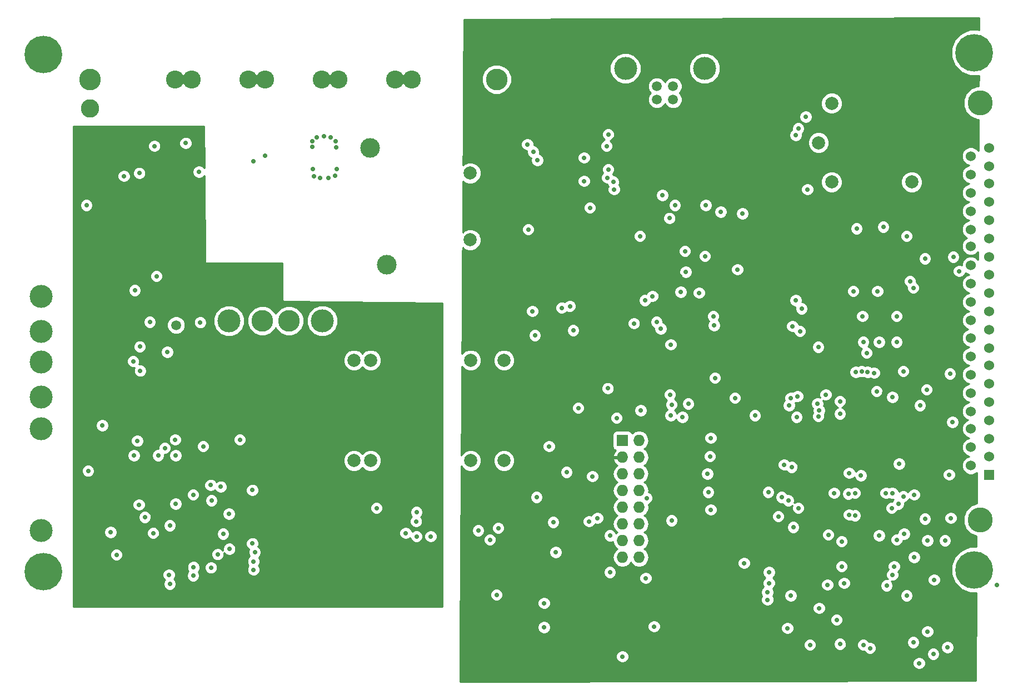
<source format=gbr>
G04 #@! TF.FileFunction,Copper,L2,Inr,Mixed*
%FSLAX46Y46*%
G04 Gerber Fmt 4.6, Leading zero omitted, Abs format (unit mm)*
G04 Created by KiCad (PCBNEW 4.0.2-stable) date 12/22/2016 4:19:51 PM*
%MOMM*%
G01*
G04 APERTURE LIST*
%ADD10C,0.100000*%
%ADD11C,2.000000*%
%ADD12C,5.715000*%
%ADD13C,3.810000*%
%ADD14R,1.524000X1.524000*%
%ADD15C,1.524000*%
%ADD16R,1.727200X1.727200*%
%ADD17O,1.727200X1.727200*%
%ADD18C,3.500000*%
%ADD19C,2.750000*%
%ADD20C,3.300000*%
%ADD21C,2.790000*%
%ADD22C,1.501140*%
%ADD23C,3.500120*%
%ADD24C,3.000000*%
%ADD25C,1.500000*%
%ADD26C,0.700000*%
%ADD27C,0.254000*%
G04 APERTURE END LIST*
D10*
D11*
X144272000Y-120543000D03*
X139192000Y-120543000D03*
X144272000Y-105263000D03*
X139192000Y-105263000D03*
X123952000Y-105263000D03*
X121412000Y-105263000D03*
X123952000Y-120543000D03*
X121412000Y-120543000D03*
D12*
X74041000Y-137414000D03*
X74041000Y-58674000D03*
D13*
X216789000Y-66040000D03*
X216789000Y-129540000D03*
D14*
X218186000Y-122682000D03*
D15*
X218186000Y-119888000D03*
X218186000Y-117221000D03*
X218186000Y-114427000D03*
X218186000Y-111633000D03*
X218186000Y-108839000D03*
X218186000Y-106045000D03*
X218186000Y-103378000D03*
X218186000Y-100584000D03*
X218186000Y-97790000D03*
X218186000Y-94996000D03*
X218186000Y-92202000D03*
X218186000Y-89535000D03*
X218186000Y-86741000D03*
X218186000Y-83947000D03*
X218186000Y-81153000D03*
X218186000Y-78359000D03*
X218186000Y-75692000D03*
X218186000Y-72898000D03*
X215392000Y-121285000D03*
X215392000Y-118491000D03*
X215392000Y-115697000D03*
X215392000Y-113030000D03*
X215392000Y-110236000D03*
X215392000Y-107442000D03*
X215392000Y-104648000D03*
X215392000Y-101854000D03*
X215392000Y-99187000D03*
X215392000Y-96393000D03*
X215392000Y-93599000D03*
X215392000Y-90805000D03*
X215392000Y-87884000D03*
X215392000Y-85344000D03*
X215392000Y-82550000D03*
X215392000Y-79756000D03*
X215392000Y-76962000D03*
X215392000Y-74168000D03*
D16*
X162306000Y-117475000D03*
D17*
X164846000Y-117475000D03*
X162306000Y-120015000D03*
X164846000Y-120015000D03*
X162306000Y-122555000D03*
X164846000Y-122555000D03*
X162306000Y-125095000D03*
X164846000Y-125095000D03*
X162306000Y-127635000D03*
X164846000Y-127635000D03*
X162306000Y-130175000D03*
X164846000Y-130175000D03*
X162306000Y-132715000D03*
X164846000Y-132715000D03*
X162306000Y-135255000D03*
X164846000Y-135255000D03*
D18*
X73776000Y-131189000D03*
X73776000Y-115699000D03*
X73776000Y-110869000D03*
X73776000Y-105539000D03*
D19*
X94101000Y-62484000D03*
X96641000Y-62484000D03*
X130181000Y-62484000D03*
X127641000Y-62484000D03*
X105281000Y-62484000D03*
X107821000Y-62484000D03*
X119001000Y-62484000D03*
X116461000Y-62484000D03*
D20*
X81151000Y-62484000D03*
X143131000Y-62484000D03*
D21*
X81151000Y-66934000D03*
D12*
X215900000Y-137160000D03*
X215900000Y-58420000D03*
D22*
X170027600Y-63550800D03*
X167538400Y-63550800D03*
X167538400Y-65557400D03*
X170027600Y-65557400D03*
D23*
X174802800Y-60833000D03*
X162763200Y-60833000D03*
D18*
X73776000Y-100836000D03*
X73776000Y-95506000D03*
D24*
X123888500Y-72961500D03*
X126428500Y-90741500D03*
D11*
X139128500Y-86931500D03*
X139128500Y-76771500D03*
X194179000Y-78136000D03*
X192179000Y-72136000D03*
X194179000Y-66136000D03*
X206379000Y-78136000D03*
D25*
X94297500Y-99918000D03*
D18*
X116584000Y-99250500D03*
D20*
X111504000Y-99250500D03*
X107444000Y-99250500D03*
D18*
X102364000Y-99250500D03*
D26*
X197739000Y-128905000D03*
X197739000Y-125476000D03*
X158496000Y-129286000D03*
X152146000Y-134493000D03*
X142113000Y-132588000D03*
X201041000Y-109982000D03*
X212217000Y-107315000D03*
X180848000Y-136144000D03*
X155575000Y-112522000D03*
X151130000Y-118364000D03*
X175006000Y-81661000D03*
X148590000Y-97790000D03*
X211455000Y-132715000D03*
X209804000Y-138684000D03*
X171450000Y-113919000D03*
X169799000Y-129667000D03*
X192151000Y-103251000D03*
X193294000Y-110490000D03*
X196850000Y-122428000D03*
X176403000Y-107950000D03*
X169545000Y-110490000D03*
X206756000Y-135255000D03*
X157353000Y-82042000D03*
X192278000Y-143002000D03*
X198882000Y-98552000D03*
X204089000Y-98552000D03*
X213614000Y-91694000D03*
X202057000Y-84963000D03*
X171196000Y-94869000D03*
X164973000Y-86360000D03*
X140335000Y-131191000D03*
X206629000Y-148209000D03*
X212344000Y-129286000D03*
X212090000Y-122682000D03*
X212598000Y-114681000D03*
X160020000Y-77470000D03*
X149352000Y-74803000D03*
X159893000Y-72644000D03*
X205232000Y-131699000D03*
X188341000Y-130683000D03*
X211836000Y-148971000D03*
X167132000Y-145796000D03*
X150368000Y-145923000D03*
X187452000Y-146050000D03*
X196723000Y-125603000D03*
X196850000Y-128778000D03*
X94440500Y-75676000D03*
X91567000Y-97409000D03*
X103505000Y-124968000D03*
X106680000Y-130429000D03*
X106172000Y-109347000D03*
X85598000Y-132207000D03*
X95123000Y-121031000D03*
X110109000Y-127635000D03*
X126111000Y-123825000D03*
X123571000Y-123825000D03*
X128397000Y-127635000D03*
X92075000Y-133223000D03*
X134239000Y-133858000D03*
X133477000Y-125984000D03*
X88138000Y-124777500D03*
X104013000Y-117348000D03*
X124841000Y-127762000D03*
X87757000Y-105410000D03*
X129286000Y-131572000D03*
X133096000Y-132080000D03*
X99695000Y-126619000D03*
X106299000Y-134493000D03*
X93345000Y-139319000D03*
X93345000Y-130429000D03*
X96901000Y-125730000D03*
X98425000Y-118364000D03*
X94154000Y-117348000D03*
X92964000Y-104013000D03*
X91313000Y-92456000D03*
X88011000Y-94615000D03*
X97790000Y-76581000D03*
X80645000Y-81661000D03*
X80899000Y-122110500D03*
X84328000Y-131445000D03*
X90995500Y-72644000D03*
X95758000Y-72199500D03*
X90297000Y-99441000D03*
X97980500Y-99504500D03*
X170307000Y-81661000D03*
X169672000Y-102870000D03*
X184658000Y-137541000D03*
X184658000Y-139192000D03*
X148971000Y-101473000D03*
X168402000Y-80137000D03*
X160401000Y-137541000D03*
X169481500Y-83629500D03*
X160083500Y-109537500D03*
X160401000Y-131953000D03*
X156464000Y-77978000D03*
X156464000Y-74422000D03*
X147955000Y-85344000D03*
X147828000Y-72390000D03*
X197485000Y-94742000D03*
X197993000Y-85217000D03*
X201168000Y-94742000D03*
X194945000Y-144780000D03*
X194564000Y-125476000D03*
X160147000Y-76200000D03*
X190500000Y-79248000D03*
X190246000Y-68199000D03*
X174879000Y-89408000D03*
X177292000Y-82677000D03*
X117538500Y-77470000D03*
X115125500Y-76136500D03*
X115316000Y-77216000D03*
X116268500Y-77470000D03*
X118554500Y-77152500D03*
X118808500Y-76136500D03*
X106108500Y-74930000D03*
X161036000Y-79248000D03*
X160909000Y-78105000D03*
X219329000Y-139446000D03*
X200025000Y-149098000D03*
X205613000Y-141097000D03*
X198628000Y-122809000D03*
X205105000Y-125984000D03*
X208407000Y-129413000D03*
X186563000Y-126111000D03*
X184404000Y-140589000D03*
X143129000Y-140970000D03*
X143383000Y-130810000D03*
X208407000Y-89789000D03*
X179832000Y-91440000D03*
X176276000Y-99949000D03*
X168148000Y-100457000D03*
X165735000Y-96139000D03*
X154305000Y-97028000D03*
X153797000Y-122301000D03*
X212725000Y-89535000D03*
X208788000Y-146558000D03*
X199009000Y-148590000D03*
X195453000Y-148463000D03*
X190881000Y-148590000D03*
X208788000Y-132715000D03*
X204089000Y-132588000D03*
X204343000Y-127127000D03*
X149225000Y-126111000D03*
X150368000Y-142240000D03*
X187579000Y-126619000D03*
X184404000Y-141732000D03*
X157734000Y-122936000D03*
X157226000Y-129794000D03*
X99568000Y-124269500D03*
X106108500Y-137160000D03*
X101092000Y-124523500D03*
X106108500Y-135890000D03*
X105918000Y-133159500D03*
X105918000Y-125031500D03*
X118681500Y-72834500D03*
X118618000Y-71882000D03*
X117856000Y-71310500D03*
X116840000Y-71120000D03*
X115760500Y-71310500D03*
X115062000Y-71882000D03*
X115062000Y-72771000D03*
X107823000Y-74104500D03*
X96901000Y-138049000D03*
X85217000Y-134874000D03*
X88646000Y-127254000D03*
X130937000Y-128397000D03*
X86360000Y-77216000D03*
X92583000Y-118618000D03*
X101473000Y-131699000D03*
X130937000Y-132080000D03*
X100647500Y-134810500D03*
X130873500Y-129794000D03*
X88392000Y-117538500D03*
X88709500Y-76771500D03*
X87884000Y-119761000D03*
X91567000Y-119761000D03*
X94234000Y-127127000D03*
X94234000Y-119761000D03*
X162306000Y-150368000D03*
X209677000Y-149987000D03*
X161417000Y-114046000D03*
X169672000Y-113665000D03*
X172339000Y-111887000D03*
X187706000Y-112141000D03*
X192024000Y-111887000D03*
X165989000Y-126238000D03*
X169799000Y-112014000D03*
X179451000Y-110998000D03*
X182499000Y-113665000D03*
X188849000Y-113919000D03*
X192151000Y-113792000D03*
X195453000Y-113411000D03*
X195453000Y-111506000D03*
X204089000Y-102489000D03*
X200660000Y-107188000D03*
X201422000Y-102489000D03*
X198755000Y-106934000D03*
X199644000Y-107061000D03*
X199517000Y-104140000D03*
X197866000Y-107061000D03*
X199009000Y-102489000D03*
X171958000Y-91821000D03*
X171831000Y-88646000D03*
X192278000Y-112903000D03*
X173990000Y-94996000D03*
X164063500Y-99652000D03*
X154813000Y-100711000D03*
X96964500Y-136779000D03*
X99631500Y-136842500D03*
X102425500Y-133985000D03*
X102362000Y-128651000D03*
X206756000Y-125730000D03*
X204470000Y-121031000D03*
X88773000Y-103187500D03*
X88836500Y-106870500D03*
X90805000Y-131572000D03*
X89535000Y-129159000D03*
X208661000Y-109728000D03*
X206629000Y-94234000D03*
X188976000Y-110744000D03*
X189357000Y-100838000D03*
X189611000Y-97409000D03*
X189103000Y-69977000D03*
X148717000Y-73533000D03*
X160147000Y-70866000D03*
X188722000Y-70993000D03*
X188722000Y-96139000D03*
X188214000Y-100076000D03*
X187960000Y-110998000D03*
X202438000Y-125476000D03*
X201422000Y-131953000D03*
X193675000Y-131826000D03*
X193548000Y-139446000D03*
X203327000Y-127762000D03*
X203454000Y-125476000D03*
X187960000Y-141097000D03*
X189103000Y-127762000D03*
X207645000Y-112141000D03*
X206121000Y-93218000D03*
X205105000Y-106934000D03*
X205613000Y-86360000D03*
X207518000Y-151384000D03*
X203454000Y-110871000D03*
X83058000Y-115189000D03*
X93218000Y-137922000D03*
X175387000Y-125349000D03*
X175260000Y-122555000D03*
X175641000Y-119888000D03*
X175768000Y-117094000D03*
X188087000Y-121539000D03*
X186055000Y-129032000D03*
X175768000Y-128016000D03*
X186944000Y-121158000D03*
X184531000Y-125349000D03*
X167513000Y-99441000D03*
X166878000Y-95504000D03*
X153035000Y-97282000D03*
X151765000Y-129921000D03*
X176149000Y-98552000D03*
X180594000Y-82931000D03*
X165100000Y-112903000D03*
X196088000Y-139192000D03*
X203708000Y-136652000D03*
X195707000Y-136652000D03*
X195707000Y-132842000D03*
X202565000Y-139573000D03*
X203454000Y-137922000D03*
X165862000Y-138430000D03*
X171069000Y-92456000D03*
X169418000Y-107061000D03*
X147193000Y-132588000D03*
X191262000Y-106807000D03*
X202184000Y-110236000D03*
X207264000Y-103886000D03*
X211455000Y-141478000D03*
X195453000Y-122555000D03*
X205486000Y-135128000D03*
X140462000Y-126873000D03*
X200279000Y-143129000D03*
X146431000Y-127635000D03*
X200279000Y-98552000D03*
X177165000Y-93980000D03*
X201803000Y-87376000D03*
X214122000Y-147828000D03*
X205359000Y-138811000D03*
D27*
G36*
X98591759Y-75989942D02*
X98348686Y-75746445D01*
X97986788Y-75596172D01*
X97594931Y-75595830D01*
X97232771Y-75745471D01*
X96955445Y-76022314D01*
X96805172Y-76384212D01*
X96804830Y-76776069D01*
X96954471Y-77138229D01*
X97231314Y-77415555D01*
X97593212Y-77565828D01*
X97985069Y-77566170D01*
X98347229Y-77416529D01*
X98598926Y-77165270D01*
X98679002Y-90297774D01*
X98689309Y-90347123D01*
X98718003Y-90388573D01*
X98760563Y-90415594D01*
X98806000Y-90424000D01*
X110490000Y-90424000D01*
X110490000Y-96139000D01*
X110500006Y-96188410D01*
X110528447Y-96230035D01*
X110570841Y-96257315D01*
X110615677Y-96265993D01*
X134874000Y-96518684D01*
X134874000Y-142748000D01*
X78613000Y-142748000D01*
X78613000Y-138117069D01*
X92232830Y-138117069D01*
X92382471Y-138479229D01*
X92586889Y-138684003D01*
X92510445Y-138760314D01*
X92360172Y-139122212D01*
X92359830Y-139514069D01*
X92509471Y-139876229D01*
X92786314Y-140153555D01*
X93148212Y-140303828D01*
X93540069Y-140304170D01*
X93902229Y-140154529D01*
X94179555Y-139877686D01*
X94329828Y-139515788D01*
X94330170Y-139123931D01*
X94180529Y-138761771D01*
X93976111Y-138556997D01*
X94052555Y-138480686D01*
X94150806Y-138244069D01*
X95915830Y-138244069D01*
X96065471Y-138606229D01*
X96342314Y-138883555D01*
X96704212Y-139033828D01*
X97096069Y-139034170D01*
X97458229Y-138884529D01*
X97735555Y-138607686D01*
X97885828Y-138245788D01*
X97886170Y-137853931D01*
X97736529Y-137491771D01*
X97690695Y-137445857D01*
X97799055Y-137337686D01*
X97923674Y-137037569D01*
X98646330Y-137037569D01*
X98795971Y-137399729D01*
X99072814Y-137677055D01*
X99434712Y-137827328D01*
X99826569Y-137827670D01*
X100188729Y-137678029D01*
X100466055Y-137401186D01*
X100616328Y-137039288D01*
X100616670Y-136647431D01*
X100467029Y-136285271D01*
X100190186Y-136007945D01*
X99828288Y-135857672D01*
X99436431Y-135857330D01*
X99074271Y-136006971D01*
X98796945Y-136283814D01*
X98646672Y-136645712D01*
X98646330Y-137037569D01*
X97923674Y-137037569D01*
X97949328Y-136975788D01*
X97949670Y-136583931D01*
X97800029Y-136221771D01*
X97523186Y-135944445D01*
X97161288Y-135794172D01*
X96769431Y-135793830D01*
X96407271Y-135943471D01*
X96129945Y-136220314D01*
X95979672Y-136582212D01*
X95979330Y-136974069D01*
X96128971Y-137336229D01*
X96174805Y-137382143D01*
X96066445Y-137490314D01*
X95916172Y-137852212D01*
X95915830Y-138244069D01*
X94150806Y-138244069D01*
X94202828Y-138118788D01*
X94203170Y-137726931D01*
X94053529Y-137364771D01*
X93776686Y-137087445D01*
X93414788Y-136937172D01*
X93022931Y-136936830D01*
X92660771Y-137086471D01*
X92383445Y-137363314D01*
X92233172Y-137725212D01*
X92232830Y-138117069D01*
X78613000Y-138117069D01*
X78613000Y-135069069D01*
X84231830Y-135069069D01*
X84381471Y-135431229D01*
X84658314Y-135708555D01*
X85020212Y-135858828D01*
X85412069Y-135859170D01*
X85774229Y-135709529D01*
X86051555Y-135432686D01*
X86201828Y-135070788D01*
X86201884Y-135005569D01*
X99662330Y-135005569D01*
X99811971Y-135367729D01*
X100088814Y-135645055D01*
X100450712Y-135795328D01*
X100842569Y-135795670D01*
X101204729Y-135646029D01*
X101482055Y-135369186D01*
X101632328Y-135007288D01*
X101632670Y-134615431D01*
X101611218Y-134563513D01*
X101866814Y-134819555D01*
X102228712Y-134969828D01*
X102620569Y-134970170D01*
X102982729Y-134820529D01*
X103260055Y-134543686D01*
X103410328Y-134181788D01*
X103410670Y-133789931D01*
X103261029Y-133427771D01*
X103187955Y-133354569D01*
X104932830Y-133354569D01*
X105082471Y-133716729D01*
X105359314Y-133994055D01*
X105427826Y-134022503D01*
X105314172Y-134296212D01*
X105313830Y-134688069D01*
X105463471Y-135050229D01*
X105509415Y-135096254D01*
X105273945Y-135331314D01*
X105123672Y-135693212D01*
X105123330Y-136085069D01*
X105272971Y-136447229D01*
X105350500Y-136524893D01*
X105273945Y-136601314D01*
X105123672Y-136963212D01*
X105123330Y-137355069D01*
X105272971Y-137717229D01*
X105549814Y-137994555D01*
X105911712Y-138144828D01*
X106303569Y-138145170D01*
X106665729Y-137995529D01*
X106943055Y-137718686D01*
X107093328Y-137356788D01*
X107093670Y-136964931D01*
X106944029Y-136602771D01*
X106866500Y-136525107D01*
X106943055Y-136448686D01*
X107093328Y-136086788D01*
X107093670Y-135694931D01*
X106944029Y-135332771D01*
X106898085Y-135286746D01*
X107133555Y-135051686D01*
X107283828Y-134689788D01*
X107284170Y-134297931D01*
X107134529Y-133935771D01*
X106857686Y-133658445D01*
X106789174Y-133629997D01*
X106902828Y-133356288D01*
X106903170Y-132964431D01*
X106753529Y-132602271D01*
X106476686Y-132324945D01*
X106114788Y-132174672D01*
X105722931Y-132174330D01*
X105360771Y-132323971D01*
X105083445Y-132600814D01*
X104933172Y-132962712D01*
X104932830Y-133354569D01*
X103187955Y-133354569D01*
X102984186Y-133150445D01*
X102622288Y-133000172D01*
X102230431Y-132999830D01*
X101868271Y-133149471D01*
X101590945Y-133426314D01*
X101440672Y-133788212D01*
X101440330Y-134180069D01*
X101461782Y-134231987D01*
X101206186Y-133975945D01*
X100844288Y-133825672D01*
X100452431Y-133825330D01*
X100090271Y-133974971D01*
X99812945Y-134251814D01*
X99662672Y-134613712D01*
X99662330Y-135005569D01*
X86201884Y-135005569D01*
X86202170Y-134678931D01*
X86052529Y-134316771D01*
X85775686Y-134039445D01*
X85413788Y-133889172D01*
X85021931Y-133888830D01*
X84659771Y-134038471D01*
X84382445Y-134315314D01*
X84232172Y-134677212D01*
X84231830Y-135069069D01*
X78613000Y-135069069D01*
X78613000Y-131640069D01*
X83342830Y-131640069D01*
X83492471Y-132002229D01*
X83769314Y-132279555D01*
X84131212Y-132429828D01*
X84523069Y-132430170D01*
X84885229Y-132280529D01*
X85162555Y-132003686D01*
X85260806Y-131767069D01*
X89819830Y-131767069D01*
X89969471Y-132129229D01*
X90246314Y-132406555D01*
X90608212Y-132556828D01*
X91000069Y-132557170D01*
X91362229Y-132407529D01*
X91639555Y-132130686D01*
X91737806Y-131894069D01*
X100487830Y-131894069D01*
X100637471Y-132256229D01*
X100914314Y-132533555D01*
X101276212Y-132683828D01*
X101668069Y-132684170D01*
X102030229Y-132534529D01*
X102307555Y-132257686D01*
X102457828Y-131895788D01*
X102457940Y-131767069D01*
X128300830Y-131767069D01*
X128450471Y-132129229D01*
X128727314Y-132406555D01*
X129089212Y-132556828D01*
X129481069Y-132557170D01*
X129843229Y-132407529D01*
X129958865Y-132292095D01*
X130101471Y-132637229D01*
X130378314Y-132914555D01*
X130740212Y-133064828D01*
X131132069Y-133065170D01*
X131494229Y-132915529D01*
X131771555Y-132638686D01*
X131921828Y-132276788D01*
X131921829Y-132275069D01*
X132110830Y-132275069D01*
X132260471Y-132637229D01*
X132537314Y-132914555D01*
X132899212Y-133064828D01*
X133291069Y-133065170D01*
X133653229Y-132915529D01*
X133930555Y-132638686D01*
X134080828Y-132276788D01*
X134081170Y-131884931D01*
X133931529Y-131522771D01*
X133654686Y-131245445D01*
X133292788Y-131095172D01*
X132900931Y-131094830D01*
X132538771Y-131244471D01*
X132261445Y-131521314D01*
X132111172Y-131883212D01*
X132110830Y-132275069D01*
X131921829Y-132275069D01*
X131922170Y-131884931D01*
X131772529Y-131522771D01*
X131495686Y-131245445D01*
X131133788Y-131095172D01*
X130741931Y-131094830D01*
X130379771Y-131244471D01*
X130264135Y-131359905D01*
X130121529Y-131014771D01*
X129844686Y-130737445D01*
X129482788Y-130587172D01*
X129090931Y-130586830D01*
X128728771Y-130736471D01*
X128451445Y-131013314D01*
X128301172Y-131375212D01*
X128300830Y-131767069D01*
X102457940Y-131767069D01*
X102458170Y-131503931D01*
X102308529Y-131141771D01*
X102031686Y-130864445D01*
X101669788Y-130714172D01*
X101277931Y-130713830D01*
X100915771Y-130863471D01*
X100638445Y-131140314D01*
X100488172Y-131502212D01*
X100487830Y-131894069D01*
X91737806Y-131894069D01*
X91789828Y-131768788D01*
X91790170Y-131376931D01*
X91640529Y-131014771D01*
X91363686Y-130737445D01*
X91090646Y-130624069D01*
X92359830Y-130624069D01*
X92509471Y-130986229D01*
X92786314Y-131263555D01*
X93148212Y-131413828D01*
X93540069Y-131414170D01*
X93902229Y-131264529D01*
X94179555Y-130987686D01*
X94329828Y-130625788D01*
X94330170Y-130233931D01*
X94228996Y-129989069D01*
X129888330Y-129989069D01*
X130037971Y-130351229D01*
X130314814Y-130628555D01*
X130676712Y-130778828D01*
X131068569Y-130779170D01*
X131430729Y-130629529D01*
X131708055Y-130352686D01*
X131858328Y-129990788D01*
X131858670Y-129598931D01*
X131709029Y-129236771D01*
X131599695Y-129127246D01*
X131771555Y-128955686D01*
X131921828Y-128593788D01*
X131922170Y-128201931D01*
X131772529Y-127839771D01*
X131495686Y-127562445D01*
X131133788Y-127412172D01*
X130741931Y-127411830D01*
X130379771Y-127561471D01*
X130102445Y-127838314D01*
X129952172Y-128200212D01*
X129951830Y-128592069D01*
X130101471Y-128954229D01*
X130210805Y-129063754D01*
X130038945Y-129235314D01*
X129888672Y-129597212D01*
X129888330Y-129989069D01*
X94228996Y-129989069D01*
X94180529Y-129871771D01*
X93903686Y-129594445D01*
X93541788Y-129444172D01*
X93149931Y-129443830D01*
X92787771Y-129593471D01*
X92510445Y-129870314D01*
X92360172Y-130232212D01*
X92359830Y-130624069D01*
X91090646Y-130624069D01*
X91001788Y-130587172D01*
X90609931Y-130586830D01*
X90247771Y-130736471D01*
X89970445Y-131013314D01*
X89820172Y-131375212D01*
X89819830Y-131767069D01*
X85260806Y-131767069D01*
X85312828Y-131641788D01*
X85313170Y-131249931D01*
X85163529Y-130887771D01*
X84886686Y-130610445D01*
X84524788Y-130460172D01*
X84132931Y-130459830D01*
X83770771Y-130609471D01*
X83493445Y-130886314D01*
X83343172Y-131248212D01*
X83342830Y-131640069D01*
X78613000Y-131640069D01*
X78613000Y-129354069D01*
X88549830Y-129354069D01*
X88699471Y-129716229D01*
X88976314Y-129993555D01*
X89338212Y-130143828D01*
X89730069Y-130144170D01*
X90092229Y-129994529D01*
X90369555Y-129717686D01*
X90519828Y-129355788D01*
X90520170Y-128963931D01*
X90471471Y-128846069D01*
X101376830Y-128846069D01*
X101526471Y-129208229D01*
X101803314Y-129485555D01*
X102165212Y-129635828D01*
X102557069Y-129636170D01*
X102919229Y-129486529D01*
X103196555Y-129209686D01*
X103346828Y-128847788D01*
X103347170Y-128455931D01*
X103197529Y-128093771D01*
X103061066Y-127957069D01*
X123855830Y-127957069D01*
X124005471Y-128319229D01*
X124282314Y-128596555D01*
X124644212Y-128746828D01*
X125036069Y-128747170D01*
X125398229Y-128597529D01*
X125675555Y-128320686D01*
X125825828Y-127958788D01*
X125826170Y-127566931D01*
X125676529Y-127204771D01*
X125399686Y-126927445D01*
X125037788Y-126777172D01*
X124645931Y-126776830D01*
X124283771Y-126926471D01*
X124006445Y-127203314D01*
X123856172Y-127565212D01*
X123855830Y-127957069D01*
X103061066Y-127957069D01*
X102920686Y-127816445D01*
X102558788Y-127666172D01*
X102166931Y-127665830D01*
X101804771Y-127815471D01*
X101527445Y-128092314D01*
X101377172Y-128454212D01*
X101376830Y-128846069D01*
X90471471Y-128846069D01*
X90370529Y-128601771D01*
X90093686Y-128324445D01*
X89731788Y-128174172D01*
X89339931Y-128173830D01*
X88977771Y-128323471D01*
X88700445Y-128600314D01*
X88550172Y-128962212D01*
X88549830Y-129354069D01*
X78613000Y-129354069D01*
X78613000Y-127449069D01*
X87660830Y-127449069D01*
X87810471Y-127811229D01*
X88087314Y-128088555D01*
X88449212Y-128238828D01*
X88841069Y-128239170D01*
X89203229Y-128089529D01*
X89480555Y-127812686D01*
X89630828Y-127450788D01*
X89630940Y-127322069D01*
X93248830Y-127322069D01*
X93398471Y-127684229D01*
X93675314Y-127961555D01*
X94037212Y-128111828D01*
X94429069Y-128112170D01*
X94791229Y-127962529D01*
X95068555Y-127685686D01*
X95218828Y-127323788D01*
X95219170Y-126931931D01*
X95170471Y-126814069D01*
X98709830Y-126814069D01*
X98859471Y-127176229D01*
X99136314Y-127453555D01*
X99498212Y-127603828D01*
X99890069Y-127604170D01*
X100252229Y-127454529D01*
X100529555Y-127177686D01*
X100679828Y-126815788D01*
X100680170Y-126423931D01*
X100530529Y-126061771D01*
X100253686Y-125784445D01*
X99891788Y-125634172D01*
X99499931Y-125633830D01*
X99137771Y-125783471D01*
X98860445Y-126060314D01*
X98710172Y-126422212D01*
X98709830Y-126814069D01*
X95170471Y-126814069D01*
X95069529Y-126569771D01*
X94792686Y-126292445D01*
X94430788Y-126142172D01*
X94038931Y-126141830D01*
X93676771Y-126291471D01*
X93399445Y-126568314D01*
X93249172Y-126930212D01*
X93248830Y-127322069D01*
X89630940Y-127322069D01*
X89631170Y-127058931D01*
X89481529Y-126696771D01*
X89204686Y-126419445D01*
X88842788Y-126269172D01*
X88450931Y-126268830D01*
X88088771Y-126418471D01*
X87811445Y-126695314D01*
X87661172Y-127057212D01*
X87660830Y-127449069D01*
X78613000Y-127449069D01*
X78613000Y-125925069D01*
X95915830Y-125925069D01*
X96065471Y-126287229D01*
X96342314Y-126564555D01*
X96704212Y-126714828D01*
X97096069Y-126715170D01*
X97458229Y-126565529D01*
X97735555Y-126288686D01*
X97885828Y-125926788D01*
X97886170Y-125534931D01*
X97736529Y-125172771D01*
X97459686Y-124895445D01*
X97097788Y-124745172D01*
X96705931Y-124744830D01*
X96343771Y-124894471D01*
X96066445Y-125171314D01*
X95916172Y-125533212D01*
X95915830Y-125925069D01*
X78613000Y-125925069D01*
X78613000Y-124464569D01*
X98582830Y-124464569D01*
X98732471Y-124826729D01*
X99009314Y-125104055D01*
X99371212Y-125254328D01*
X99763069Y-125254670D01*
X100125229Y-125105029D01*
X100225254Y-125005178D01*
X100256471Y-125080729D01*
X100533314Y-125358055D01*
X100895212Y-125508328D01*
X101287069Y-125508670D01*
X101649229Y-125359029D01*
X101781920Y-125226569D01*
X104932830Y-125226569D01*
X105082471Y-125588729D01*
X105359314Y-125866055D01*
X105721212Y-126016328D01*
X106113069Y-126016670D01*
X106475229Y-125867029D01*
X106752555Y-125590186D01*
X106902828Y-125228288D01*
X106903170Y-124836431D01*
X106753529Y-124474271D01*
X106476686Y-124196945D01*
X106114788Y-124046672D01*
X105722931Y-124046330D01*
X105360771Y-124195971D01*
X105083445Y-124472814D01*
X104933172Y-124834712D01*
X104932830Y-125226569D01*
X101781920Y-125226569D01*
X101926555Y-125082186D01*
X102076828Y-124720288D01*
X102077170Y-124328431D01*
X101927529Y-123966271D01*
X101650686Y-123688945D01*
X101288788Y-123538672D01*
X100896931Y-123538330D01*
X100534771Y-123687971D01*
X100434746Y-123787822D01*
X100403529Y-123712271D01*
X100126686Y-123434945D01*
X99764788Y-123284672D01*
X99372931Y-123284330D01*
X99010771Y-123433971D01*
X98733445Y-123710814D01*
X98583172Y-124072712D01*
X98582830Y-124464569D01*
X78613000Y-124464569D01*
X78613000Y-122305569D01*
X79913830Y-122305569D01*
X80063471Y-122667729D01*
X80340314Y-122945055D01*
X80702212Y-123095328D01*
X81094069Y-123095670D01*
X81456229Y-122946029D01*
X81733555Y-122669186D01*
X81883828Y-122307288D01*
X81884170Y-121915431D01*
X81734529Y-121553271D01*
X81457686Y-121275945D01*
X81095788Y-121125672D01*
X80703931Y-121125330D01*
X80341771Y-121274971D01*
X80064445Y-121551814D01*
X79914172Y-121913712D01*
X79913830Y-122305569D01*
X78613000Y-122305569D01*
X78613000Y-120866795D01*
X119776716Y-120866795D01*
X120025106Y-121467943D01*
X120484637Y-121928278D01*
X121085352Y-122177716D01*
X121735795Y-122178284D01*
X122336943Y-121929894D01*
X122682199Y-121585241D01*
X123024637Y-121928278D01*
X123625352Y-122177716D01*
X124275795Y-122178284D01*
X124876943Y-121929894D01*
X125337278Y-121470363D01*
X125586716Y-120869648D01*
X125587284Y-120219205D01*
X125338894Y-119618057D01*
X124879363Y-119157722D01*
X124278648Y-118908284D01*
X123628205Y-118907716D01*
X123027057Y-119156106D01*
X122681801Y-119500759D01*
X122339363Y-119157722D01*
X121738648Y-118908284D01*
X121088205Y-118907716D01*
X120487057Y-119156106D01*
X120026722Y-119615637D01*
X119777284Y-120216352D01*
X119776716Y-120866795D01*
X78613000Y-120866795D01*
X78613000Y-119956069D01*
X86898830Y-119956069D01*
X87048471Y-120318229D01*
X87325314Y-120595555D01*
X87687212Y-120745828D01*
X88079069Y-120746170D01*
X88441229Y-120596529D01*
X88718555Y-120319686D01*
X88868828Y-119957788D01*
X88868829Y-119956069D01*
X90581830Y-119956069D01*
X90731471Y-120318229D01*
X91008314Y-120595555D01*
X91370212Y-120745828D01*
X91762069Y-120746170D01*
X92124229Y-120596529D01*
X92401555Y-120319686D01*
X92551828Y-119957788D01*
X92551829Y-119956069D01*
X93248830Y-119956069D01*
X93398471Y-120318229D01*
X93675314Y-120595555D01*
X94037212Y-120745828D01*
X94429069Y-120746170D01*
X94791229Y-120596529D01*
X95068555Y-120319686D01*
X95218828Y-119957788D01*
X95219170Y-119565931D01*
X95069529Y-119203771D01*
X94792686Y-118926445D01*
X94430788Y-118776172D01*
X94038931Y-118775830D01*
X93676771Y-118925471D01*
X93399445Y-119202314D01*
X93249172Y-119564212D01*
X93248830Y-119956069D01*
X92551829Y-119956069D01*
X92552138Y-119602973D01*
X92778069Y-119603170D01*
X93140229Y-119453529D01*
X93417555Y-119176686D01*
X93567828Y-118814788D01*
X93568051Y-118559069D01*
X97439830Y-118559069D01*
X97589471Y-118921229D01*
X97866314Y-119198555D01*
X98228212Y-119348828D01*
X98620069Y-119349170D01*
X98982229Y-119199529D01*
X99259555Y-118922686D01*
X99409828Y-118560788D01*
X99410170Y-118168931D01*
X99260529Y-117806771D01*
X98997287Y-117543069D01*
X103027830Y-117543069D01*
X103177471Y-117905229D01*
X103454314Y-118182555D01*
X103816212Y-118332828D01*
X104208069Y-118333170D01*
X104570229Y-118183529D01*
X104847555Y-117906686D01*
X104997828Y-117544788D01*
X104998170Y-117152931D01*
X104848529Y-116790771D01*
X104571686Y-116513445D01*
X104209788Y-116363172D01*
X103817931Y-116362830D01*
X103455771Y-116512471D01*
X103178445Y-116789314D01*
X103028172Y-117151212D01*
X103027830Y-117543069D01*
X98997287Y-117543069D01*
X98983686Y-117529445D01*
X98621788Y-117379172D01*
X98229931Y-117378830D01*
X97867771Y-117528471D01*
X97590445Y-117805314D01*
X97440172Y-118167212D01*
X97439830Y-118559069D01*
X93568051Y-118559069D01*
X93568170Y-118422931D01*
X93418529Y-118060771D01*
X93141686Y-117783445D01*
X92779788Y-117633172D01*
X92387931Y-117632830D01*
X92025771Y-117782471D01*
X91748445Y-118059314D01*
X91598172Y-118421212D01*
X91597862Y-118776027D01*
X91371931Y-118775830D01*
X91009771Y-118925471D01*
X90732445Y-119202314D01*
X90582172Y-119564212D01*
X90581830Y-119956069D01*
X88868829Y-119956069D01*
X88869170Y-119565931D01*
X88719529Y-119203771D01*
X88442686Y-118926445D01*
X88080788Y-118776172D01*
X87688931Y-118775830D01*
X87326771Y-118925471D01*
X87049445Y-119202314D01*
X86899172Y-119564212D01*
X86898830Y-119956069D01*
X78613000Y-119956069D01*
X78613000Y-117733569D01*
X87406830Y-117733569D01*
X87556471Y-118095729D01*
X87833314Y-118373055D01*
X88195212Y-118523328D01*
X88587069Y-118523670D01*
X88949229Y-118374029D01*
X89226555Y-118097186D01*
X89376828Y-117735288D01*
X89376995Y-117543069D01*
X93168830Y-117543069D01*
X93318471Y-117905229D01*
X93595314Y-118182555D01*
X93957212Y-118332828D01*
X94349069Y-118333170D01*
X94711229Y-118183529D01*
X94988555Y-117906686D01*
X95138828Y-117544788D01*
X95139170Y-117152931D01*
X94989529Y-116790771D01*
X94712686Y-116513445D01*
X94350788Y-116363172D01*
X93958931Y-116362830D01*
X93596771Y-116512471D01*
X93319445Y-116789314D01*
X93169172Y-117151212D01*
X93168830Y-117543069D01*
X89376995Y-117543069D01*
X89377170Y-117343431D01*
X89227529Y-116981271D01*
X88950686Y-116703945D01*
X88588788Y-116553672D01*
X88196931Y-116553330D01*
X87834771Y-116702971D01*
X87557445Y-116979814D01*
X87407172Y-117341712D01*
X87406830Y-117733569D01*
X78613000Y-117733569D01*
X78613000Y-115384069D01*
X82072830Y-115384069D01*
X82222471Y-115746229D01*
X82499314Y-116023555D01*
X82861212Y-116173828D01*
X83253069Y-116174170D01*
X83615229Y-116024529D01*
X83892555Y-115747686D01*
X84042828Y-115385788D01*
X84043170Y-114993931D01*
X83893529Y-114631771D01*
X83616686Y-114354445D01*
X83254788Y-114204172D01*
X82862931Y-114203830D01*
X82500771Y-114353471D01*
X82223445Y-114630314D01*
X82073172Y-114992212D01*
X82072830Y-115384069D01*
X78613000Y-115384069D01*
X78613000Y-105605069D01*
X86771830Y-105605069D01*
X86921471Y-105967229D01*
X87198314Y-106244555D01*
X87560212Y-106394828D01*
X87952069Y-106395170D01*
X87970494Y-106387557D01*
X87851672Y-106673712D01*
X87851330Y-107065569D01*
X88000971Y-107427729D01*
X88277814Y-107705055D01*
X88639712Y-107855328D01*
X89031569Y-107855670D01*
X89393729Y-107706029D01*
X89671055Y-107429186D01*
X89821328Y-107067288D01*
X89821670Y-106675431D01*
X89672029Y-106313271D01*
X89395186Y-106035945D01*
X89033288Y-105885672D01*
X88641431Y-105885330D01*
X88623006Y-105892943D01*
X88741828Y-105606788D01*
X88741845Y-105586795D01*
X119776716Y-105586795D01*
X120025106Y-106187943D01*
X120484637Y-106648278D01*
X121085352Y-106897716D01*
X121735795Y-106898284D01*
X122336943Y-106649894D01*
X122682199Y-106305241D01*
X123024637Y-106648278D01*
X123625352Y-106897716D01*
X124275795Y-106898284D01*
X124876943Y-106649894D01*
X125337278Y-106190363D01*
X125586716Y-105589648D01*
X125587284Y-104939205D01*
X125338894Y-104338057D01*
X124879363Y-103877722D01*
X124278648Y-103628284D01*
X123628205Y-103627716D01*
X123027057Y-103876106D01*
X122681801Y-104220759D01*
X122339363Y-103877722D01*
X121738648Y-103628284D01*
X121088205Y-103627716D01*
X120487057Y-103876106D01*
X120026722Y-104335637D01*
X119777284Y-104936352D01*
X119776716Y-105586795D01*
X88741845Y-105586795D01*
X88742170Y-105214931D01*
X88592529Y-104852771D01*
X88315686Y-104575445D01*
X87953788Y-104425172D01*
X87561931Y-104424830D01*
X87199771Y-104574471D01*
X86922445Y-104851314D01*
X86772172Y-105213212D01*
X86771830Y-105605069D01*
X78613000Y-105605069D01*
X78613000Y-104208069D01*
X91978830Y-104208069D01*
X92128471Y-104570229D01*
X92405314Y-104847555D01*
X92767212Y-104997828D01*
X93159069Y-104998170D01*
X93521229Y-104848529D01*
X93798555Y-104571686D01*
X93948828Y-104209788D01*
X93949170Y-103817931D01*
X93799529Y-103455771D01*
X93522686Y-103178445D01*
X93160788Y-103028172D01*
X92768931Y-103027830D01*
X92406771Y-103177471D01*
X92129445Y-103454314D01*
X91979172Y-103816212D01*
X91978830Y-104208069D01*
X78613000Y-104208069D01*
X78613000Y-103382569D01*
X87787830Y-103382569D01*
X87937471Y-103744729D01*
X88214314Y-104022055D01*
X88576212Y-104172328D01*
X88968069Y-104172670D01*
X89330229Y-104023029D01*
X89607555Y-103746186D01*
X89757828Y-103384288D01*
X89758170Y-102992431D01*
X89608529Y-102630271D01*
X89331686Y-102352945D01*
X88969788Y-102202672D01*
X88577931Y-102202330D01*
X88215771Y-102351971D01*
X87938445Y-102628814D01*
X87788172Y-102990712D01*
X87787830Y-103382569D01*
X78613000Y-103382569D01*
X78613000Y-99636069D01*
X89311830Y-99636069D01*
X89461471Y-99998229D01*
X89738314Y-100275555D01*
X90100212Y-100425828D01*
X90492069Y-100426170D01*
X90854229Y-100276529D01*
X90938619Y-100192285D01*
X92912260Y-100192285D01*
X93122669Y-100701515D01*
X93511936Y-101091461D01*
X94020798Y-101302759D01*
X94571785Y-101303240D01*
X95081015Y-101092831D01*
X95470961Y-100703564D01*
X95682259Y-100194702D01*
X95682691Y-99699569D01*
X96995330Y-99699569D01*
X97144971Y-100061729D01*
X97421814Y-100339055D01*
X97783712Y-100489328D01*
X98175569Y-100489670D01*
X98537729Y-100340029D01*
X98815055Y-100063186D01*
X98956385Y-99722825D01*
X99978587Y-99722825D01*
X100340916Y-100599729D01*
X101011242Y-101271226D01*
X101887513Y-101635085D01*
X102836325Y-101635913D01*
X103713229Y-101273584D01*
X104384726Y-100603258D01*
X104748585Y-99726987D01*
X104748605Y-99703021D01*
X105158604Y-99703021D01*
X105505742Y-100543158D01*
X106147961Y-101186499D01*
X106987491Y-101535103D01*
X107896521Y-101535896D01*
X108736658Y-101188758D01*
X109379999Y-100546539D01*
X109473800Y-100320642D01*
X109565742Y-100543158D01*
X110207961Y-101186499D01*
X111047491Y-101535103D01*
X111956521Y-101535896D01*
X112796658Y-101188758D01*
X113439999Y-100546539D01*
X113782035Y-99722825D01*
X114198587Y-99722825D01*
X114560916Y-100599729D01*
X115231242Y-101271226D01*
X116107513Y-101635085D01*
X117056325Y-101635913D01*
X117933229Y-101273584D01*
X118604726Y-100603258D01*
X118968585Y-99726987D01*
X118969413Y-98778175D01*
X118607084Y-97901271D01*
X117936758Y-97229774D01*
X117060487Y-96865915D01*
X116111675Y-96865087D01*
X115234771Y-97227416D01*
X114563274Y-97897742D01*
X114199415Y-98774013D01*
X114198587Y-99722825D01*
X113782035Y-99722825D01*
X113788603Y-99707009D01*
X113789396Y-98797979D01*
X113442258Y-97957842D01*
X112800039Y-97314501D01*
X111960509Y-96965897D01*
X111051479Y-96965104D01*
X110211342Y-97312242D01*
X109568001Y-97954461D01*
X109474200Y-98180358D01*
X109382258Y-97957842D01*
X108740039Y-97314501D01*
X107900509Y-96965897D01*
X106991479Y-96965104D01*
X106151342Y-97312242D01*
X105508001Y-97954461D01*
X105159397Y-98793991D01*
X105158604Y-99703021D01*
X104748605Y-99703021D01*
X104749413Y-98778175D01*
X104387084Y-97901271D01*
X103716758Y-97229774D01*
X102840487Y-96865915D01*
X101891675Y-96865087D01*
X101014771Y-97227416D01*
X100343274Y-97897742D01*
X99979415Y-98774013D01*
X99978587Y-99722825D01*
X98956385Y-99722825D01*
X98965328Y-99701288D01*
X98965670Y-99309431D01*
X98816029Y-98947271D01*
X98539186Y-98669945D01*
X98177288Y-98519672D01*
X97785431Y-98519330D01*
X97423271Y-98668971D01*
X97145945Y-98945814D01*
X96995672Y-99307712D01*
X96995330Y-99699569D01*
X95682691Y-99699569D01*
X95682740Y-99643715D01*
X95472331Y-99134485D01*
X95083064Y-98744539D01*
X94574202Y-98533241D01*
X94023215Y-98532760D01*
X93513985Y-98743169D01*
X93124039Y-99132436D01*
X92912741Y-99641298D01*
X92912260Y-100192285D01*
X90938619Y-100192285D01*
X91131555Y-99999686D01*
X91281828Y-99637788D01*
X91282170Y-99245931D01*
X91132529Y-98883771D01*
X90855686Y-98606445D01*
X90493788Y-98456172D01*
X90101931Y-98455830D01*
X89739771Y-98605471D01*
X89462445Y-98882314D01*
X89312172Y-99244212D01*
X89311830Y-99636069D01*
X78613000Y-99636069D01*
X78613000Y-94810069D01*
X87025830Y-94810069D01*
X87175471Y-95172229D01*
X87452314Y-95449555D01*
X87814212Y-95599828D01*
X88206069Y-95600170D01*
X88568229Y-95450529D01*
X88845555Y-95173686D01*
X88995828Y-94811788D01*
X88996170Y-94419931D01*
X88846529Y-94057771D01*
X88569686Y-93780445D01*
X88207788Y-93630172D01*
X87815931Y-93629830D01*
X87453771Y-93779471D01*
X87176445Y-94056314D01*
X87026172Y-94418212D01*
X87025830Y-94810069D01*
X78613000Y-94810069D01*
X78613000Y-92651069D01*
X90327830Y-92651069D01*
X90477471Y-93013229D01*
X90754314Y-93290555D01*
X91116212Y-93440828D01*
X91508069Y-93441170D01*
X91870229Y-93291529D01*
X92147555Y-93014686D01*
X92297828Y-92652788D01*
X92298170Y-92260931D01*
X92148529Y-91898771D01*
X91871686Y-91621445D01*
X91509788Y-91471172D01*
X91117931Y-91470830D01*
X90755771Y-91620471D01*
X90478445Y-91897314D01*
X90328172Y-92259212D01*
X90327830Y-92651069D01*
X78613000Y-92651069D01*
X78613000Y-81856069D01*
X79659830Y-81856069D01*
X79809471Y-82218229D01*
X80086314Y-82495555D01*
X80448212Y-82645828D01*
X80840069Y-82646170D01*
X81202229Y-82496529D01*
X81479555Y-82219686D01*
X81629828Y-81857788D01*
X81630170Y-81465931D01*
X81480529Y-81103771D01*
X81203686Y-80826445D01*
X80841788Y-80676172D01*
X80449931Y-80675830D01*
X80087771Y-80825471D01*
X79810445Y-81102314D01*
X79660172Y-81464212D01*
X79659830Y-81856069D01*
X78613000Y-81856069D01*
X78613000Y-77411069D01*
X85374830Y-77411069D01*
X85524471Y-77773229D01*
X85801314Y-78050555D01*
X86163212Y-78200828D01*
X86555069Y-78201170D01*
X86917229Y-78051529D01*
X87194555Y-77774686D01*
X87344828Y-77412788D01*
X87345170Y-77020931D01*
X87322709Y-76966569D01*
X87724330Y-76966569D01*
X87873971Y-77328729D01*
X88150814Y-77606055D01*
X88512712Y-77756328D01*
X88904569Y-77756670D01*
X89266729Y-77607029D01*
X89544055Y-77330186D01*
X89694328Y-76968288D01*
X89694670Y-76576431D01*
X89545029Y-76214271D01*
X89268186Y-75936945D01*
X88906288Y-75786672D01*
X88514431Y-75786330D01*
X88152271Y-75935971D01*
X87874945Y-76212814D01*
X87724672Y-76574712D01*
X87724330Y-76966569D01*
X87322709Y-76966569D01*
X87195529Y-76658771D01*
X86918686Y-76381445D01*
X86556788Y-76231172D01*
X86164931Y-76230830D01*
X85802771Y-76380471D01*
X85525445Y-76657314D01*
X85375172Y-77019212D01*
X85374830Y-77411069D01*
X78613000Y-77411069D01*
X78613000Y-72839069D01*
X90010330Y-72839069D01*
X90159971Y-73201229D01*
X90436814Y-73478555D01*
X90798712Y-73628828D01*
X91190569Y-73629170D01*
X91552729Y-73479529D01*
X91830055Y-73202686D01*
X91980328Y-72840788D01*
X91980670Y-72448931D01*
X91958209Y-72394569D01*
X94772830Y-72394569D01*
X94922471Y-72756729D01*
X95199314Y-73034055D01*
X95561212Y-73184328D01*
X95953069Y-73184670D01*
X96315229Y-73035029D01*
X96592555Y-72758186D01*
X96742828Y-72396288D01*
X96743170Y-72004431D01*
X96593529Y-71642271D01*
X96316686Y-71364945D01*
X95954788Y-71214672D01*
X95562931Y-71214330D01*
X95200771Y-71363971D01*
X94923445Y-71640814D01*
X94773172Y-72002712D01*
X94772830Y-72394569D01*
X91958209Y-72394569D01*
X91831029Y-72086771D01*
X91554186Y-71809445D01*
X91192288Y-71659172D01*
X90800431Y-71658830D01*
X90438271Y-71808471D01*
X90160945Y-72085314D01*
X90010672Y-72447212D01*
X90010330Y-72839069D01*
X78613000Y-72839069D01*
X78613000Y-69596000D01*
X98552772Y-69596000D01*
X98591759Y-75989942D01*
X98591759Y-75989942D01*
G37*
X98591759Y-75989942D02*
X98348686Y-75746445D01*
X97986788Y-75596172D01*
X97594931Y-75595830D01*
X97232771Y-75745471D01*
X96955445Y-76022314D01*
X96805172Y-76384212D01*
X96804830Y-76776069D01*
X96954471Y-77138229D01*
X97231314Y-77415555D01*
X97593212Y-77565828D01*
X97985069Y-77566170D01*
X98347229Y-77416529D01*
X98598926Y-77165270D01*
X98679002Y-90297774D01*
X98689309Y-90347123D01*
X98718003Y-90388573D01*
X98760563Y-90415594D01*
X98806000Y-90424000D01*
X110490000Y-90424000D01*
X110490000Y-96139000D01*
X110500006Y-96188410D01*
X110528447Y-96230035D01*
X110570841Y-96257315D01*
X110615677Y-96265993D01*
X134874000Y-96518684D01*
X134874000Y-142748000D01*
X78613000Y-142748000D01*
X78613000Y-138117069D01*
X92232830Y-138117069D01*
X92382471Y-138479229D01*
X92586889Y-138684003D01*
X92510445Y-138760314D01*
X92360172Y-139122212D01*
X92359830Y-139514069D01*
X92509471Y-139876229D01*
X92786314Y-140153555D01*
X93148212Y-140303828D01*
X93540069Y-140304170D01*
X93902229Y-140154529D01*
X94179555Y-139877686D01*
X94329828Y-139515788D01*
X94330170Y-139123931D01*
X94180529Y-138761771D01*
X93976111Y-138556997D01*
X94052555Y-138480686D01*
X94150806Y-138244069D01*
X95915830Y-138244069D01*
X96065471Y-138606229D01*
X96342314Y-138883555D01*
X96704212Y-139033828D01*
X97096069Y-139034170D01*
X97458229Y-138884529D01*
X97735555Y-138607686D01*
X97885828Y-138245788D01*
X97886170Y-137853931D01*
X97736529Y-137491771D01*
X97690695Y-137445857D01*
X97799055Y-137337686D01*
X97923674Y-137037569D01*
X98646330Y-137037569D01*
X98795971Y-137399729D01*
X99072814Y-137677055D01*
X99434712Y-137827328D01*
X99826569Y-137827670D01*
X100188729Y-137678029D01*
X100466055Y-137401186D01*
X100616328Y-137039288D01*
X100616670Y-136647431D01*
X100467029Y-136285271D01*
X100190186Y-136007945D01*
X99828288Y-135857672D01*
X99436431Y-135857330D01*
X99074271Y-136006971D01*
X98796945Y-136283814D01*
X98646672Y-136645712D01*
X98646330Y-137037569D01*
X97923674Y-137037569D01*
X97949328Y-136975788D01*
X97949670Y-136583931D01*
X97800029Y-136221771D01*
X97523186Y-135944445D01*
X97161288Y-135794172D01*
X96769431Y-135793830D01*
X96407271Y-135943471D01*
X96129945Y-136220314D01*
X95979672Y-136582212D01*
X95979330Y-136974069D01*
X96128971Y-137336229D01*
X96174805Y-137382143D01*
X96066445Y-137490314D01*
X95916172Y-137852212D01*
X95915830Y-138244069D01*
X94150806Y-138244069D01*
X94202828Y-138118788D01*
X94203170Y-137726931D01*
X94053529Y-137364771D01*
X93776686Y-137087445D01*
X93414788Y-136937172D01*
X93022931Y-136936830D01*
X92660771Y-137086471D01*
X92383445Y-137363314D01*
X92233172Y-137725212D01*
X92232830Y-138117069D01*
X78613000Y-138117069D01*
X78613000Y-135069069D01*
X84231830Y-135069069D01*
X84381471Y-135431229D01*
X84658314Y-135708555D01*
X85020212Y-135858828D01*
X85412069Y-135859170D01*
X85774229Y-135709529D01*
X86051555Y-135432686D01*
X86201828Y-135070788D01*
X86201884Y-135005569D01*
X99662330Y-135005569D01*
X99811971Y-135367729D01*
X100088814Y-135645055D01*
X100450712Y-135795328D01*
X100842569Y-135795670D01*
X101204729Y-135646029D01*
X101482055Y-135369186D01*
X101632328Y-135007288D01*
X101632670Y-134615431D01*
X101611218Y-134563513D01*
X101866814Y-134819555D01*
X102228712Y-134969828D01*
X102620569Y-134970170D01*
X102982729Y-134820529D01*
X103260055Y-134543686D01*
X103410328Y-134181788D01*
X103410670Y-133789931D01*
X103261029Y-133427771D01*
X103187955Y-133354569D01*
X104932830Y-133354569D01*
X105082471Y-133716729D01*
X105359314Y-133994055D01*
X105427826Y-134022503D01*
X105314172Y-134296212D01*
X105313830Y-134688069D01*
X105463471Y-135050229D01*
X105509415Y-135096254D01*
X105273945Y-135331314D01*
X105123672Y-135693212D01*
X105123330Y-136085069D01*
X105272971Y-136447229D01*
X105350500Y-136524893D01*
X105273945Y-136601314D01*
X105123672Y-136963212D01*
X105123330Y-137355069D01*
X105272971Y-137717229D01*
X105549814Y-137994555D01*
X105911712Y-138144828D01*
X106303569Y-138145170D01*
X106665729Y-137995529D01*
X106943055Y-137718686D01*
X107093328Y-137356788D01*
X107093670Y-136964931D01*
X106944029Y-136602771D01*
X106866500Y-136525107D01*
X106943055Y-136448686D01*
X107093328Y-136086788D01*
X107093670Y-135694931D01*
X106944029Y-135332771D01*
X106898085Y-135286746D01*
X107133555Y-135051686D01*
X107283828Y-134689788D01*
X107284170Y-134297931D01*
X107134529Y-133935771D01*
X106857686Y-133658445D01*
X106789174Y-133629997D01*
X106902828Y-133356288D01*
X106903170Y-132964431D01*
X106753529Y-132602271D01*
X106476686Y-132324945D01*
X106114788Y-132174672D01*
X105722931Y-132174330D01*
X105360771Y-132323971D01*
X105083445Y-132600814D01*
X104933172Y-132962712D01*
X104932830Y-133354569D01*
X103187955Y-133354569D01*
X102984186Y-133150445D01*
X102622288Y-133000172D01*
X102230431Y-132999830D01*
X101868271Y-133149471D01*
X101590945Y-133426314D01*
X101440672Y-133788212D01*
X101440330Y-134180069D01*
X101461782Y-134231987D01*
X101206186Y-133975945D01*
X100844288Y-133825672D01*
X100452431Y-133825330D01*
X100090271Y-133974971D01*
X99812945Y-134251814D01*
X99662672Y-134613712D01*
X99662330Y-135005569D01*
X86201884Y-135005569D01*
X86202170Y-134678931D01*
X86052529Y-134316771D01*
X85775686Y-134039445D01*
X85413788Y-133889172D01*
X85021931Y-133888830D01*
X84659771Y-134038471D01*
X84382445Y-134315314D01*
X84232172Y-134677212D01*
X84231830Y-135069069D01*
X78613000Y-135069069D01*
X78613000Y-131640069D01*
X83342830Y-131640069D01*
X83492471Y-132002229D01*
X83769314Y-132279555D01*
X84131212Y-132429828D01*
X84523069Y-132430170D01*
X84885229Y-132280529D01*
X85162555Y-132003686D01*
X85260806Y-131767069D01*
X89819830Y-131767069D01*
X89969471Y-132129229D01*
X90246314Y-132406555D01*
X90608212Y-132556828D01*
X91000069Y-132557170D01*
X91362229Y-132407529D01*
X91639555Y-132130686D01*
X91737806Y-131894069D01*
X100487830Y-131894069D01*
X100637471Y-132256229D01*
X100914314Y-132533555D01*
X101276212Y-132683828D01*
X101668069Y-132684170D01*
X102030229Y-132534529D01*
X102307555Y-132257686D01*
X102457828Y-131895788D01*
X102457940Y-131767069D01*
X128300830Y-131767069D01*
X128450471Y-132129229D01*
X128727314Y-132406555D01*
X129089212Y-132556828D01*
X129481069Y-132557170D01*
X129843229Y-132407529D01*
X129958865Y-132292095D01*
X130101471Y-132637229D01*
X130378314Y-132914555D01*
X130740212Y-133064828D01*
X131132069Y-133065170D01*
X131494229Y-132915529D01*
X131771555Y-132638686D01*
X131921828Y-132276788D01*
X131921829Y-132275069D01*
X132110830Y-132275069D01*
X132260471Y-132637229D01*
X132537314Y-132914555D01*
X132899212Y-133064828D01*
X133291069Y-133065170D01*
X133653229Y-132915529D01*
X133930555Y-132638686D01*
X134080828Y-132276788D01*
X134081170Y-131884931D01*
X133931529Y-131522771D01*
X133654686Y-131245445D01*
X133292788Y-131095172D01*
X132900931Y-131094830D01*
X132538771Y-131244471D01*
X132261445Y-131521314D01*
X132111172Y-131883212D01*
X132110830Y-132275069D01*
X131921829Y-132275069D01*
X131922170Y-131884931D01*
X131772529Y-131522771D01*
X131495686Y-131245445D01*
X131133788Y-131095172D01*
X130741931Y-131094830D01*
X130379771Y-131244471D01*
X130264135Y-131359905D01*
X130121529Y-131014771D01*
X129844686Y-130737445D01*
X129482788Y-130587172D01*
X129090931Y-130586830D01*
X128728771Y-130736471D01*
X128451445Y-131013314D01*
X128301172Y-131375212D01*
X128300830Y-131767069D01*
X102457940Y-131767069D01*
X102458170Y-131503931D01*
X102308529Y-131141771D01*
X102031686Y-130864445D01*
X101669788Y-130714172D01*
X101277931Y-130713830D01*
X100915771Y-130863471D01*
X100638445Y-131140314D01*
X100488172Y-131502212D01*
X100487830Y-131894069D01*
X91737806Y-131894069D01*
X91789828Y-131768788D01*
X91790170Y-131376931D01*
X91640529Y-131014771D01*
X91363686Y-130737445D01*
X91090646Y-130624069D01*
X92359830Y-130624069D01*
X92509471Y-130986229D01*
X92786314Y-131263555D01*
X93148212Y-131413828D01*
X93540069Y-131414170D01*
X93902229Y-131264529D01*
X94179555Y-130987686D01*
X94329828Y-130625788D01*
X94330170Y-130233931D01*
X94228996Y-129989069D01*
X129888330Y-129989069D01*
X130037971Y-130351229D01*
X130314814Y-130628555D01*
X130676712Y-130778828D01*
X131068569Y-130779170D01*
X131430729Y-130629529D01*
X131708055Y-130352686D01*
X131858328Y-129990788D01*
X131858670Y-129598931D01*
X131709029Y-129236771D01*
X131599695Y-129127246D01*
X131771555Y-128955686D01*
X131921828Y-128593788D01*
X131922170Y-128201931D01*
X131772529Y-127839771D01*
X131495686Y-127562445D01*
X131133788Y-127412172D01*
X130741931Y-127411830D01*
X130379771Y-127561471D01*
X130102445Y-127838314D01*
X129952172Y-128200212D01*
X129951830Y-128592069D01*
X130101471Y-128954229D01*
X130210805Y-129063754D01*
X130038945Y-129235314D01*
X129888672Y-129597212D01*
X129888330Y-129989069D01*
X94228996Y-129989069D01*
X94180529Y-129871771D01*
X93903686Y-129594445D01*
X93541788Y-129444172D01*
X93149931Y-129443830D01*
X92787771Y-129593471D01*
X92510445Y-129870314D01*
X92360172Y-130232212D01*
X92359830Y-130624069D01*
X91090646Y-130624069D01*
X91001788Y-130587172D01*
X90609931Y-130586830D01*
X90247771Y-130736471D01*
X89970445Y-131013314D01*
X89820172Y-131375212D01*
X89819830Y-131767069D01*
X85260806Y-131767069D01*
X85312828Y-131641788D01*
X85313170Y-131249931D01*
X85163529Y-130887771D01*
X84886686Y-130610445D01*
X84524788Y-130460172D01*
X84132931Y-130459830D01*
X83770771Y-130609471D01*
X83493445Y-130886314D01*
X83343172Y-131248212D01*
X83342830Y-131640069D01*
X78613000Y-131640069D01*
X78613000Y-129354069D01*
X88549830Y-129354069D01*
X88699471Y-129716229D01*
X88976314Y-129993555D01*
X89338212Y-130143828D01*
X89730069Y-130144170D01*
X90092229Y-129994529D01*
X90369555Y-129717686D01*
X90519828Y-129355788D01*
X90520170Y-128963931D01*
X90471471Y-128846069D01*
X101376830Y-128846069D01*
X101526471Y-129208229D01*
X101803314Y-129485555D01*
X102165212Y-129635828D01*
X102557069Y-129636170D01*
X102919229Y-129486529D01*
X103196555Y-129209686D01*
X103346828Y-128847788D01*
X103347170Y-128455931D01*
X103197529Y-128093771D01*
X103061066Y-127957069D01*
X123855830Y-127957069D01*
X124005471Y-128319229D01*
X124282314Y-128596555D01*
X124644212Y-128746828D01*
X125036069Y-128747170D01*
X125398229Y-128597529D01*
X125675555Y-128320686D01*
X125825828Y-127958788D01*
X125826170Y-127566931D01*
X125676529Y-127204771D01*
X125399686Y-126927445D01*
X125037788Y-126777172D01*
X124645931Y-126776830D01*
X124283771Y-126926471D01*
X124006445Y-127203314D01*
X123856172Y-127565212D01*
X123855830Y-127957069D01*
X103061066Y-127957069D01*
X102920686Y-127816445D01*
X102558788Y-127666172D01*
X102166931Y-127665830D01*
X101804771Y-127815471D01*
X101527445Y-128092314D01*
X101377172Y-128454212D01*
X101376830Y-128846069D01*
X90471471Y-128846069D01*
X90370529Y-128601771D01*
X90093686Y-128324445D01*
X89731788Y-128174172D01*
X89339931Y-128173830D01*
X88977771Y-128323471D01*
X88700445Y-128600314D01*
X88550172Y-128962212D01*
X88549830Y-129354069D01*
X78613000Y-129354069D01*
X78613000Y-127449069D01*
X87660830Y-127449069D01*
X87810471Y-127811229D01*
X88087314Y-128088555D01*
X88449212Y-128238828D01*
X88841069Y-128239170D01*
X89203229Y-128089529D01*
X89480555Y-127812686D01*
X89630828Y-127450788D01*
X89630940Y-127322069D01*
X93248830Y-127322069D01*
X93398471Y-127684229D01*
X93675314Y-127961555D01*
X94037212Y-128111828D01*
X94429069Y-128112170D01*
X94791229Y-127962529D01*
X95068555Y-127685686D01*
X95218828Y-127323788D01*
X95219170Y-126931931D01*
X95170471Y-126814069D01*
X98709830Y-126814069D01*
X98859471Y-127176229D01*
X99136314Y-127453555D01*
X99498212Y-127603828D01*
X99890069Y-127604170D01*
X100252229Y-127454529D01*
X100529555Y-127177686D01*
X100679828Y-126815788D01*
X100680170Y-126423931D01*
X100530529Y-126061771D01*
X100253686Y-125784445D01*
X99891788Y-125634172D01*
X99499931Y-125633830D01*
X99137771Y-125783471D01*
X98860445Y-126060314D01*
X98710172Y-126422212D01*
X98709830Y-126814069D01*
X95170471Y-126814069D01*
X95069529Y-126569771D01*
X94792686Y-126292445D01*
X94430788Y-126142172D01*
X94038931Y-126141830D01*
X93676771Y-126291471D01*
X93399445Y-126568314D01*
X93249172Y-126930212D01*
X93248830Y-127322069D01*
X89630940Y-127322069D01*
X89631170Y-127058931D01*
X89481529Y-126696771D01*
X89204686Y-126419445D01*
X88842788Y-126269172D01*
X88450931Y-126268830D01*
X88088771Y-126418471D01*
X87811445Y-126695314D01*
X87661172Y-127057212D01*
X87660830Y-127449069D01*
X78613000Y-127449069D01*
X78613000Y-125925069D01*
X95915830Y-125925069D01*
X96065471Y-126287229D01*
X96342314Y-126564555D01*
X96704212Y-126714828D01*
X97096069Y-126715170D01*
X97458229Y-126565529D01*
X97735555Y-126288686D01*
X97885828Y-125926788D01*
X97886170Y-125534931D01*
X97736529Y-125172771D01*
X97459686Y-124895445D01*
X97097788Y-124745172D01*
X96705931Y-124744830D01*
X96343771Y-124894471D01*
X96066445Y-125171314D01*
X95916172Y-125533212D01*
X95915830Y-125925069D01*
X78613000Y-125925069D01*
X78613000Y-124464569D01*
X98582830Y-124464569D01*
X98732471Y-124826729D01*
X99009314Y-125104055D01*
X99371212Y-125254328D01*
X99763069Y-125254670D01*
X100125229Y-125105029D01*
X100225254Y-125005178D01*
X100256471Y-125080729D01*
X100533314Y-125358055D01*
X100895212Y-125508328D01*
X101287069Y-125508670D01*
X101649229Y-125359029D01*
X101781920Y-125226569D01*
X104932830Y-125226569D01*
X105082471Y-125588729D01*
X105359314Y-125866055D01*
X105721212Y-126016328D01*
X106113069Y-126016670D01*
X106475229Y-125867029D01*
X106752555Y-125590186D01*
X106902828Y-125228288D01*
X106903170Y-124836431D01*
X106753529Y-124474271D01*
X106476686Y-124196945D01*
X106114788Y-124046672D01*
X105722931Y-124046330D01*
X105360771Y-124195971D01*
X105083445Y-124472814D01*
X104933172Y-124834712D01*
X104932830Y-125226569D01*
X101781920Y-125226569D01*
X101926555Y-125082186D01*
X102076828Y-124720288D01*
X102077170Y-124328431D01*
X101927529Y-123966271D01*
X101650686Y-123688945D01*
X101288788Y-123538672D01*
X100896931Y-123538330D01*
X100534771Y-123687971D01*
X100434746Y-123787822D01*
X100403529Y-123712271D01*
X100126686Y-123434945D01*
X99764788Y-123284672D01*
X99372931Y-123284330D01*
X99010771Y-123433971D01*
X98733445Y-123710814D01*
X98583172Y-124072712D01*
X98582830Y-124464569D01*
X78613000Y-124464569D01*
X78613000Y-122305569D01*
X79913830Y-122305569D01*
X80063471Y-122667729D01*
X80340314Y-122945055D01*
X80702212Y-123095328D01*
X81094069Y-123095670D01*
X81456229Y-122946029D01*
X81733555Y-122669186D01*
X81883828Y-122307288D01*
X81884170Y-121915431D01*
X81734529Y-121553271D01*
X81457686Y-121275945D01*
X81095788Y-121125672D01*
X80703931Y-121125330D01*
X80341771Y-121274971D01*
X80064445Y-121551814D01*
X79914172Y-121913712D01*
X79913830Y-122305569D01*
X78613000Y-122305569D01*
X78613000Y-120866795D01*
X119776716Y-120866795D01*
X120025106Y-121467943D01*
X120484637Y-121928278D01*
X121085352Y-122177716D01*
X121735795Y-122178284D01*
X122336943Y-121929894D01*
X122682199Y-121585241D01*
X123024637Y-121928278D01*
X123625352Y-122177716D01*
X124275795Y-122178284D01*
X124876943Y-121929894D01*
X125337278Y-121470363D01*
X125586716Y-120869648D01*
X125587284Y-120219205D01*
X125338894Y-119618057D01*
X124879363Y-119157722D01*
X124278648Y-118908284D01*
X123628205Y-118907716D01*
X123027057Y-119156106D01*
X122681801Y-119500759D01*
X122339363Y-119157722D01*
X121738648Y-118908284D01*
X121088205Y-118907716D01*
X120487057Y-119156106D01*
X120026722Y-119615637D01*
X119777284Y-120216352D01*
X119776716Y-120866795D01*
X78613000Y-120866795D01*
X78613000Y-119956069D01*
X86898830Y-119956069D01*
X87048471Y-120318229D01*
X87325314Y-120595555D01*
X87687212Y-120745828D01*
X88079069Y-120746170D01*
X88441229Y-120596529D01*
X88718555Y-120319686D01*
X88868828Y-119957788D01*
X88868829Y-119956069D01*
X90581830Y-119956069D01*
X90731471Y-120318229D01*
X91008314Y-120595555D01*
X91370212Y-120745828D01*
X91762069Y-120746170D01*
X92124229Y-120596529D01*
X92401555Y-120319686D01*
X92551828Y-119957788D01*
X92551829Y-119956069D01*
X93248830Y-119956069D01*
X93398471Y-120318229D01*
X93675314Y-120595555D01*
X94037212Y-120745828D01*
X94429069Y-120746170D01*
X94791229Y-120596529D01*
X95068555Y-120319686D01*
X95218828Y-119957788D01*
X95219170Y-119565931D01*
X95069529Y-119203771D01*
X94792686Y-118926445D01*
X94430788Y-118776172D01*
X94038931Y-118775830D01*
X93676771Y-118925471D01*
X93399445Y-119202314D01*
X93249172Y-119564212D01*
X93248830Y-119956069D01*
X92551829Y-119956069D01*
X92552138Y-119602973D01*
X92778069Y-119603170D01*
X93140229Y-119453529D01*
X93417555Y-119176686D01*
X93567828Y-118814788D01*
X93568051Y-118559069D01*
X97439830Y-118559069D01*
X97589471Y-118921229D01*
X97866314Y-119198555D01*
X98228212Y-119348828D01*
X98620069Y-119349170D01*
X98982229Y-119199529D01*
X99259555Y-118922686D01*
X99409828Y-118560788D01*
X99410170Y-118168931D01*
X99260529Y-117806771D01*
X98997287Y-117543069D01*
X103027830Y-117543069D01*
X103177471Y-117905229D01*
X103454314Y-118182555D01*
X103816212Y-118332828D01*
X104208069Y-118333170D01*
X104570229Y-118183529D01*
X104847555Y-117906686D01*
X104997828Y-117544788D01*
X104998170Y-117152931D01*
X104848529Y-116790771D01*
X104571686Y-116513445D01*
X104209788Y-116363172D01*
X103817931Y-116362830D01*
X103455771Y-116512471D01*
X103178445Y-116789314D01*
X103028172Y-117151212D01*
X103027830Y-117543069D01*
X98997287Y-117543069D01*
X98983686Y-117529445D01*
X98621788Y-117379172D01*
X98229931Y-117378830D01*
X97867771Y-117528471D01*
X97590445Y-117805314D01*
X97440172Y-118167212D01*
X97439830Y-118559069D01*
X93568051Y-118559069D01*
X93568170Y-118422931D01*
X93418529Y-118060771D01*
X93141686Y-117783445D01*
X92779788Y-117633172D01*
X92387931Y-117632830D01*
X92025771Y-117782471D01*
X91748445Y-118059314D01*
X91598172Y-118421212D01*
X91597862Y-118776027D01*
X91371931Y-118775830D01*
X91009771Y-118925471D01*
X90732445Y-119202314D01*
X90582172Y-119564212D01*
X90581830Y-119956069D01*
X88868829Y-119956069D01*
X88869170Y-119565931D01*
X88719529Y-119203771D01*
X88442686Y-118926445D01*
X88080788Y-118776172D01*
X87688931Y-118775830D01*
X87326771Y-118925471D01*
X87049445Y-119202314D01*
X86899172Y-119564212D01*
X86898830Y-119956069D01*
X78613000Y-119956069D01*
X78613000Y-117733569D01*
X87406830Y-117733569D01*
X87556471Y-118095729D01*
X87833314Y-118373055D01*
X88195212Y-118523328D01*
X88587069Y-118523670D01*
X88949229Y-118374029D01*
X89226555Y-118097186D01*
X89376828Y-117735288D01*
X89376995Y-117543069D01*
X93168830Y-117543069D01*
X93318471Y-117905229D01*
X93595314Y-118182555D01*
X93957212Y-118332828D01*
X94349069Y-118333170D01*
X94711229Y-118183529D01*
X94988555Y-117906686D01*
X95138828Y-117544788D01*
X95139170Y-117152931D01*
X94989529Y-116790771D01*
X94712686Y-116513445D01*
X94350788Y-116363172D01*
X93958931Y-116362830D01*
X93596771Y-116512471D01*
X93319445Y-116789314D01*
X93169172Y-117151212D01*
X93168830Y-117543069D01*
X89376995Y-117543069D01*
X89377170Y-117343431D01*
X89227529Y-116981271D01*
X88950686Y-116703945D01*
X88588788Y-116553672D01*
X88196931Y-116553330D01*
X87834771Y-116702971D01*
X87557445Y-116979814D01*
X87407172Y-117341712D01*
X87406830Y-117733569D01*
X78613000Y-117733569D01*
X78613000Y-115384069D01*
X82072830Y-115384069D01*
X82222471Y-115746229D01*
X82499314Y-116023555D01*
X82861212Y-116173828D01*
X83253069Y-116174170D01*
X83615229Y-116024529D01*
X83892555Y-115747686D01*
X84042828Y-115385788D01*
X84043170Y-114993931D01*
X83893529Y-114631771D01*
X83616686Y-114354445D01*
X83254788Y-114204172D01*
X82862931Y-114203830D01*
X82500771Y-114353471D01*
X82223445Y-114630314D01*
X82073172Y-114992212D01*
X82072830Y-115384069D01*
X78613000Y-115384069D01*
X78613000Y-105605069D01*
X86771830Y-105605069D01*
X86921471Y-105967229D01*
X87198314Y-106244555D01*
X87560212Y-106394828D01*
X87952069Y-106395170D01*
X87970494Y-106387557D01*
X87851672Y-106673712D01*
X87851330Y-107065569D01*
X88000971Y-107427729D01*
X88277814Y-107705055D01*
X88639712Y-107855328D01*
X89031569Y-107855670D01*
X89393729Y-107706029D01*
X89671055Y-107429186D01*
X89821328Y-107067288D01*
X89821670Y-106675431D01*
X89672029Y-106313271D01*
X89395186Y-106035945D01*
X89033288Y-105885672D01*
X88641431Y-105885330D01*
X88623006Y-105892943D01*
X88741828Y-105606788D01*
X88741845Y-105586795D01*
X119776716Y-105586795D01*
X120025106Y-106187943D01*
X120484637Y-106648278D01*
X121085352Y-106897716D01*
X121735795Y-106898284D01*
X122336943Y-106649894D01*
X122682199Y-106305241D01*
X123024637Y-106648278D01*
X123625352Y-106897716D01*
X124275795Y-106898284D01*
X124876943Y-106649894D01*
X125337278Y-106190363D01*
X125586716Y-105589648D01*
X125587284Y-104939205D01*
X125338894Y-104338057D01*
X124879363Y-103877722D01*
X124278648Y-103628284D01*
X123628205Y-103627716D01*
X123027057Y-103876106D01*
X122681801Y-104220759D01*
X122339363Y-103877722D01*
X121738648Y-103628284D01*
X121088205Y-103627716D01*
X120487057Y-103876106D01*
X120026722Y-104335637D01*
X119777284Y-104936352D01*
X119776716Y-105586795D01*
X88741845Y-105586795D01*
X88742170Y-105214931D01*
X88592529Y-104852771D01*
X88315686Y-104575445D01*
X87953788Y-104425172D01*
X87561931Y-104424830D01*
X87199771Y-104574471D01*
X86922445Y-104851314D01*
X86772172Y-105213212D01*
X86771830Y-105605069D01*
X78613000Y-105605069D01*
X78613000Y-104208069D01*
X91978830Y-104208069D01*
X92128471Y-104570229D01*
X92405314Y-104847555D01*
X92767212Y-104997828D01*
X93159069Y-104998170D01*
X93521229Y-104848529D01*
X93798555Y-104571686D01*
X93948828Y-104209788D01*
X93949170Y-103817931D01*
X93799529Y-103455771D01*
X93522686Y-103178445D01*
X93160788Y-103028172D01*
X92768931Y-103027830D01*
X92406771Y-103177471D01*
X92129445Y-103454314D01*
X91979172Y-103816212D01*
X91978830Y-104208069D01*
X78613000Y-104208069D01*
X78613000Y-103382569D01*
X87787830Y-103382569D01*
X87937471Y-103744729D01*
X88214314Y-104022055D01*
X88576212Y-104172328D01*
X88968069Y-104172670D01*
X89330229Y-104023029D01*
X89607555Y-103746186D01*
X89757828Y-103384288D01*
X89758170Y-102992431D01*
X89608529Y-102630271D01*
X89331686Y-102352945D01*
X88969788Y-102202672D01*
X88577931Y-102202330D01*
X88215771Y-102351971D01*
X87938445Y-102628814D01*
X87788172Y-102990712D01*
X87787830Y-103382569D01*
X78613000Y-103382569D01*
X78613000Y-99636069D01*
X89311830Y-99636069D01*
X89461471Y-99998229D01*
X89738314Y-100275555D01*
X90100212Y-100425828D01*
X90492069Y-100426170D01*
X90854229Y-100276529D01*
X90938619Y-100192285D01*
X92912260Y-100192285D01*
X93122669Y-100701515D01*
X93511936Y-101091461D01*
X94020798Y-101302759D01*
X94571785Y-101303240D01*
X95081015Y-101092831D01*
X95470961Y-100703564D01*
X95682259Y-100194702D01*
X95682691Y-99699569D01*
X96995330Y-99699569D01*
X97144971Y-100061729D01*
X97421814Y-100339055D01*
X97783712Y-100489328D01*
X98175569Y-100489670D01*
X98537729Y-100340029D01*
X98815055Y-100063186D01*
X98956385Y-99722825D01*
X99978587Y-99722825D01*
X100340916Y-100599729D01*
X101011242Y-101271226D01*
X101887513Y-101635085D01*
X102836325Y-101635913D01*
X103713229Y-101273584D01*
X104384726Y-100603258D01*
X104748585Y-99726987D01*
X104748605Y-99703021D01*
X105158604Y-99703021D01*
X105505742Y-100543158D01*
X106147961Y-101186499D01*
X106987491Y-101535103D01*
X107896521Y-101535896D01*
X108736658Y-101188758D01*
X109379999Y-100546539D01*
X109473800Y-100320642D01*
X109565742Y-100543158D01*
X110207961Y-101186499D01*
X111047491Y-101535103D01*
X111956521Y-101535896D01*
X112796658Y-101188758D01*
X113439999Y-100546539D01*
X113782035Y-99722825D01*
X114198587Y-99722825D01*
X114560916Y-100599729D01*
X115231242Y-101271226D01*
X116107513Y-101635085D01*
X117056325Y-101635913D01*
X117933229Y-101273584D01*
X118604726Y-100603258D01*
X118968585Y-99726987D01*
X118969413Y-98778175D01*
X118607084Y-97901271D01*
X117936758Y-97229774D01*
X117060487Y-96865915D01*
X116111675Y-96865087D01*
X115234771Y-97227416D01*
X114563274Y-97897742D01*
X114199415Y-98774013D01*
X114198587Y-99722825D01*
X113782035Y-99722825D01*
X113788603Y-99707009D01*
X113789396Y-98797979D01*
X113442258Y-97957842D01*
X112800039Y-97314501D01*
X111960509Y-96965897D01*
X111051479Y-96965104D01*
X110211342Y-97312242D01*
X109568001Y-97954461D01*
X109474200Y-98180358D01*
X109382258Y-97957842D01*
X108740039Y-97314501D01*
X107900509Y-96965897D01*
X106991479Y-96965104D01*
X106151342Y-97312242D01*
X105508001Y-97954461D01*
X105159397Y-98793991D01*
X105158604Y-99703021D01*
X104748605Y-99703021D01*
X104749413Y-98778175D01*
X104387084Y-97901271D01*
X103716758Y-97229774D01*
X102840487Y-96865915D01*
X101891675Y-96865087D01*
X101014771Y-97227416D01*
X100343274Y-97897742D01*
X99979415Y-98774013D01*
X99978587Y-99722825D01*
X98956385Y-99722825D01*
X98965328Y-99701288D01*
X98965670Y-99309431D01*
X98816029Y-98947271D01*
X98539186Y-98669945D01*
X98177288Y-98519672D01*
X97785431Y-98519330D01*
X97423271Y-98668971D01*
X97145945Y-98945814D01*
X96995672Y-99307712D01*
X96995330Y-99699569D01*
X95682691Y-99699569D01*
X95682740Y-99643715D01*
X95472331Y-99134485D01*
X95083064Y-98744539D01*
X94574202Y-98533241D01*
X94023215Y-98532760D01*
X93513985Y-98743169D01*
X93124039Y-99132436D01*
X92912741Y-99641298D01*
X92912260Y-100192285D01*
X90938619Y-100192285D01*
X91131555Y-99999686D01*
X91281828Y-99637788D01*
X91282170Y-99245931D01*
X91132529Y-98883771D01*
X90855686Y-98606445D01*
X90493788Y-98456172D01*
X90101931Y-98455830D01*
X89739771Y-98605471D01*
X89462445Y-98882314D01*
X89312172Y-99244212D01*
X89311830Y-99636069D01*
X78613000Y-99636069D01*
X78613000Y-94810069D01*
X87025830Y-94810069D01*
X87175471Y-95172229D01*
X87452314Y-95449555D01*
X87814212Y-95599828D01*
X88206069Y-95600170D01*
X88568229Y-95450529D01*
X88845555Y-95173686D01*
X88995828Y-94811788D01*
X88996170Y-94419931D01*
X88846529Y-94057771D01*
X88569686Y-93780445D01*
X88207788Y-93630172D01*
X87815931Y-93629830D01*
X87453771Y-93779471D01*
X87176445Y-94056314D01*
X87026172Y-94418212D01*
X87025830Y-94810069D01*
X78613000Y-94810069D01*
X78613000Y-92651069D01*
X90327830Y-92651069D01*
X90477471Y-93013229D01*
X90754314Y-93290555D01*
X91116212Y-93440828D01*
X91508069Y-93441170D01*
X91870229Y-93291529D01*
X92147555Y-93014686D01*
X92297828Y-92652788D01*
X92298170Y-92260931D01*
X92148529Y-91898771D01*
X91871686Y-91621445D01*
X91509788Y-91471172D01*
X91117931Y-91470830D01*
X90755771Y-91620471D01*
X90478445Y-91897314D01*
X90328172Y-92259212D01*
X90327830Y-92651069D01*
X78613000Y-92651069D01*
X78613000Y-81856069D01*
X79659830Y-81856069D01*
X79809471Y-82218229D01*
X80086314Y-82495555D01*
X80448212Y-82645828D01*
X80840069Y-82646170D01*
X81202229Y-82496529D01*
X81479555Y-82219686D01*
X81629828Y-81857788D01*
X81630170Y-81465931D01*
X81480529Y-81103771D01*
X81203686Y-80826445D01*
X80841788Y-80676172D01*
X80449931Y-80675830D01*
X80087771Y-80825471D01*
X79810445Y-81102314D01*
X79660172Y-81464212D01*
X79659830Y-81856069D01*
X78613000Y-81856069D01*
X78613000Y-77411069D01*
X85374830Y-77411069D01*
X85524471Y-77773229D01*
X85801314Y-78050555D01*
X86163212Y-78200828D01*
X86555069Y-78201170D01*
X86917229Y-78051529D01*
X87194555Y-77774686D01*
X87344828Y-77412788D01*
X87345170Y-77020931D01*
X87322709Y-76966569D01*
X87724330Y-76966569D01*
X87873971Y-77328729D01*
X88150814Y-77606055D01*
X88512712Y-77756328D01*
X88904569Y-77756670D01*
X89266729Y-77607029D01*
X89544055Y-77330186D01*
X89694328Y-76968288D01*
X89694670Y-76576431D01*
X89545029Y-76214271D01*
X89268186Y-75936945D01*
X88906288Y-75786672D01*
X88514431Y-75786330D01*
X88152271Y-75935971D01*
X87874945Y-76212814D01*
X87724672Y-76574712D01*
X87724330Y-76966569D01*
X87322709Y-76966569D01*
X87195529Y-76658771D01*
X86918686Y-76381445D01*
X86556788Y-76231172D01*
X86164931Y-76230830D01*
X85802771Y-76380471D01*
X85525445Y-76657314D01*
X85375172Y-77019212D01*
X85374830Y-77411069D01*
X78613000Y-77411069D01*
X78613000Y-72839069D01*
X90010330Y-72839069D01*
X90159971Y-73201229D01*
X90436814Y-73478555D01*
X90798712Y-73628828D01*
X91190569Y-73629170D01*
X91552729Y-73479529D01*
X91830055Y-73202686D01*
X91980328Y-72840788D01*
X91980670Y-72448931D01*
X91958209Y-72394569D01*
X94772830Y-72394569D01*
X94922471Y-72756729D01*
X95199314Y-73034055D01*
X95561212Y-73184328D01*
X95953069Y-73184670D01*
X96315229Y-73035029D01*
X96592555Y-72758186D01*
X96742828Y-72396288D01*
X96743170Y-72004431D01*
X96593529Y-71642271D01*
X96316686Y-71364945D01*
X95954788Y-71214672D01*
X95562931Y-71214330D01*
X95200771Y-71363971D01*
X94923445Y-71640814D01*
X94773172Y-72002712D01*
X94772830Y-72394569D01*
X91958209Y-72394569D01*
X91831029Y-72086771D01*
X91554186Y-71809445D01*
X91192288Y-71659172D01*
X90800431Y-71658830D01*
X90438271Y-71808471D01*
X90160945Y-72085314D01*
X90010672Y-72447212D01*
X90010330Y-72839069D01*
X78613000Y-72839069D01*
X78613000Y-69596000D01*
X98552772Y-69596000D01*
X98591759Y-75989942D01*
G36*
X216652003Y-54950636D02*
X216597749Y-54928108D01*
X215208347Y-54926895D01*
X213924242Y-55457476D01*
X212940929Y-56439075D01*
X212408108Y-57722251D01*
X212406895Y-59111653D01*
X212937476Y-60395758D01*
X213919075Y-61379071D01*
X215202251Y-61911892D01*
X216591653Y-61913105D01*
X216617112Y-61902585D01*
X216609096Y-63499842D01*
X216285979Y-63499560D01*
X215352085Y-63885437D01*
X214636948Y-64599327D01*
X214249441Y-65532546D01*
X214248560Y-66543021D01*
X214634437Y-67476915D01*
X215348327Y-68192052D01*
X216281546Y-68579559D01*
X216583600Y-68579822D01*
X216559608Y-73360265D01*
X216184370Y-72984371D01*
X215671100Y-72771243D01*
X215115339Y-72770758D01*
X214601697Y-72982990D01*
X214208371Y-73375630D01*
X213995243Y-73888900D01*
X213994758Y-74444661D01*
X214206990Y-74958303D01*
X214599630Y-75351629D01*
X215112900Y-75564757D01*
X215115336Y-75564759D01*
X214601697Y-75776990D01*
X214208371Y-76169630D01*
X213995243Y-76682900D01*
X213994758Y-77238661D01*
X214206990Y-77752303D01*
X214599630Y-78145629D01*
X215112900Y-78358757D01*
X215115336Y-78358759D01*
X214601697Y-78570990D01*
X214208371Y-78963630D01*
X213995243Y-79476900D01*
X213994758Y-80032661D01*
X214206990Y-80546303D01*
X214599630Y-80939629D01*
X215112900Y-81152757D01*
X215115336Y-81152759D01*
X214601697Y-81364990D01*
X214208371Y-81757630D01*
X213995243Y-82270900D01*
X213994758Y-82826661D01*
X214206990Y-83340303D01*
X214599630Y-83733629D01*
X215112900Y-83946757D01*
X215115336Y-83946759D01*
X214601697Y-84158990D01*
X214208371Y-84551630D01*
X213995243Y-85064900D01*
X213994758Y-85620661D01*
X214206990Y-86134303D01*
X214599630Y-86527629D01*
X214807512Y-86613949D01*
X214601697Y-86698990D01*
X214208371Y-87091630D01*
X213995243Y-87604900D01*
X213994758Y-88160661D01*
X214206990Y-88674303D01*
X214599630Y-89067629D01*
X215112900Y-89280757D01*
X215668661Y-89281242D01*
X216182303Y-89069010D01*
X216482272Y-88769564D01*
X216476528Y-89914039D01*
X216184370Y-89621371D01*
X215671100Y-89408243D01*
X215115339Y-89407758D01*
X214601697Y-89619990D01*
X214208371Y-90012630D01*
X213995243Y-90525900D01*
X213995016Y-90785670D01*
X213810788Y-90709172D01*
X213418931Y-90708830D01*
X213056771Y-90858471D01*
X212779445Y-91135314D01*
X212629172Y-91497212D01*
X212628830Y-91889069D01*
X212778471Y-92251229D01*
X213055314Y-92528555D01*
X213417212Y-92678828D01*
X213809069Y-92679170D01*
X214171229Y-92529529D01*
X214448555Y-92252686D01*
X214570371Y-91959319D01*
X214599630Y-91988629D01*
X215112900Y-92201757D01*
X215115336Y-92201759D01*
X214601697Y-92413990D01*
X214208371Y-92806630D01*
X213995243Y-93319900D01*
X213994758Y-93875661D01*
X214206990Y-94389303D01*
X214599630Y-94782629D01*
X215112900Y-94995757D01*
X215115336Y-94995759D01*
X214601697Y-95207990D01*
X214208371Y-95600630D01*
X213995243Y-96113900D01*
X213994758Y-96669661D01*
X214206990Y-97183303D01*
X214599630Y-97576629D01*
X215112900Y-97789757D01*
X215115336Y-97789759D01*
X214601697Y-98001990D01*
X214208371Y-98394630D01*
X213995243Y-98907900D01*
X213994758Y-99463661D01*
X214206990Y-99977303D01*
X214599630Y-100370629D01*
X214960815Y-100520606D01*
X214601697Y-100668990D01*
X214208371Y-101061630D01*
X213995243Y-101574900D01*
X213994758Y-102130661D01*
X214206990Y-102644303D01*
X214599630Y-103037629D01*
X215112900Y-103250757D01*
X215115336Y-103250759D01*
X214601697Y-103462990D01*
X214208371Y-103855630D01*
X213995243Y-104368900D01*
X213994758Y-104924661D01*
X214206990Y-105438303D01*
X214599630Y-105831629D01*
X215112900Y-106044757D01*
X215115336Y-106044759D01*
X214601697Y-106256990D01*
X214208371Y-106649630D01*
X213995243Y-107162900D01*
X213994758Y-107718661D01*
X214206990Y-108232303D01*
X214599630Y-108625629D01*
X215112900Y-108838757D01*
X215115336Y-108838759D01*
X214601697Y-109050990D01*
X214208371Y-109443630D01*
X213995243Y-109956900D01*
X213994758Y-110512661D01*
X214206990Y-111026303D01*
X214599630Y-111419629D01*
X215112900Y-111632757D01*
X215115336Y-111632759D01*
X214601697Y-111844990D01*
X214208371Y-112237630D01*
X213995243Y-112750900D01*
X213994758Y-113306661D01*
X214206990Y-113820303D01*
X214599630Y-114213629D01*
X214960815Y-114363606D01*
X214601697Y-114511990D01*
X214208371Y-114904630D01*
X213995243Y-115417900D01*
X213994758Y-115973661D01*
X214206990Y-116487303D01*
X214599630Y-116880629D01*
X215112900Y-117093757D01*
X215115336Y-117093759D01*
X214601697Y-117305990D01*
X214208371Y-117698630D01*
X213995243Y-118211900D01*
X213994758Y-118767661D01*
X214206990Y-119281303D01*
X214599630Y-119674629D01*
X215112900Y-119887757D01*
X215115336Y-119887759D01*
X214601697Y-120099990D01*
X214208371Y-120492630D01*
X213995243Y-121005900D01*
X213994758Y-121561661D01*
X214206990Y-122075303D01*
X214599630Y-122468629D01*
X215112900Y-122681757D01*
X215668661Y-122682242D01*
X216182303Y-122470010D01*
X216313794Y-122338748D01*
X216290402Y-126999564D01*
X216285979Y-126999560D01*
X215352085Y-127385437D01*
X214636948Y-128099327D01*
X214249441Y-129032546D01*
X214248560Y-130043021D01*
X214634437Y-130976915D01*
X215348327Y-131692052D01*
X216264941Y-132072664D01*
X216256936Y-133667810D01*
X215208347Y-133666895D01*
X213924242Y-134197476D01*
X212940929Y-135179075D01*
X212408108Y-136462251D01*
X212406895Y-137851653D01*
X212937476Y-139135758D01*
X213919075Y-140119071D01*
X215202251Y-140651892D01*
X216221879Y-140652782D01*
X216154635Y-154051203D01*
X137541801Y-154177794D01*
X137558123Y-151579069D01*
X206532830Y-151579069D01*
X206682471Y-151941229D01*
X206959314Y-152218555D01*
X207321212Y-152368828D01*
X207713069Y-152369170D01*
X208075229Y-152219529D01*
X208352555Y-151942686D01*
X208502828Y-151580788D01*
X208503170Y-151188931D01*
X208353529Y-150826771D01*
X208076686Y-150549445D01*
X207714788Y-150399172D01*
X207322931Y-150398830D01*
X206960771Y-150548471D01*
X206683445Y-150825314D01*
X206533172Y-151187212D01*
X206532830Y-151579069D01*
X137558123Y-151579069D01*
X137564505Y-150563069D01*
X161320830Y-150563069D01*
X161470471Y-150925229D01*
X161747314Y-151202555D01*
X162109212Y-151352828D01*
X162501069Y-151353170D01*
X162863229Y-151203529D01*
X163140555Y-150926686D01*
X163290828Y-150564788D01*
X163291162Y-150182069D01*
X208691830Y-150182069D01*
X208841471Y-150544229D01*
X209118314Y-150821555D01*
X209480212Y-150971828D01*
X209872069Y-150972170D01*
X210234229Y-150822529D01*
X210511555Y-150545686D01*
X210661828Y-150183788D01*
X210662170Y-149791931D01*
X210512529Y-149429771D01*
X210249287Y-149166069D01*
X210850830Y-149166069D01*
X211000471Y-149528229D01*
X211277314Y-149805555D01*
X211639212Y-149955828D01*
X212031069Y-149956170D01*
X212393229Y-149806529D01*
X212670555Y-149529686D01*
X212820828Y-149167788D01*
X212821170Y-148775931D01*
X212671529Y-148413771D01*
X212394686Y-148136445D01*
X212032788Y-147986172D01*
X211640931Y-147985830D01*
X211278771Y-148135471D01*
X211001445Y-148412314D01*
X210851172Y-148774212D01*
X210850830Y-149166069D01*
X210249287Y-149166069D01*
X210235686Y-149152445D01*
X209873788Y-149002172D01*
X209481931Y-149001830D01*
X209119771Y-149151471D01*
X208842445Y-149428314D01*
X208692172Y-149790212D01*
X208691830Y-150182069D01*
X163291162Y-150182069D01*
X163291170Y-150172931D01*
X163141529Y-149810771D01*
X162864686Y-149533445D01*
X162502788Y-149383172D01*
X162110931Y-149382830D01*
X161748771Y-149532471D01*
X161471445Y-149809314D01*
X161321172Y-150171212D01*
X161320830Y-150563069D01*
X137564505Y-150563069D01*
X137575673Y-148785069D01*
X189895830Y-148785069D01*
X190045471Y-149147229D01*
X190322314Y-149424555D01*
X190684212Y-149574828D01*
X191076069Y-149575170D01*
X191438229Y-149425529D01*
X191715555Y-149148686D01*
X191865828Y-148786788D01*
X191865940Y-148658069D01*
X194467830Y-148658069D01*
X194617471Y-149020229D01*
X194894314Y-149297555D01*
X195256212Y-149447828D01*
X195648069Y-149448170D01*
X196010229Y-149298529D01*
X196287555Y-149021686D01*
X196385806Y-148785069D01*
X198023830Y-148785069D01*
X198173471Y-149147229D01*
X198450314Y-149424555D01*
X198812212Y-149574828D01*
X199156374Y-149575128D01*
X199189471Y-149655229D01*
X199466314Y-149932555D01*
X199828212Y-150082828D01*
X200220069Y-150083170D01*
X200582229Y-149933529D01*
X200859555Y-149656686D01*
X201009828Y-149294788D01*
X201010170Y-148902931D01*
X200860529Y-148540771D01*
X200724066Y-148404069D01*
X205643830Y-148404069D01*
X205793471Y-148766229D01*
X206070314Y-149043555D01*
X206432212Y-149193828D01*
X206824069Y-149194170D01*
X207186229Y-149044529D01*
X207463555Y-148767686D01*
X207613828Y-148405788D01*
X207614170Y-148013931D01*
X207464529Y-147651771D01*
X207187686Y-147374445D01*
X206825788Y-147224172D01*
X206433931Y-147223830D01*
X206071771Y-147373471D01*
X205794445Y-147650314D01*
X205644172Y-148012212D01*
X205643830Y-148404069D01*
X200724066Y-148404069D01*
X200583686Y-148263445D01*
X200221788Y-148113172D01*
X199877626Y-148112872D01*
X199844529Y-148032771D01*
X199567686Y-147755445D01*
X199205788Y-147605172D01*
X198813931Y-147604830D01*
X198451771Y-147754471D01*
X198174445Y-148031314D01*
X198024172Y-148393212D01*
X198023830Y-148785069D01*
X196385806Y-148785069D01*
X196437828Y-148659788D01*
X196438170Y-148267931D01*
X196288529Y-147905771D01*
X196011686Y-147628445D01*
X195649788Y-147478172D01*
X195257931Y-147477830D01*
X194895771Y-147627471D01*
X194618445Y-147904314D01*
X194468172Y-148266212D01*
X194467830Y-148658069D01*
X191865940Y-148658069D01*
X191866170Y-148394931D01*
X191716529Y-148032771D01*
X191439686Y-147755445D01*
X191077788Y-147605172D01*
X190685931Y-147604830D01*
X190323771Y-147754471D01*
X190046445Y-148031314D01*
X189896172Y-148393212D01*
X189895830Y-148785069D01*
X137575673Y-148785069D01*
X137592426Y-146118069D01*
X149382830Y-146118069D01*
X149532471Y-146480229D01*
X149809314Y-146757555D01*
X150171212Y-146907828D01*
X150563069Y-146908170D01*
X150925229Y-146758529D01*
X151202555Y-146481686D01*
X151352828Y-146119788D01*
X151352940Y-145991069D01*
X166146830Y-145991069D01*
X166296471Y-146353229D01*
X166573314Y-146630555D01*
X166935212Y-146780828D01*
X167327069Y-146781170D01*
X167689229Y-146631529D01*
X167966555Y-146354686D01*
X168012071Y-146245069D01*
X186466830Y-146245069D01*
X186616471Y-146607229D01*
X186893314Y-146884555D01*
X187255212Y-147034828D01*
X187647069Y-147035170D01*
X188009229Y-146885529D01*
X188141920Y-146753069D01*
X207802830Y-146753069D01*
X207952471Y-147115229D01*
X208229314Y-147392555D01*
X208591212Y-147542828D01*
X208983069Y-147543170D01*
X209345229Y-147393529D01*
X209622555Y-147116686D01*
X209772828Y-146754788D01*
X209773170Y-146362931D01*
X209623529Y-146000771D01*
X209346686Y-145723445D01*
X208984788Y-145573172D01*
X208592931Y-145572830D01*
X208230771Y-145722471D01*
X207953445Y-145999314D01*
X207803172Y-146361212D01*
X207802830Y-146753069D01*
X188141920Y-146753069D01*
X188286555Y-146608686D01*
X188436828Y-146246788D01*
X188437170Y-145854931D01*
X188287529Y-145492771D01*
X188010686Y-145215445D01*
X187648788Y-145065172D01*
X187256931Y-145064830D01*
X186894771Y-145214471D01*
X186617445Y-145491314D01*
X186467172Y-145853212D01*
X186466830Y-146245069D01*
X168012071Y-146245069D01*
X168116828Y-145992788D01*
X168117170Y-145600931D01*
X167967529Y-145238771D01*
X167704287Y-144975069D01*
X193959830Y-144975069D01*
X194109471Y-145337229D01*
X194386314Y-145614555D01*
X194748212Y-145764828D01*
X195140069Y-145765170D01*
X195502229Y-145615529D01*
X195779555Y-145338686D01*
X195929828Y-144976788D01*
X195930170Y-144584931D01*
X195780529Y-144222771D01*
X195503686Y-143945445D01*
X195141788Y-143795172D01*
X194749931Y-143794830D01*
X194387771Y-143944471D01*
X194110445Y-144221314D01*
X193960172Y-144583212D01*
X193959830Y-144975069D01*
X167704287Y-144975069D01*
X167690686Y-144961445D01*
X167328788Y-144811172D01*
X166936931Y-144810830D01*
X166574771Y-144960471D01*
X166297445Y-145237314D01*
X166147172Y-145599212D01*
X166146830Y-145991069D01*
X151352940Y-145991069D01*
X151353170Y-145727931D01*
X151203529Y-145365771D01*
X150926686Y-145088445D01*
X150564788Y-144938172D01*
X150172931Y-144937830D01*
X149810771Y-145087471D01*
X149533445Y-145364314D01*
X149383172Y-145726212D01*
X149382830Y-146118069D01*
X137592426Y-146118069D01*
X137615560Y-142435069D01*
X149382830Y-142435069D01*
X149532471Y-142797229D01*
X149809314Y-143074555D01*
X150171212Y-143224828D01*
X150563069Y-143225170D01*
X150631078Y-143197069D01*
X191292830Y-143197069D01*
X191442471Y-143559229D01*
X191719314Y-143836555D01*
X192081212Y-143986828D01*
X192473069Y-143987170D01*
X192835229Y-143837529D01*
X193112555Y-143560686D01*
X193262828Y-143198788D01*
X193263170Y-142806931D01*
X193113529Y-142444771D01*
X192836686Y-142167445D01*
X192474788Y-142017172D01*
X192082931Y-142016830D01*
X191720771Y-142166471D01*
X191443445Y-142443314D01*
X191293172Y-142805212D01*
X191292830Y-143197069D01*
X150631078Y-143197069D01*
X150925229Y-143075529D01*
X151202555Y-142798686D01*
X151352828Y-142436788D01*
X151353170Y-142044931D01*
X151203529Y-141682771D01*
X150926686Y-141405445D01*
X150564788Y-141255172D01*
X150172931Y-141254830D01*
X149810771Y-141404471D01*
X149533445Y-141681314D01*
X149383172Y-142043212D01*
X149382830Y-142435069D01*
X137615560Y-142435069D01*
X137623538Y-141165069D01*
X142143830Y-141165069D01*
X142293471Y-141527229D01*
X142570314Y-141804555D01*
X142932212Y-141954828D01*
X143324069Y-141955170D01*
X143686229Y-141805529D01*
X143963555Y-141528686D01*
X144113828Y-141166788D01*
X144114162Y-140784069D01*
X183418830Y-140784069D01*
X183568471Y-141146229D01*
X183582500Y-141160282D01*
X183569445Y-141173314D01*
X183419172Y-141535212D01*
X183418830Y-141927069D01*
X183568471Y-142289229D01*
X183845314Y-142566555D01*
X184207212Y-142716828D01*
X184599069Y-142717170D01*
X184961229Y-142567529D01*
X185238555Y-142290686D01*
X185388828Y-141928788D01*
X185389170Y-141536931D01*
X185287996Y-141292069D01*
X186974830Y-141292069D01*
X187124471Y-141654229D01*
X187401314Y-141931555D01*
X187763212Y-142081828D01*
X188155069Y-142082170D01*
X188517229Y-141932529D01*
X188794555Y-141655686D01*
X188944828Y-141293788D01*
X188944829Y-141292069D01*
X204627830Y-141292069D01*
X204777471Y-141654229D01*
X205054314Y-141931555D01*
X205416212Y-142081828D01*
X205808069Y-142082170D01*
X206170229Y-141932529D01*
X206447555Y-141655686D01*
X206597828Y-141293788D01*
X206598170Y-140901931D01*
X206448529Y-140539771D01*
X206171686Y-140262445D01*
X205809788Y-140112172D01*
X205417931Y-140111830D01*
X205055771Y-140261471D01*
X204778445Y-140538314D01*
X204628172Y-140900212D01*
X204627830Y-141292069D01*
X188944829Y-141292069D01*
X188945170Y-140901931D01*
X188795529Y-140539771D01*
X188518686Y-140262445D01*
X188156788Y-140112172D01*
X187764931Y-140111830D01*
X187402771Y-140261471D01*
X187125445Y-140538314D01*
X186975172Y-140900212D01*
X186974830Y-141292069D01*
X185287996Y-141292069D01*
X185239529Y-141174771D01*
X185225500Y-141160718D01*
X185238555Y-141147686D01*
X185388828Y-140785788D01*
X185389170Y-140393931D01*
X185239529Y-140031771D01*
X185225279Y-140017496D01*
X185492555Y-139750686D01*
X185538071Y-139641069D01*
X192562830Y-139641069D01*
X192712471Y-140003229D01*
X192989314Y-140280555D01*
X193351212Y-140430828D01*
X193743069Y-140431170D01*
X194105229Y-140281529D01*
X194382555Y-140004686D01*
X194532828Y-139642788D01*
X194533051Y-139387069D01*
X195102830Y-139387069D01*
X195252471Y-139749229D01*
X195529314Y-140026555D01*
X195891212Y-140176828D01*
X196283069Y-140177170D01*
X196645229Y-140027529D01*
X196905141Y-139768069D01*
X201579830Y-139768069D01*
X201729471Y-140130229D01*
X202006314Y-140407555D01*
X202368212Y-140557828D01*
X202760069Y-140558170D01*
X203122229Y-140408529D01*
X203399555Y-140131686D01*
X203549828Y-139769788D01*
X203550170Y-139377931D01*
X203400529Y-139015771D01*
X203291806Y-138906858D01*
X203649069Y-138907170D01*
X203717078Y-138879069D01*
X208818830Y-138879069D01*
X208968471Y-139241229D01*
X209245314Y-139518555D01*
X209607212Y-139668828D01*
X209999069Y-139669170D01*
X210361229Y-139519529D01*
X210638555Y-139242686D01*
X210788828Y-138880788D01*
X210789170Y-138488931D01*
X210639529Y-138126771D01*
X210362686Y-137849445D01*
X210000788Y-137699172D01*
X209608931Y-137698830D01*
X209246771Y-137848471D01*
X208969445Y-138125314D01*
X208819172Y-138487212D01*
X208818830Y-138879069D01*
X203717078Y-138879069D01*
X204011229Y-138757529D01*
X204288555Y-138480686D01*
X204438828Y-138118788D01*
X204439170Y-137726931D01*
X204318343Y-137434507D01*
X204542555Y-137210686D01*
X204692828Y-136848788D01*
X204693170Y-136456931D01*
X204543529Y-136094771D01*
X204266686Y-135817445D01*
X203904788Y-135667172D01*
X203512931Y-135666830D01*
X203150771Y-135816471D01*
X202873445Y-136093314D01*
X202723172Y-136455212D01*
X202722830Y-136847069D01*
X202843657Y-137139493D01*
X202619445Y-137363314D01*
X202469172Y-137725212D01*
X202468830Y-138117069D01*
X202618471Y-138479229D01*
X202727194Y-138588142D01*
X202369931Y-138587830D01*
X202007771Y-138737471D01*
X201730445Y-139014314D01*
X201580172Y-139376212D01*
X201579830Y-139768069D01*
X196905141Y-139768069D01*
X196922555Y-139750686D01*
X197072828Y-139388788D01*
X197073170Y-138996931D01*
X196923529Y-138634771D01*
X196646686Y-138357445D01*
X196284788Y-138207172D01*
X195892931Y-138206830D01*
X195530771Y-138356471D01*
X195253445Y-138633314D01*
X195103172Y-138995212D01*
X195102830Y-139387069D01*
X194533051Y-139387069D01*
X194533170Y-139250931D01*
X194383529Y-138888771D01*
X194106686Y-138611445D01*
X193744788Y-138461172D01*
X193352931Y-138460830D01*
X192990771Y-138610471D01*
X192713445Y-138887314D01*
X192563172Y-139249212D01*
X192562830Y-139641069D01*
X185538071Y-139641069D01*
X185642828Y-139388788D01*
X185643170Y-138996931D01*
X185493529Y-138634771D01*
X185225501Y-138366275D01*
X185492555Y-138099686D01*
X185642828Y-137737788D01*
X185643170Y-137345931D01*
X185493529Y-136983771D01*
X185357066Y-136847069D01*
X194721830Y-136847069D01*
X194871471Y-137209229D01*
X195148314Y-137486555D01*
X195510212Y-137636828D01*
X195902069Y-137637170D01*
X196264229Y-137487529D01*
X196541555Y-137210686D01*
X196691828Y-136848788D01*
X196692170Y-136456931D01*
X196542529Y-136094771D01*
X196265686Y-135817445D01*
X195903788Y-135667172D01*
X195511931Y-135666830D01*
X195149771Y-135816471D01*
X194872445Y-136093314D01*
X194722172Y-136455212D01*
X194721830Y-136847069D01*
X185357066Y-136847069D01*
X185216686Y-136706445D01*
X184854788Y-136556172D01*
X184462931Y-136555830D01*
X184100771Y-136705471D01*
X183823445Y-136982314D01*
X183673172Y-137344212D01*
X183672830Y-137736069D01*
X183822471Y-138098229D01*
X184090499Y-138366725D01*
X183823445Y-138633314D01*
X183673172Y-138995212D01*
X183672830Y-139387069D01*
X183822471Y-139749229D01*
X183836721Y-139763504D01*
X183569445Y-140030314D01*
X183419172Y-140392212D01*
X183418830Y-140784069D01*
X144114162Y-140784069D01*
X144114170Y-140774931D01*
X143964529Y-140412771D01*
X143687686Y-140135445D01*
X143325788Y-139985172D01*
X142933931Y-139984830D01*
X142571771Y-140134471D01*
X142294445Y-140411314D01*
X142144172Y-140773212D01*
X142143830Y-141165069D01*
X137623538Y-141165069D01*
X137639492Y-138625069D01*
X164876830Y-138625069D01*
X165026471Y-138987229D01*
X165303314Y-139264555D01*
X165665212Y-139414828D01*
X166057069Y-139415170D01*
X166419229Y-139265529D01*
X166696555Y-138988686D01*
X166846828Y-138626788D01*
X166847170Y-138234931D01*
X166697529Y-137872771D01*
X166420686Y-137595445D01*
X166058788Y-137445172D01*
X165666931Y-137444830D01*
X165304771Y-137594471D01*
X165027445Y-137871314D01*
X164877172Y-138233212D01*
X164876830Y-138625069D01*
X137639492Y-138625069D01*
X137645076Y-137736069D01*
X159415830Y-137736069D01*
X159565471Y-138098229D01*
X159842314Y-138375555D01*
X160204212Y-138525828D01*
X160596069Y-138526170D01*
X160958229Y-138376529D01*
X161235555Y-138099686D01*
X161385828Y-137737788D01*
X161386170Y-137345931D01*
X161236529Y-136983771D01*
X160959686Y-136706445D01*
X160597788Y-136556172D01*
X160205931Y-136555830D01*
X159843771Y-136705471D01*
X159566445Y-136982314D01*
X159416172Y-137344212D01*
X159415830Y-137736069D01*
X137645076Y-137736069D01*
X137664222Y-134688069D01*
X151160830Y-134688069D01*
X151310471Y-135050229D01*
X151587314Y-135327555D01*
X151949212Y-135477828D01*
X152341069Y-135478170D01*
X152703229Y-135328529D01*
X152980555Y-135051686D01*
X153130828Y-134689788D01*
X153131170Y-134297931D01*
X152981529Y-133935771D01*
X152704686Y-133658445D01*
X152342788Y-133508172D01*
X151950931Y-133507830D01*
X151588771Y-133657471D01*
X151311445Y-133934314D01*
X151161172Y-134296212D01*
X151160830Y-134688069D01*
X137664222Y-134688069D01*
X137676189Y-132783069D01*
X141127830Y-132783069D01*
X141277471Y-133145229D01*
X141554314Y-133422555D01*
X141916212Y-133572828D01*
X142308069Y-133573170D01*
X142670229Y-133423529D01*
X142947555Y-133146686D01*
X143097828Y-132784788D01*
X143098170Y-132392931D01*
X142996996Y-132148069D01*
X159415830Y-132148069D01*
X159565471Y-132510229D01*
X159842314Y-132787555D01*
X160204212Y-132937828D01*
X160596069Y-132938170D01*
X160826974Y-132842762D01*
X160921474Y-133317848D01*
X161246330Y-133804029D01*
X161517172Y-133985000D01*
X161246330Y-134165971D01*
X160921474Y-134652152D01*
X160807400Y-135225641D01*
X160807400Y-135284359D01*
X160921474Y-135857848D01*
X161246330Y-136344029D01*
X161732511Y-136668885D01*
X162306000Y-136782959D01*
X162879489Y-136668885D01*
X163365670Y-136344029D01*
X163576000Y-136029248D01*
X163786330Y-136344029D01*
X164272511Y-136668885D01*
X164846000Y-136782959D01*
X165419489Y-136668885D01*
X165905670Y-136344029D01*
X165908984Y-136339069D01*
X179862830Y-136339069D01*
X180012471Y-136701229D01*
X180289314Y-136978555D01*
X180651212Y-137128828D01*
X181043069Y-137129170D01*
X181405229Y-136979529D01*
X181682555Y-136702686D01*
X181832828Y-136340788D01*
X181833170Y-135948931D01*
X181683529Y-135586771D01*
X181547066Y-135450069D01*
X205770830Y-135450069D01*
X205920471Y-135812229D01*
X206197314Y-136089555D01*
X206559212Y-136239828D01*
X206951069Y-136240170D01*
X207313229Y-136090529D01*
X207590555Y-135813686D01*
X207740828Y-135451788D01*
X207741170Y-135059931D01*
X207591529Y-134697771D01*
X207314686Y-134420445D01*
X206952788Y-134270172D01*
X206560931Y-134269830D01*
X206198771Y-134419471D01*
X205921445Y-134696314D01*
X205771172Y-135058212D01*
X205770830Y-135450069D01*
X181547066Y-135450069D01*
X181406686Y-135309445D01*
X181044788Y-135159172D01*
X180652931Y-135158830D01*
X180290771Y-135308471D01*
X180013445Y-135585314D01*
X179863172Y-135947212D01*
X179862830Y-136339069D01*
X165908984Y-136339069D01*
X166230526Y-135857848D01*
X166344600Y-135284359D01*
X166344600Y-135225641D01*
X166230526Y-134652152D01*
X165905670Y-134165971D01*
X165634828Y-133985000D01*
X165905670Y-133804029D01*
X166230526Y-133317848D01*
X166286376Y-133037069D01*
X194721830Y-133037069D01*
X194871471Y-133399229D01*
X195148314Y-133676555D01*
X195510212Y-133826828D01*
X195902069Y-133827170D01*
X196264229Y-133677529D01*
X196541555Y-133400686D01*
X196691828Y-133038788D01*
X196692170Y-132646931D01*
X196542529Y-132284771D01*
X196406066Y-132148069D01*
X200436830Y-132148069D01*
X200586471Y-132510229D01*
X200863314Y-132787555D01*
X201225212Y-132937828D01*
X201617069Y-132938170D01*
X201979229Y-132788529D01*
X201984698Y-132783069D01*
X203103830Y-132783069D01*
X203253471Y-133145229D01*
X203530314Y-133422555D01*
X203892212Y-133572828D01*
X204284069Y-133573170D01*
X204646229Y-133423529D01*
X204923555Y-133146686D01*
X205021806Y-132910069D01*
X207802830Y-132910069D01*
X207952471Y-133272229D01*
X208229314Y-133549555D01*
X208591212Y-133699828D01*
X208983069Y-133700170D01*
X209345229Y-133550529D01*
X209622555Y-133273686D01*
X209772828Y-132911788D01*
X209772829Y-132910069D01*
X210469830Y-132910069D01*
X210619471Y-133272229D01*
X210896314Y-133549555D01*
X211258212Y-133699828D01*
X211650069Y-133700170D01*
X212012229Y-133550529D01*
X212289555Y-133273686D01*
X212439828Y-132911788D01*
X212440170Y-132519931D01*
X212290529Y-132157771D01*
X212013686Y-131880445D01*
X211651788Y-131730172D01*
X211259931Y-131729830D01*
X210897771Y-131879471D01*
X210620445Y-132156314D01*
X210470172Y-132518212D01*
X210469830Y-132910069D01*
X209772829Y-132910069D01*
X209773170Y-132519931D01*
X209623529Y-132157771D01*
X209346686Y-131880445D01*
X208984788Y-131730172D01*
X208592931Y-131729830D01*
X208230771Y-131879471D01*
X207953445Y-132156314D01*
X207803172Y-132518212D01*
X207802830Y-132910069D01*
X205021806Y-132910069D01*
X205073828Y-132784788D01*
X205073916Y-132683862D01*
X205427069Y-132684170D01*
X205789229Y-132534529D01*
X206066555Y-132257686D01*
X206216828Y-131895788D01*
X206217170Y-131503931D01*
X206067529Y-131141771D01*
X205790686Y-130864445D01*
X205428788Y-130714172D01*
X205036931Y-130713830D01*
X204674771Y-130863471D01*
X204397445Y-131140314D01*
X204247172Y-131502212D01*
X204247084Y-131603138D01*
X203893931Y-131602830D01*
X203531771Y-131752471D01*
X203254445Y-132029314D01*
X203104172Y-132391212D01*
X203103830Y-132783069D01*
X201984698Y-132783069D01*
X202256555Y-132511686D01*
X202406828Y-132149788D01*
X202407170Y-131757931D01*
X202257529Y-131395771D01*
X201980686Y-131118445D01*
X201618788Y-130968172D01*
X201226931Y-130967830D01*
X200864771Y-131117471D01*
X200587445Y-131394314D01*
X200437172Y-131756212D01*
X200436830Y-132148069D01*
X196406066Y-132148069D01*
X196265686Y-132007445D01*
X195903788Y-131857172D01*
X195511931Y-131856830D01*
X195149771Y-132006471D01*
X194872445Y-132283314D01*
X194722172Y-132645212D01*
X194721830Y-133037069D01*
X166286376Y-133037069D01*
X166344600Y-132744359D01*
X166344600Y-132685641D01*
X166230526Y-132112152D01*
X166169667Y-132021069D01*
X192689830Y-132021069D01*
X192839471Y-132383229D01*
X193116314Y-132660555D01*
X193478212Y-132810828D01*
X193870069Y-132811170D01*
X194232229Y-132661529D01*
X194509555Y-132384686D01*
X194659828Y-132022788D01*
X194660170Y-131630931D01*
X194510529Y-131268771D01*
X194233686Y-130991445D01*
X193871788Y-130841172D01*
X193479931Y-130840830D01*
X193117771Y-130990471D01*
X192840445Y-131267314D01*
X192690172Y-131629212D01*
X192689830Y-132021069D01*
X166169667Y-132021069D01*
X165905670Y-131625971D01*
X165634828Y-131445000D01*
X165905670Y-131264029D01*
X166163560Y-130878069D01*
X187355830Y-130878069D01*
X187505471Y-131240229D01*
X187782314Y-131517555D01*
X188144212Y-131667828D01*
X188536069Y-131668170D01*
X188898229Y-131518529D01*
X189175555Y-131241686D01*
X189325828Y-130879788D01*
X189326170Y-130487931D01*
X189176529Y-130125771D01*
X188899686Y-129848445D01*
X188537788Y-129698172D01*
X188145931Y-129697830D01*
X187783771Y-129847471D01*
X187506445Y-130124314D01*
X187356172Y-130486212D01*
X187355830Y-130878069D01*
X166163560Y-130878069D01*
X166230526Y-130777848D01*
X166344600Y-130204359D01*
X166344600Y-130145641D01*
X166288195Y-129862069D01*
X168813830Y-129862069D01*
X168963471Y-130224229D01*
X169240314Y-130501555D01*
X169602212Y-130651828D01*
X169994069Y-130652170D01*
X170356229Y-130502529D01*
X170633555Y-130225686D01*
X170783828Y-129863788D01*
X170784170Y-129471931D01*
X170682996Y-129227069D01*
X185069830Y-129227069D01*
X185219471Y-129589229D01*
X185496314Y-129866555D01*
X185858212Y-130016828D01*
X186250069Y-130017170D01*
X186612229Y-129867529D01*
X186889555Y-129590686D01*
X187039828Y-129228788D01*
X187040051Y-128973069D01*
X195864830Y-128973069D01*
X196014471Y-129335229D01*
X196291314Y-129612555D01*
X196653212Y-129762828D01*
X197045069Y-129763170D01*
X197157509Y-129716711D01*
X197180314Y-129739555D01*
X197542212Y-129889828D01*
X197934069Y-129890170D01*
X198296229Y-129740529D01*
X198428920Y-129608069D01*
X207421830Y-129608069D01*
X207571471Y-129970229D01*
X207848314Y-130247555D01*
X208210212Y-130397828D01*
X208602069Y-130398170D01*
X208964229Y-130248529D01*
X209241555Y-129971686D01*
X209391828Y-129609788D01*
X209391940Y-129481069D01*
X211358830Y-129481069D01*
X211508471Y-129843229D01*
X211785314Y-130120555D01*
X212147212Y-130270828D01*
X212539069Y-130271170D01*
X212901229Y-130121529D01*
X213178555Y-129844686D01*
X213328828Y-129482788D01*
X213329170Y-129090931D01*
X213179529Y-128728771D01*
X212902686Y-128451445D01*
X212540788Y-128301172D01*
X212148931Y-128300830D01*
X211786771Y-128450471D01*
X211509445Y-128727314D01*
X211359172Y-129089212D01*
X211358830Y-129481069D01*
X209391940Y-129481069D01*
X209392170Y-129217931D01*
X209242529Y-128855771D01*
X208965686Y-128578445D01*
X208603788Y-128428172D01*
X208211931Y-128427830D01*
X207849771Y-128577471D01*
X207572445Y-128854314D01*
X207422172Y-129216212D01*
X207421830Y-129608069D01*
X198428920Y-129608069D01*
X198573555Y-129463686D01*
X198723828Y-129101788D01*
X198724170Y-128709931D01*
X198574529Y-128347771D01*
X198297686Y-128070445D01*
X197935788Y-127920172D01*
X197543931Y-127919830D01*
X197431491Y-127966289D01*
X197408686Y-127943445D01*
X197046788Y-127793172D01*
X196654931Y-127792830D01*
X196292771Y-127942471D01*
X196015445Y-128219314D01*
X195865172Y-128581212D01*
X195864830Y-128973069D01*
X187040051Y-128973069D01*
X187040170Y-128836931D01*
X186890529Y-128474771D01*
X186613686Y-128197445D01*
X186251788Y-128047172D01*
X185859931Y-128046830D01*
X185497771Y-128196471D01*
X185220445Y-128473314D01*
X185070172Y-128835212D01*
X185069830Y-129227069D01*
X170682996Y-129227069D01*
X170634529Y-129109771D01*
X170357686Y-128832445D01*
X169995788Y-128682172D01*
X169603931Y-128681830D01*
X169241771Y-128831471D01*
X168964445Y-129108314D01*
X168814172Y-129470212D01*
X168813830Y-129862069D01*
X166288195Y-129862069D01*
X166230526Y-129572152D01*
X165905670Y-129085971D01*
X165634828Y-128905000D01*
X165905670Y-128724029D01*
X166230526Y-128237848D01*
X166235852Y-128211069D01*
X174782830Y-128211069D01*
X174932471Y-128573229D01*
X175209314Y-128850555D01*
X175571212Y-129000828D01*
X175963069Y-129001170D01*
X176325229Y-128851529D01*
X176602555Y-128574686D01*
X176752828Y-128212788D01*
X176753170Y-127820931D01*
X176603529Y-127458771D01*
X176326686Y-127181445D01*
X175964788Y-127031172D01*
X175572931Y-127030830D01*
X175210771Y-127180471D01*
X174933445Y-127457314D01*
X174783172Y-127819212D01*
X174782830Y-128211069D01*
X166235852Y-128211069D01*
X166344600Y-127664359D01*
X166344600Y-127605641D01*
X166262108Y-127190925D01*
X166546229Y-127073529D01*
X166823555Y-126796686D01*
X166973828Y-126434788D01*
X166974170Y-126042931D01*
X166824529Y-125680771D01*
X166688066Y-125544069D01*
X174401830Y-125544069D01*
X174551471Y-125906229D01*
X174828314Y-126183555D01*
X175190212Y-126333828D01*
X175582069Y-126334170D01*
X175944229Y-126184529D01*
X176221555Y-125907686D01*
X176371828Y-125545788D01*
X176371829Y-125544069D01*
X183545830Y-125544069D01*
X183695471Y-125906229D01*
X183972314Y-126183555D01*
X184334212Y-126333828D01*
X184726069Y-126334170D01*
X184794078Y-126306069D01*
X185577830Y-126306069D01*
X185727471Y-126668229D01*
X186004314Y-126945555D01*
X186366212Y-127095828D01*
X186710374Y-127096128D01*
X186743471Y-127176229D01*
X187020314Y-127453555D01*
X187382212Y-127603828D01*
X187774069Y-127604170D01*
X188136229Y-127454529D01*
X188183886Y-127406955D01*
X188118172Y-127565212D01*
X188117830Y-127957069D01*
X188267471Y-128319229D01*
X188544314Y-128596555D01*
X188906212Y-128746828D01*
X189298069Y-128747170D01*
X189660229Y-128597529D01*
X189937555Y-128320686D01*
X190087828Y-127958788D01*
X190088170Y-127566931D01*
X189938529Y-127204771D01*
X189661686Y-126927445D01*
X189299788Y-126777172D01*
X188907931Y-126776830D01*
X188545771Y-126926471D01*
X188498114Y-126974045D01*
X188563828Y-126815788D01*
X188564170Y-126423931D01*
X188414529Y-126061771D01*
X188137686Y-125784445D01*
X187864646Y-125671069D01*
X193578830Y-125671069D01*
X193728471Y-126033229D01*
X194005314Y-126310555D01*
X194367212Y-126460828D01*
X194759069Y-126461170D01*
X195121229Y-126311529D01*
X195398555Y-126034686D01*
X195496806Y-125798069D01*
X195737830Y-125798069D01*
X195887471Y-126160229D01*
X196164314Y-126437555D01*
X196526212Y-126587828D01*
X196918069Y-126588170D01*
X197280229Y-126438529D01*
X197341415Y-126377450D01*
X197542212Y-126460828D01*
X197934069Y-126461170D01*
X198296229Y-126311529D01*
X198573555Y-126034686D01*
X198723828Y-125672788D01*
X198723829Y-125671069D01*
X201452830Y-125671069D01*
X201602471Y-126033229D01*
X201879314Y-126310555D01*
X202241212Y-126460828D01*
X202633069Y-126461170D01*
X202946324Y-126331736D01*
X203257212Y-126460828D01*
X203615805Y-126461141D01*
X203508445Y-126568314D01*
X203421757Y-126777083D01*
X203131931Y-126776830D01*
X202769771Y-126926471D01*
X202492445Y-127203314D01*
X202342172Y-127565212D01*
X202341830Y-127957069D01*
X202491471Y-128319229D01*
X202768314Y-128596555D01*
X203130212Y-128746828D01*
X203522069Y-128747170D01*
X203884229Y-128597529D01*
X204161555Y-128320686D01*
X204248243Y-128111917D01*
X204538069Y-128112170D01*
X204900229Y-127962529D01*
X205177555Y-127685686D01*
X205327828Y-127323788D01*
X205328148Y-126957568D01*
X205662229Y-126819529D01*
X205939555Y-126542686D01*
X206008863Y-126375775D01*
X206197314Y-126564555D01*
X206559212Y-126714828D01*
X206951069Y-126715170D01*
X207313229Y-126565529D01*
X207590555Y-126288686D01*
X207740828Y-125926788D01*
X207741170Y-125534931D01*
X207591529Y-125172771D01*
X207314686Y-124895445D01*
X206952788Y-124745172D01*
X206560931Y-124744830D01*
X206198771Y-124894471D01*
X205921445Y-125171314D01*
X205852137Y-125338225D01*
X205663686Y-125149445D01*
X205301788Y-124999172D01*
X204909931Y-124998830D01*
X204547771Y-125148471D01*
X204432135Y-125263905D01*
X204289529Y-124918771D01*
X204012686Y-124641445D01*
X203650788Y-124491172D01*
X203258931Y-124490830D01*
X202945676Y-124620264D01*
X202634788Y-124491172D01*
X202242931Y-124490830D01*
X201880771Y-124640471D01*
X201603445Y-124917314D01*
X201453172Y-125279212D01*
X201452830Y-125671069D01*
X198723829Y-125671069D01*
X198724170Y-125280931D01*
X198574529Y-124918771D01*
X198297686Y-124641445D01*
X197935788Y-124491172D01*
X197543931Y-124490830D01*
X197181771Y-124640471D01*
X197120585Y-124701550D01*
X196919788Y-124618172D01*
X196527931Y-124617830D01*
X196165771Y-124767471D01*
X195888445Y-125044314D01*
X195738172Y-125406212D01*
X195737830Y-125798069D01*
X195496806Y-125798069D01*
X195548828Y-125672788D01*
X195549170Y-125280931D01*
X195399529Y-124918771D01*
X195122686Y-124641445D01*
X194760788Y-124491172D01*
X194368931Y-124490830D01*
X194006771Y-124640471D01*
X193729445Y-124917314D01*
X193579172Y-125279212D01*
X193578830Y-125671069D01*
X187864646Y-125671069D01*
X187775788Y-125634172D01*
X187431626Y-125633872D01*
X187398529Y-125553771D01*
X187121686Y-125276445D01*
X186759788Y-125126172D01*
X186367931Y-125125830D01*
X186005771Y-125275471D01*
X185728445Y-125552314D01*
X185578172Y-125914212D01*
X185577830Y-126306069D01*
X184794078Y-126306069D01*
X185088229Y-126184529D01*
X185365555Y-125907686D01*
X185515828Y-125545788D01*
X185516170Y-125153931D01*
X185366529Y-124791771D01*
X185089686Y-124514445D01*
X184727788Y-124364172D01*
X184335931Y-124363830D01*
X183973771Y-124513471D01*
X183696445Y-124790314D01*
X183546172Y-125152212D01*
X183545830Y-125544069D01*
X176371829Y-125544069D01*
X176372170Y-125153931D01*
X176222529Y-124791771D01*
X175945686Y-124514445D01*
X175583788Y-124364172D01*
X175191931Y-124363830D01*
X174829771Y-124513471D01*
X174552445Y-124790314D01*
X174402172Y-125152212D01*
X174401830Y-125544069D01*
X166688066Y-125544069D01*
X166547686Y-125403445D01*
X166308816Y-125304258D01*
X166344600Y-125124359D01*
X166344600Y-125065641D01*
X166230526Y-124492152D01*
X165905670Y-124005971D01*
X165634828Y-123825000D01*
X165905670Y-123644029D01*
X166230526Y-123157848D01*
X166311638Y-122750069D01*
X174274830Y-122750069D01*
X174424471Y-123112229D01*
X174701314Y-123389555D01*
X175063212Y-123539828D01*
X175455069Y-123540170D01*
X175817229Y-123390529D01*
X176094555Y-123113686D01*
X176244828Y-122751788D01*
X176244940Y-122623069D01*
X195864830Y-122623069D01*
X196014471Y-122985229D01*
X196291314Y-123262555D01*
X196653212Y-123412828D01*
X197045069Y-123413170D01*
X197407229Y-123263529D01*
X197649930Y-123021251D01*
X197792471Y-123366229D01*
X198069314Y-123643555D01*
X198431212Y-123793828D01*
X198823069Y-123794170D01*
X199185229Y-123644529D01*
X199462555Y-123367686D01*
X199612828Y-123005788D01*
X199612940Y-122877069D01*
X211104830Y-122877069D01*
X211254471Y-123239229D01*
X211531314Y-123516555D01*
X211893212Y-123666828D01*
X212285069Y-123667170D01*
X212647229Y-123517529D01*
X212924555Y-123240686D01*
X213074828Y-122878788D01*
X213075170Y-122486931D01*
X212925529Y-122124771D01*
X212648686Y-121847445D01*
X212286788Y-121697172D01*
X211894931Y-121696830D01*
X211532771Y-121846471D01*
X211255445Y-122123314D01*
X211105172Y-122485212D01*
X211104830Y-122877069D01*
X199612940Y-122877069D01*
X199613170Y-122613931D01*
X199463529Y-122251771D01*
X199186686Y-121974445D01*
X198824788Y-121824172D01*
X198432931Y-121823830D01*
X198070771Y-121973471D01*
X197828070Y-122215749D01*
X197685529Y-121870771D01*
X197408686Y-121593445D01*
X197046788Y-121443172D01*
X196654931Y-121442830D01*
X196292771Y-121592471D01*
X196015445Y-121869314D01*
X195865172Y-122231212D01*
X195864830Y-122623069D01*
X176244940Y-122623069D01*
X176245170Y-122359931D01*
X176095529Y-121997771D01*
X175818686Y-121720445D01*
X175456788Y-121570172D01*
X175064931Y-121569830D01*
X174702771Y-121719471D01*
X174425445Y-121996314D01*
X174275172Y-122358212D01*
X174274830Y-122750069D01*
X166311638Y-122750069D01*
X166344600Y-122584359D01*
X166344600Y-122525641D01*
X166230526Y-121952152D01*
X165905670Y-121465971D01*
X165736701Y-121353069D01*
X185958830Y-121353069D01*
X186108471Y-121715229D01*
X186385314Y-121992555D01*
X186747212Y-122142828D01*
X187139069Y-122143170D01*
X187251823Y-122096581D01*
X187528314Y-122373555D01*
X187890212Y-122523828D01*
X188282069Y-122524170D01*
X188644229Y-122374529D01*
X188921555Y-122097686D01*
X189071828Y-121735788D01*
X189072170Y-121343931D01*
X189023471Y-121226069D01*
X203484830Y-121226069D01*
X203634471Y-121588229D01*
X203911314Y-121865555D01*
X204273212Y-122015828D01*
X204665069Y-122016170D01*
X205027229Y-121866529D01*
X205304555Y-121589686D01*
X205454828Y-121227788D01*
X205455170Y-120835931D01*
X205305529Y-120473771D01*
X205028686Y-120196445D01*
X204666788Y-120046172D01*
X204274931Y-120045830D01*
X203912771Y-120195471D01*
X203635445Y-120472314D01*
X203485172Y-120834212D01*
X203484830Y-121226069D01*
X189023471Y-121226069D01*
X188922529Y-120981771D01*
X188645686Y-120704445D01*
X188283788Y-120554172D01*
X187891931Y-120553830D01*
X187779177Y-120600419D01*
X187502686Y-120323445D01*
X187140788Y-120173172D01*
X186748931Y-120172830D01*
X186386771Y-120322471D01*
X186109445Y-120599314D01*
X185959172Y-120961212D01*
X185958830Y-121353069D01*
X165736701Y-121353069D01*
X165634828Y-121285000D01*
X165905670Y-121104029D01*
X166230526Y-120617848D01*
X166336900Y-120083069D01*
X174655830Y-120083069D01*
X174805471Y-120445229D01*
X175082314Y-120722555D01*
X175444212Y-120872828D01*
X175836069Y-120873170D01*
X176198229Y-120723529D01*
X176475555Y-120446686D01*
X176625828Y-120084788D01*
X176626170Y-119692931D01*
X176476529Y-119330771D01*
X176199686Y-119053445D01*
X175837788Y-118903172D01*
X175445931Y-118902830D01*
X175083771Y-119052471D01*
X174806445Y-119329314D01*
X174656172Y-119691212D01*
X174655830Y-120083069D01*
X166336900Y-120083069D01*
X166344600Y-120044359D01*
X166344600Y-119985641D01*
X166230526Y-119412152D01*
X165905670Y-118925971D01*
X165634828Y-118745000D01*
X165905670Y-118564029D01*
X166230526Y-118077848D01*
X166344600Y-117504359D01*
X166344600Y-117445641D01*
X166313456Y-117289069D01*
X174782830Y-117289069D01*
X174932471Y-117651229D01*
X175209314Y-117928555D01*
X175571212Y-118078828D01*
X175963069Y-118079170D01*
X176325229Y-117929529D01*
X176602555Y-117652686D01*
X176752828Y-117290788D01*
X176753170Y-116898931D01*
X176603529Y-116536771D01*
X176326686Y-116259445D01*
X175964788Y-116109172D01*
X175572931Y-116108830D01*
X175210771Y-116258471D01*
X174933445Y-116535314D01*
X174783172Y-116897212D01*
X174782830Y-117289069D01*
X166313456Y-117289069D01*
X166230526Y-116872152D01*
X165905670Y-116385971D01*
X165419489Y-116061115D01*
X164846000Y-115947041D01*
X164272511Y-116061115D01*
X163786330Y-116385971D01*
X163777195Y-116399642D01*
X163772762Y-116376083D01*
X163633690Y-116159959D01*
X163421490Y-116014969D01*
X163169600Y-115963960D01*
X161442400Y-115963960D01*
X161207083Y-116008238D01*
X160990959Y-116147310D01*
X160845969Y-116359510D01*
X160794960Y-116611400D01*
X160794960Y-118338600D01*
X160839238Y-118573917D01*
X160978310Y-118790041D01*
X161190510Y-118935031D01*
X161287451Y-118954662D01*
X161099179Y-119126510D01*
X160851032Y-119655973D01*
X160971531Y-119888000D01*
X162179000Y-119888000D01*
X162179000Y-119868000D01*
X162433000Y-119868000D01*
X162433000Y-119888000D01*
X162453000Y-119888000D01*
X162453000Y-120142000D01*
X162433000Y-120142000D01*
X162433000Y-120162000D01*
X162179000Y-120162000D01*
X162179000Y-120142000D01*
X160971531Y-120142000D01*
X160851032Y-120374027D01*
X161099179Y-120903490D01*
X161517161Y-121285008D01*
X161246330Y-121465971D01*
X160921474Y-121952152D01*
X160807400Y-122525641D01*
X160807400Y-122584359D01*
X160921474Y-123157848D01*
X161246330Y-123644029D01*
X161517172Y-123825000D01*
X161246330Y-124005971D01*
X160921474Y-124492152D01*
X160807400Y-125065641D01*
X160807400Y-125124359D01*
X160921474Y-125697848D01*
X161246330Y-126184029D01*
X161517172Y-126365000D01*
X161246330Y-126545971D01*
X160921474Y-127032152D01*
X160807400Y-127605641D01*
X160807400Y-127664359D01*
X160921474Y-128237848D01*
X161246330Y-128724029D01*
X161517172Y-128905000D01*
X161246330Y-129085971D01*
X160921474Y-129572152D01*
X160807400Y-130145641D01*
X160807400Y-130204359D01*
X160921474Y-130777848D01*
X161246330Y-131264029D01*
X161517172Y-131445000D01*
X161313187Y-131581298D01*
X161236529Y-131395771D01*
X160959686Y-131118445D01*
X160597788Y-130968172D01*
X160205931Y-130967830D01*
X159843771Y-131117471D01*
X159566445Y-131394314D01*
X159416172Y-131756212D01*
X159415830Y-132148069D01*
X142996996Y-132148069D01*
X142948529Y-132030771D01*
X142671686Y-131753445D01*
X142309788Y-131603172D01*
X141917931Y-131602830D01*
X141555771Y-131752471D01*
X141278445Y-132029314D01*
X141128172Y-132391212D01*
X141127830Y-132783069D01*
X137676189Y-132783069D01*
X137684965Y-131386069D01*
X139349830Y-131386069D01*
X139499471Y-131748229D01*
X139776314Y-132025555D01*
X140138212Y-132175828D01*
X140530069Y-132176170D01*
X140892229Y-132026529D01*
X141169555Y-131749686D01*
X141319828Y-131387788D01*
X141320162Y-131005069D01*
X142397830Y-131005069D01*
X142547471Y-131367229D01*
X142824314Y-131644555D01*
X143186212Y-131794828D01*
X143578069Y-131795170D01*
X143940229Y-131645529D01*
X144217555Y-131368686D01*
X144367828Y-131006788D01*
X144368170Y-130614931D01*
X144218529Y-130252771D01*
X144082066Y-130116069D01*
X150779830Y-130116069D01*
X150929471Y-130478229D01*
X151206314Y-130755555D01*
X151568212Y-130905828D01*
X151960069Y-130906170D01*
X152322229Y-130756529D01*
X152599555Y-130479686D01*
X152749828Y-130117788D01*
X152749940Y-129989069D01*
X156240830Y-129989069D01*
X156390471Y-130351229D01*
X156667314Y-130628555D01*
X157029212Y-130778828D01*
X157421069Y-130779170D01*
X157783229Y-130629529D01*
X158060555Y-130352686D01*
X158124644Y-130198341D01*
X158299212Y-130270828D01*
X158691069Y-130271170D01*
X159053229Y-130121529D01*
X159330555Y-129844686D01*
X159480828Y-129482788D01*
X159481170Y-129090931D01*
X159331529Y-128728771D01*
X159054686Y-128451445D01*
X158692788Y-128301172D01*
X158300931Y-128300830D01*
X157938771Y-128450471D01*
X157661445Y-128727314D01*
X157597356Y-128881659D01*
X157422788Y-128809172D01*
X157030931Y-128808830D01*
X156668771Y-128958471D01*
X156391445Y-129235314D01*
X156241172Y-129597212D01*
X156240830Y-129989069D01*
X152749940Y-129989069D01*
X152750170Y-129725931D01*
X152600529Y-129363771D01*
X152323686Y-129086445D01*
X151961788Y-128936172D01*
X151569931Y-128935830D01*
X151207771Y-129085471D01*
X150930445Y-129362314D01*
X150780172Y-129724212D01*
X150779830Y-130116069D01*
X144082066Y-130116069D01*
X143941686Y-129975445D01*
X143579788Y-129825172D01*
X143187931Y-129824830D01*
X142825771Y-129974471D01*
X142548445Y-130251314D01*
X142398172Y-130613212D01*
X142397830Y-131005069D01*
X141320162Y-131005069D01*
X141320170Y-130995931D01*
X141170529Y-130633771D01*
X140893686Y-130356445D01*
X140531788Y-130206172D01*
X140139931Y-130205830D01*
X139777771Y-130355471D01*
X139500445Y-130632314D01*
X139350172Y-130994212D01*
X139349830Y-131386069D01*
X137684965Y-131386069D01*
X137716874Y-126306069D01*
X148239830Y-126306069D01*
X148389471Y-126668229D01*
X148666314Y-126945555D01*
X149028212Y-127095828D01*
X149420069Y-127096170D01*
X149782229Y-126946529D01*
X150059555Y-126669686D01*
X150209828Y-126307788D01*
X150210170Y-125915931D01*
X150060529Y-125553771D01*
X149783686Y-125276445D01*
X149421788Y-125126172D01*
X149029931Y-125125830D01*
X148667771Y-125275471D01*
X148390445Y-125552314D01*
X148240172Y-125914212D01*
X148239830Y-126306069D01*
X137716874Y-126306069D01*
X137740806Y-122496069D01*
X152811830Y-122496069D01*
X152961471Y-122858229D01*
X153238314Y-123135555D01*
X153600212Y-123285828D01*
X153992069Y-123286170D01*
X154354229Y-123136529D01*
X154359698Y-123131069D01*
X156748830Y-123131069D01*
X156898471Y-123493229D01*
X157175314Y-123770555D01*
X157537212Y-123920828D01*
X157929069Y-123921170D01*
X158291229Y-123771529D01*
X158568555Y-123494686D01*
X158718828Y-123132788D01*
X158719170Y-122740931D01*
X158569529Y-122378771D01*
X158292686Y-122101445D01*
X157930788Y-121951172D01*
X157538931Y-121950830D01*
X157176771Y-122100471D01*
X156899445Y-122377314D01*
X156749172Y-122739212D01*
X156748830Y-123131069D01*
X154359698Y-123131069D01*
X154631555Y-122859686D01*
X154781828Y-122497788D01*
X154782170Y-122105931D01*
X154632529Y-121743771D01*
X154355686Y-121466445D01*
X153993788Y-121316172D01*
X153601931Y-121315830D01*
X153239771Y-121465471D01*
X152962445Y-121742314D01*
X152812172Y-122104212D01*
X152811830Y-122496069D01*
X137740806Y-122496069D01*
X137748131Y-121330054D01*
X137805106Y-121467943D01*
X138264637Y-121928278D01*
X138865352Y-122177716D01*
X139515795Y-122178284D01*
X140116943Y-121929894D01*
X140577278Y-121470363D01*
X140826716Y-120869648D01*
X140826718Y-120866795D01*
X142636716Y-120866795D01*
X142885106Y-121467943D01*
X143344637Y-121928278D01*
X143945352Y-122177716D01*
X144595795Y-122178284D01*
X145196943Y-121929894D01*
X145657278Y-121470363D01*
X145906716Y-120869648D01*
X145907284Y-120219205D01*
X145658894Y-119618057D01*
X145199363Y-119157722D01*
X144598648Y-118908284D01*
X143948205Y-118907716D01*
X143347057Y-119156106D01*
X142886722Y-119615637D01*
X142637284Y-120216352D01*
X142636716Y-120866795D01*
X140826718Y-120866795D01*
X140827284Y-120219205D01*
X140578894Y-119618057D01*
X140119363Y-119157722D01*
X139518648Y-118908284D01*
X138868205Y-118907716D01*
X138267057Y-119156106D01*
X137806722Y-119615637D01*
X137758166Y-119732574D01*
X137765537Y-118559069D01*
X150144830Y-118559069D01*
X150294471Y-118921229D01*
X150571314Y-119198555D01*
X150933212Y-119348828D01*
X151325069Y-119349170D01*
X151687229Y-119199529D01*
X151964555Y-118922686D01*
X152114828Y-118560788D01*
X152115170Y-118168931D01*
X151965529Y-117806771D01*
X151688686Y-117529445D01*
X151326788Y-117379172D01*
X150934931Y-117378830D01*
X150572771Y-117528471D01*
X150295445Y-117805314D01*
X150145172Y-118167212D01*
X150144830Y-118559069D01*
X137765537Y-118559069D01*
X137792659Y-114241069D01*
X160431830Y-114241069D01*
X160581471Y-114603229D01*
X160858314Y-114880555D01*
X161220212Y-115030828D01*
X161612069Y-115031170D01*
X161974229Y-114881529D01*
X162251555Y-114604686D01*
X162401828Y-114242788D01*
X162402170Y-113850931D01*
X162252529Y-113488771D01*
X161975686Y-113211445D01*
X161702646Y-113098069D01*
X164114830Y-113098069D01*
X164264471Y-113460229D01*
X164541314Y-113737555D01*
X164903212Y-113887828D01*
X165295069Y-113888170D01*
X165657229Y-113738529D01*
X165934555Y-113461686D01*
X166084828Y-113099788D01*
X166085170Y-112707931D01*
X165935529Y-112345771D01*
X165658686Y-112068445D01*
X165296788Y-111918172D01*
X164904931Y-111917830D01*
X164542771Y-112067471D01*
X164265445Y-112344314D01*
X164115172Y-112706212D01*
X164114830Y-113098069D01*
X161702646Y-113098069D01*
X161613788Y-113061172D01*
X161221931Y-113060830D01*
X160859771Y-113210471D01*
X160582445Y-113487314D01*
X160432172Y-113849212D01*
X160431830Y-114241069D01*
X137792659Y-114241069D01*
X137802232Y-112717069D01*
X154589830Y-112717069D01*
X154739471Y-113079229D01*
X155016314Y-113356555D01*
X155378212Y-113506828D01*
X155770069Y-113507170D01*
X156132229Y-113357529D01*
X156409555Y-113080686D01*
X156559828Y-112718788D01*
X156560170Y-112326931D01*
X156410529Y-111964771D01*
X156133686Y-111687445D01*
X155771788Y-111537172D01*
X155379931Y-111536830D01*
X155017771Y-111686471D01*
X154740445Y-111963314D01*
X154590172Y-112325212D01*
X154589830Y-112717069D01*
X137802232Y-112717069D01*
X137814995Y-110685069D01*
X168559830Y-110685069D01*
X168709471Y-111047229D01*
X168986314Y-111324555D01*
X169063377Y-111356554D01*
X168964445Y-111455314D01*
X168814172Y-111817212D01*
X168813830Y-112209069D01*
X168963471Y-112571229D01*
X169190165Y-112798319D01*
X169114771Y-112829471D01*
X168837445Y-113106314D01*
X168687172Y-113468212D01*
X168686830Y-113860069D01*
X168836471Y-114222229D01*
X169113314Y-114499555D01*
X169475212Y-114649828D01*
X169867069Y-114650170D01*
X170229229Y-114500529D01*
X170506555Y-114223686D01*
X170508343Y-114219379D01*
X170614471Y-114476229D01*
X170891314Y-114753555D01*
X171253212Y-114903828D01*
X171645069Y-114904170D01*
X172007229Y-114754529D01*
X172284555Y-114477686D01*
X172434828Y-114115788D01*
X172435051Y-113860069D01*
X181513830Y-113860069D01*
X181663471Y-114222229D01*
X181940314Y-114499555D01*
X182302212Y-114649828D01*
X182694069Y-114650170D01*
X183056229Y-114500529D01*
X183333555Y-114223686D01*
X183379071Y-114114069D01*
X187863830Y-114114069D01*
X188013471Y-114476229D01*
X188290314Y-114753555D01*
X188652212Y-114903828D01*
X189044069Y-114904170D01*
X189112078Y-114876069D01*
X211612830Y-114876069D01*
X211762471Y-115238229D01*
X212039314Y-115515555D01*
X212401212Y-115665828D01*
X212793069Y-115666170D01*
X213155229Y-115516529D01*
X213432555Y-115239686D01*
X213582828Y-114877788D01*
X213583170Y-114485931D01*
X213433529Y-114123771D01*
X213156686Y-113846445D01*
X212794788Y-113696172D01*
X212402931Y-113695830D01*
X212040771Y-113845471D01*
X211763445Y-114122314D01*
X211613172Y-114484212D01*
X211612830Y-114876069D01*
X189112078Y-114876069D01*
X189406229Y-114754529D01*
X189683555Y-114477686D01*
X189833828Y-114115788D01*
X189834170Y-113723931D01*
X189684529Y-113361771D01*
X189407686Y-113084445D01*
X189045788Y-112934172D01*
X188653931Y-112933830D01*
X188291771Y-113083471D01*
X188014445Y-113360314D01*
X187864172Y-113722212D01*
X187863830Y-114114069D01*
X183379071Y-114114069D01*
X183483828Y-113861788D01*
X183484170Y-113469931D01*
X183334529Y-113107771D01*
X183057686Y-112830445D01*
X182695788Y-112680172D01*
X182303931Y-112679830D01*
X181941771Y-112829471D01*
X181664445Y-113106314D01*
X181514172Y-113468212D01*
X181513830Y-113860069D01*
X172435051Y-113860069D01*
X172435170Y-113723931D01*
X172285529Y-113361771D01*
X172008686Y-113084445D01*
X171646788Y-112934172D01*
X171254931Y-112933830D01*
X170892771Y-113083471D01*
X170615445Y-113360314D01*
X170613657Y-113364621D01*
X170507529Y-113107771D01*
X170280835Y-112880681D01*
X170356229Y-112849529D01*
X170633555Y-112572686D01*
X170783828Y-112210788D01*
X170783940Y-112082069D01*
X171353830Y-112082069D01*
X171503471Y-112444229D01*
X171780314Y-112721555D01*
X172142212Y-112871828D01*
X172534069Y-112872170D01*
X172896229Y-112722529D01*
X173173555Y-112445686D01*
X173219071Y-112336069D01*
X186720830Y-112336069D01*
X186870471Y-112698229D01*
X187147314Y-112975555D01*
X187509212Y-113125828D01*
X187901069Y-113126170D01*
X188263229Y-112976529D01*
X188540555Y-112699686D01*
X188690828Y-112337788D01*
X188691051Y-112082069D01*
X191038830Y-112082069D01*
X191188471Y-112444229D01*
X191339242Y-112595263D01*
X191293172Y-112706212D01*
X191292830Y-113098069D01*
X191339289Y-113210509D01*
X191316445Y-113233314D01*
X191166172Y-113595212D01*
X191165830Y-113987069D01*
X191315471Y-114349229D01*
X191592314Y-114626555D01*
X191954212Y-114776828D01*
X192346069Y-114777170D01*
X192708229Y-114627529D01*
X192985555Y-114350686D01*
X193135828Y-113988788D01*
X193136170Y-113596931D01*
X193089711Y-113484491D01*
X193112555Y-113461686D01*
X193262828Y-113099788D01*
X193263170Y-112707931D01*
X193113529Y-112345771D01*
X192962758Y-112194737D01*
X193008828Y-112083788D01*
X193009162Y-111701069D01*
X194467830Y-111701069D01*
X194617471Y-112063229D01*
X194894314Y-112340555D01*
X195178610Y-112458605D01*
X194895771Y-112575471D01*
X194618445Y-112852314D01*
X194468172Y-113214212D01*
X194467830Y-113606069D01*
X194617471Y-113968229D01*
X194894314Y-114245555D01*
X195256212Y-114395828D01*
X195648069Y-114396170D01*
X196010229Y-114246529D01*
X196287555Y-113969686D01*
X196437828Y-113607788D01*
X196438170Y-113215931D01*
X196288529Y-112853771D01*
X196011686Y-112576445D01*
X195727390Y-112458395D01*
X196010229Y-112341529D01*
X196015698Y-112336069D01*
X206659830Y-112336069D01*
X206809471Y-112698229D01*
X207086314Y-112975555D01*
X207448212Y-113125828D01*
X207840069Y-113126170D01*
X208202229Y-112976529D01*
X208479555Y-112699686D01*
X208629828Y-112337788D01*
X208630170Y-111945931D01*
X208480529Y-111583771D01*
X208203686Y-111306445D01*
X207841788Y-111156172D01*
X207449931Y-111155830D01*
X207087771Y-111305471D01*
X206810445Y-111582314D01*
X206660172Y-111944212D01*
X206659830Y-112336069D01*
X196015698Y-112336069D01*
X196287555Y-112064686D01*
X196437828Y-111702788D01*
X196438170Y-111310931D01*
X196336996Y-111066069D01*
X202468830Y-111066069D01*
X202618471Y-111428229D01*
X202895314Y-111705555D01*
X203257212Y-111855828D01*
X203649069Y-111856170D01*
X204011229Y-111706529D01*
X204288555Y-111429686D01*
X204438828Y-111067788D01*
X204439170Y-110675931D01*
X204289529Y-110313771D01*
X204012686Y-110036445D01*
X203739646Y-109923069D01*
X207675830Y-109923069D01*
X207825471Y-110285229D01*
X208102314Y-110562555D01*
X208464212Y-110712828D01*
X208856069Y-110713170D01*
X209218229Y-110563529D01*
X209495555Y-110286686D01*
X209645828Y-109924788D01*
X209646170Y-109532931D01*
X209496529Y-109170771D01*
X209219686Y-108893445D01*
X208857788Y-108743172D01*
X208465931Y-108742830D01*
X208103771Y-108892471D01*
X207826445Y-109169314D01*
X207676172Y-109531212D01*
X207675830Y-109923069D01*
X203739646Y-109923069D01*
X203650788Y-109886172D01*
X203258931Y-109885830D01*
X202896771Y-110035471D01*
X202619445Y-110312314D01*
X202469172Y-110674212D01*
X202468830Y-111066069D01*
X196336996Y-111066069D01*
X196288529Y-110948771D01*
X196011686Y-110671445D01*
X195649788Y-110521172D01*
X195257931Y-110520830D01*
X194895771Y-110670471D01*
X194618445Y-110947314D01*
X194468172Y-111309212D01*
X194467830Y-111701069D01*
X193009162Y-111701069D01*
X193009170Y-111691931D01*
X192882653Y-111385735D01*
X193097212Y-111474828D01*
X193489069Y-111475170D01*
X193851229Y-111325529D01*
X194128555Y-111048686D01*
X194278828Y-110686788D01*
X194279170Y-110294931D01*
X194230471Y-110177069D01*
X200055830Y-110177069D01*
X200205471Y-110539229D01*
X200482314Y-110816555D01*
X200844212Y-110966828D01*
X201236069Y-110967170D01*
X201598229Y-110817529D01*
X201875555Y-110540686D01*
X202025828Y-110178788D01*
X202026170Y-109786931D01*
X201876529Y-109424771D01*
X201599686Y-109147445D01*
X201237788Y-108997172D01*
X200845931Y-108996830D01*
X200483771Y-109146471D01*
X200206445Y-109423314D01*
X200056172Y-109785212D01*
X200055830Y-110177069D01*
X194230471Y-110177069D01*
X194129529Y-109932771D01*
X193852686Y-109655445D01*
X193490788Y-109505172D01*
X193098931Y-109504830D01*
X192736771Y-109654471D01*
X192459445Y-109931314D01*
X192309172Y-110293212D01*
X192308830Y-110685069D01*
X192435347Y-110991265D01*
X192220788Y-110902172D01*
X191828931Y-110901830D01*
X191466771Y-111051471D01*
X191189445Y-111328314D01*
X191039172Y-111690212D01*
X191038830Y-112082069D01*
X188691051Y-112082069D01*
X188691170Y-111945931D01*
X188607495Y-111743421D01*
X188668263Y-111682758D01*
X188779212Y-111728828D01*
X189171069Y-111729170D01*
X189533229Y-111579529D01*
X189810555Y-111302686D01*
X189960828Y-110940788D01*
X189961170Y-110548931D01*
X189811529Y-110186771D01*
X189534686Y-109909445D01*
X189172788Y-109759172D01*
X188780931Y-109758830D01*
X188418771Y-109908471D01*
X188267737Y-110059242D01*
X188156788Y-110013172D01*
X187764931Y-110012830D01*
X187402771Y-110162471D01*
X187125445Y-110439314D01*
X186975172Y-110801212D01*
X186974830Y-111193069D01*
X187058505Y-111395579D01*
X186871445Y-111582314D01*
X186721172Y-111944212D01*
X186720830Y-112336069D01*
X173219071Y-112336069D01*
X173323828Y-112083788D01*
X173324170Y-111691931D01*
X173174529Y-111329771D01*
X173038066Y-111193069D01*
X178465830Y-111193069D01*
X178615471Y-111555229D01*
X178892314Y-111832555D01*
X179254212Y-111982828D01*
X179646069Y-111983170D01*
X180008229Y-111833529D01*
X180285555Y-111556686D01*
X180435828Y-111194788D01*
X180436170Y-110802931D01*
X180286529Y-110440771D01*
X180009686Y-110163445D01*
X179647788Y-110013172D01*
X179255931Y-110012830D01*
X178893771Y-110162471D01*
X178616445Y-110439314D01*
X178466172Y-110801212D01*
X178465830Y-111193069D01*
X173038066Y-111193069D01*
X172897686Y-111052445D01*
X172535788Y-110902172D01*
X172143931Y-110901830D01*
X171781771Y-111051471D01*
X171504445Y-111328314D01*
X171354172Y-111690212D01*
X171353830Y-112082069D01*
X170783940Y-112082069D01*
X170784170Y-111818931D01*
X170634529Y-111456771D01*
X170357686Y-111179445D01*
X170280623Y-111147446D01*
X170379555Y-111048686D01*
X170529828Y-110686788D01*
X170530170Y-110294931D01*
X170380529Y-109932771D01*
X170103686Y-109655445D01*
X169741788Y-109505172D01*
X169349931Y-109504830D01*
X168987771Y-109654471D01*
X168710445Y-109931314D01*
X168560172Y-110293212D01*
X168559830Y-110685069D01*
X137814995Y-110685069D01*
X137820979Y-109732569D01*
X159098330Y-109732569D01*
X159247971Y-110094729D01*
X159524814Y-110372055D01*
X159886712Y-110522328D01*
X160278569Y-110522670D01*
X160640729Y-110373029D01*
X160918055Y-110096186D01*
X161068328Y-109734288D01*
X161068670Y-109342431D01*
X160919029Y-108980271D01*
X160642186Y-108702945D01*
X160280288Y-108552672D01*
X159888431Y-108552330D01*
X159526271Y-108701971D01*
X159248945Y-108978814D01*
X159098672Y-109340712D01*
X159098330Y-109732569D01*
X137820979Y-109732569D01*
X137830950Y-108145069D01*
X175417830Y-108145069D01*
X175567471Y-108507229D01*
X175844314Y-108784555D01*
X176206212Y-108934828D01*
X176598069Y-108935170D01*
X176960229Y-108785529D01*
X177237555Y-108508686D01*
X177387828Y-108146788D01*
X177388170Y-107754931D01*
X177238529Y-107392771D01*
X177102066Y-107256069D01*
X196880830Y-107256069D01*
X197030471Y-107618229D01*
X197307314Y-107895555D01*
X197669212Y-108045828D01*
X198061069Y-108046170D01*
X198423229Y-107896529D01*
X198447107Y-107872693D01*
X198558212Y-107918828D01*
X198950069Y-107919170D01*
X199062509Y-107872711D01*
X199085314Y-107895555D01*
X199447212Y-108045828D01*
X199839069Y-108046170D01*
X200041423Y-107962559D01*
X200101314Y-108022555D01*
X200463212Y-108172828D01*
X200855069Y-108173170D01*
X201217229Y-108023529D01*
X201494555Y-107746686D01*
X201644828Y-107384788D01*
X201645051Y-107129069D01*
X204119830Y-107129069D01*
X204269471Y-107491229D01*
X204546314Y-107768555D01*
X204908212Y-107918828D01*
X205300069Y-107919170D01*
X205662229Y-107769529D01*
X205922141Y-107510069D01*
X211231830Y-107510069D01*
X211381471Y-107872229D01*
X211658314Y-108149555D01*
X212020212Y-108299828D01*
X212412069Y-108300170D01*
X212774229Y-108150529D01*
X213051555Y-107873686D01*
X213201828Y-107511788D01*
X213202170Y-107119931D01*
X213052529Y-106757771D01*
X212775686Y-106480445D01*
X212413788Y-106330172D01*
X212021931Y-106329830D01*
X211659771Y-106479471D01*
X211382445Y-106756314D01*
X211232172Y-107118212D01*
X211231830Y-107510069D01*
X205922141Y-107510069D01*
X205939555Y-107492686D01*
X206089828Y-107130788D01*
X206090170Y-106738931D01*
X205940529Y-106376771D01*
X205663686Y-106099445D01*
X205301788Y-105949172D01*
X204909931Y-105948830D01*
X204547771Y-106098471D01*
X204270445Y-106375314D01*
X204120172Y-106737212D01*
X204119830Y-107129069D01*
X201645051Y-107129069D01*
X201645170Y-106992931D01*
X201495529Y-106630771D01*
X201218686Y-106353445D01*
X200856788Y-106203172D01*
X200464931Y-106202830D01*
X200262577Y-106286441D01*
X200202686Y-106226445D01*
X199840788Y-106076172D01*
X199448931Y-106075830D01*
X199336491Y-106122289D01*
X199313686Y-106099445D01*
X198951788Y-105949172D01*
X198559931Y-105948830D01*
X198197771Y-106098471D01*
X198173893Y-106122307D01*
X198062788Y-106076172D01*
X197670931Y-106075830D01*
X197308771Y-106225471D01*
X197031445Y-106502314D01*
X196881172Y-106864212D01*
X196880830Y-107256069D01*
X177102066Y-107256069D01*
X176961686Y-107115445D01*
X176599788Y-106965172D01*
X176207931Y-106964830D01*
X175845771Y-107114471D01*
X175568445Y-107391314D01*
X175418172Y-107753212D01*
X175417830Y-108145069D01*
X137830950Y-108145069D01*
X137843006Y-106225910D01*
X138264637Y-106648278D01*
X138865352Y-106897716D01*
X139515795Y-106898284D01*
X140116943Y-106649894D01*
X140577278Y-106190363D01*
X140826716Y-105589648D01*
X140826718Y-105586795D01*
X142636716Y-105586795D01*
X142885106Y-106187943D01*
X143344637Y-106648278D01*
X143945352Y-106897716D01*
X144595795Y-106898284D01*
X145196943Y-106649894D01*
X145657278Y-106190363D01*
X145906716Y-105589648D01*
X145907284Y-104939205D01*
X145658894Y-104338057D01*
X145199363Y-103877722D01*
X144598648Y-103628284D01*
X143948205Y-103627716D01*
X143347057Y-103876106D01*
X142886722Y-104335637D01*
X142637284Y-104936352D01*
X142636716Y-105586795D01*
X140826718Y-105586795D01*
X140827284Y-104939205D01*
X140578894Y-104338057D01*
X140119363Y-103877722D01*
X139518648Y-103628284D01*
X138868205Y-103627716D01*
X138267057Y-103876106D01*
X137855184Y-104287260D01*
X137862860Y-103065069D01*
X168686830Y-103065069D01*
X168836471Y-103427229D01*
X169113314Y-103704555D01*
X169475212Y-103854828D01*
X169867069Y-103855170D01*
X170229229Y-103705529D01*
X170489141Y-103446069D01*
X191165830Y-103446069D01*
X191315471Y-103808229D01*
X191592314Y-104085555D01*
X191954212Y-104235828D01*
X192346069Y-104236170D01*
X192708229Y-104086529D01*
X192985555Y-103809686D01*
X193135828Y-103447788D01*
X193136170Y-103055931D01*
X192986529Y-102693771D01*
X192976844Y-102684069D01*
X198023830Y-102684069D01*
X198173471Y-103046229D01*
X198450314Y-103323555D01*
X198796609Y-103467349D01*
X198682445Y-103581314D01*
X198532172Y-103943212D01*
X198531830Y-104335069D01*
X198681471Y-104697229D01*
X198958314Y-104974555D01*
X199320212Y-105124828D01*
X199712069Y-105125170D01*
X200074229Y-104975529D01*
X200351555Y-104698686D01*
X200501828Y-104336788D01*
X200502170Y-103944931D01*
X200352529Y-103582771D01*
X200075686Y-103305445D01*
X199729391Y-103161651D01*
X199843555Y-103047686D01*
X199993828Y-102685788D01*
X199993829Y-102684069D01*
X200436830Y-102684069D01*
X200586471Y-103046229D01*
X200863314Y-103323555D01*
X201225212Y-103473828D01*
X201617069Y-103474170D01*
X201979229Y-103324529D01*
X202256555Y-103047686D01*
X202406828Y-102685788D01*
X202406829Y-102684069D01*
X203103830Y-102684069D01*
X203253471Y-103046229D01*
X203530314Y-103323555D01*
X203892212Y-103473828D01*
X204284069Y-103474170D01*
X204646229Y-103324529D01*
X204923555Y-103047686D01*
X205073828Y-102685788D01*
X205074170Y-102293931D01*
X204924529Y-101931771D01*
X204647686Y-101654445D01*
X204285788Y-101504172D01*
X203893931Y-101503830D01*
X203531771Y-101653471D01*
X203254445Y-101930314D01*
X203104172Y-102292212D01*
X203103830Y-102684069D01*
X202406829Y-102684069D01*
X202407170Y-102293931D01*
X202257529Y-101931771D01*
X201980686Y-101654445D01*
X201618788Y-101504172D01*
X201226931Y-101503830D01*
X200864771Y-101653471D01*
X200587445Y-101930314D01*
X200437172Y-102292212D01*
X200436830Y-102684069D01*
X199993829Y-102684069D01*
X199994170Y-102293931D01*
X199844529Y-101931771D01*
X199567686Y-101654445D01*
X199205788Y-101504172D01*
X198813931Y-101503830D01*
X198451771Y-101653471D01*
X198174445Y-101930314D01*
X198024172Y-102292212D01*
X198023830Y-102684069D01*
X192976844Y-102684069D01*
X192709686Y-102416445D01*
X192347788Y-102266172D01*
X191955931Y-102265830D01*
X191593771Y-102415471D01*
X191316445Y-102692314D01*
X191166172Y-103054212D01*
X191165830Y-103446069D01*
X170489141Y-103446069D01*
X170506555Y-103428686D01*
X170656828Y-103066788D01*
X170657170Y-102674931D01*
X170507529Y-102312771D01*
X170230686Y-102035445D01*
X169868788Y-101885172D01*
X169476931Y-101884830D01*
X169114771Y-102034471D01*
X168837445Y-102311314D01*
X168687172Y-102673212D01*
X168686830Y-103065069D01*
X137862860Y-103065069D01*
X137871635Y-101668069D01*
X147985830Y-101668069D01*
X148135471Y-102030229D01*
X148412314Y-102307555D01*
X148774212Y-102457828D01*
X149166069Y-102458170D01*
X149528229Y-102308529D01*
X149805555Y-102031686D01*
X149955828Y-101669788D01*
X149956170Y-101277931D01*
X149806529Y-100915771D01*
X149796844Y-100906069D01*
X153827830Y-100906069D01*
X153977471Y-101268229D01*
X154254314Y-101545555D01*
X154616212Y-101695828D01*
X155008069Y-101696170D01*
X155370229Y-101546529D01*
X155647555Y-101269686D01*
X155797828Y-100907788D01*
X155798170Y-100515931D01*
X155648529Y-100153771D01*
X155371686Y-99876445D01*
X155300941Y-99847069D01*
X163078330Y-99847069D01*
X163227971Y-100209229D01*
X163504814Y-100486555D01*
X163866712Y-100636828D01*
X164258569Y-100637170D01*
X164620729Y-100487529D01*
X164898055Y-100210686D01*
X165048328Y-99848788D01*
X165048513Y-99636069D01*
X166527830Y-99636069D01*
X166677471Y-99998229D01*
X166954314Y-100275555D01*
X167163083Y-100362243D01*
X167162830Y-100652069D01*
X167312471Y-101014229D01*
X167589314Y-101291555D01*
X167951212Y-101441828D01*
X168343069Y-101442170D01*
X168705229Y-101292529D01*
X168982555Y-101015686D01*
X169132828Y-100653788D01*
X169133170Y-100261931D01*
X168983529Y-99899771D01*
X168706686Y-99622445D01*
X168497917Y-99535757D01*
X168498170Y-99245931D01*
X168348529Y-98883771D01*
X168212066Y-98747069D01*
X175163830Y-98747069D01*
X175313471Y-99109229D01*
X175517889Y-99314003D01*
X175441445Y-99390314D01*
X175291172Y-99752212D01*
X175290830Y-100144069D01*
X175440471Y-100506229D01*
X175717314Y-100783555D01*
X176079212Y-100933828D01*
X176471069Y-100934170D01*
X176833229Y-100784529D01*
X177110555Y-100507686D01*
X177208806Y-100271069D01*
X187228830Y-100271069D01*
X187378471Y-100633229D01*
X187655314Y-100910555D01*
X188017212Y-101060828D01*
X188383432Y-101061148D01*
X188521471Y-101395229D01*
X188798314Y-101672555D01*
X189160212Y-101822828D01*
X189552069Y-101823170D01*
X189914229Y-101673529D01*
X190191555Y-101396686D01*
X190341828Y-101034788D01*
X190342170Y-100642931D01*
X190192529Y-100280771D01*
X189915686Y-100003445D01*
X189553788Y-99853172D01*
X189187568Y-99852852D01*
X189049529Y-99518771D01*
X188772686Y-99241445D01*
X188410788Y-99091172D01*
X188018931Y-99090830D01*
X187656771Y-99240471D01*
X187379445Y-99517314D01*
X187229172Y-99879212D01*
X187228830Y-100271069D01*
X177208806Y-100271069D01*
X177260828Y-100145788D01*
X177261170Y-99753931D01*
X177111529Y-99391771D01*
X176907111Y-99186997D01*
X176983555Y-99110686D01*
X177133828Y-98748788D01*
X177133829Y-98747069D01*
X197896830Y-98747069D01*
X198046471Y-99109229D01*
X198323314Y-99386555D01*
X198685212Y-99536828D01*
X199077069Y-99537170D01*
X199439229Y-99387529D01*
X199716555Y-99110686D01*
X199866828Y-98748788D01*
X199866829Y-98747069D01*
X203103830Y-98747069D01*
X203253471Y-99109229D01*
X203530314Y-99386555D01*
X203892212Y-99536828D01*
X204284069Y-99537170D01*
X204646229Y-99387529D01*
X204923555Y-99110686D01*
X205073828Y-98748788D01*
X205074170Y-98356931D01*
X204924529Y-97994771D01*
X204647686Y-97717445D01*
X204285788Y-97567172D01*
X203893931Y-97566830D01*
X203531771Y-97716471D01*
X203254445Y-97993314D01*
X203104172Y-98355212D01*
X203103830Y-98747069D01*
X199866829Y-98747069D01*
X199867170Y-98356931D01*
X199717529Y-97994771D01*
X199440686Y-97717445D01*
X199078788Y-97567172D01*
X198686931Y-97566830D01*
X198324771Y-97716471D01*
X198047445Y-97993314D01*
X197897172Y-98355212D01*
X197896830Y-98747069D01*
X177133829Y-98747069D01*
X177134170Y-98356931D01*
X176984529Y-97994771D01*
X176707686Y-97717445D01*
X176345788Y-97567172D01*
X175953931Y-97566830D01*
X175591771Y-97716471D01*
X175314445Y-97993314D01*
X175164172Y-98355212D01*
X175163830Y-98747069D01*
X168212066Y-98747069D01*
X168071686Y-98606445D01*
X167709788Y-98456172D01*
X167317931Y-98455830D01*
X166955771Y-98605471D01*
X166678445Y-98882314D01*
X166528172Y-99244212D01*
X166527830Y-99636069D01*
X165048513Y-99636069D01*
X165048670Y-99456931D01*
X164899029Y-99094771D01*
X164622186Y-98817445D01*
X164260288Y-98667172D01*
X163868431Y-98666830D01*
X163506271Y-98816471D01*
X163228945Y-99093314D01*
X163078672Y-99455212D01*
X163078330Y-99847069D01*
X155300941Y-99847069D01*
X155009788Y-99726172D01*
X154617931Y-99725830D01*
X154255771Y-99875471D01*
X153978445Y-100152314D01*
X153828172Y-100514212D01*
X153827830Y-100906069D01*
X149796844Y-100906069D01*
X149529686Y-100638445D01*
X149167788Y-100488172D01*
X148775931Y-100487830D01*
X148413771Y-100637471D01*
X148136445Y-100914314D01*
X147986172Y-101276212D01*
X147985830Y-101668069D01*
X137871635Y-101668069D01*
X137894770Y-97985069D01*
X147604830Y-97985069D01*
X147754471Y-98347229D01*
X148031314Y-98624555D01*
X148393212Y-98774828D01*
X148785069Y-98775170D01*
X149147229Y-98625529D01*
X149424555Y-98348686D01*
X149574828Y-97986788D01*
X149575170Y-97594931D01*
X149526471Y-97477069D01*
X152049830Y-97477069D01*
X152199471Y-97839229D01*
X152476314Y-98116555D01*
X152838212Y-98266828D01*
X153230069Y-98267170D01*
X153592229Y-98117529D01*
X153817879Y-97892272D01*
X154108212Y-98012828D01*
X154500069Y-98013170D01*
X154862229Y-97863529D01*
X155139555Y-97586686D01*
X155289828Y-97224788D01*
X155290170Y-96832931D01*
X155140529Y-96470771D01*
X155004066Y-96334069D01*
X164749830Y-96334069D01*
X164899471Y-96696229D01*
X165176314Y-96973555D01*
X165538212Y-97123828D01*
X165930069Y-97124170D01*
X166292229Y-96974529D01*
X166569555Y-96697686D01*
X166659947Y-96479998D01*
X166681212Y-96488828D01*
X167073069Y-96489170D01*
X167435229Y-96339529D01*
X167440698Y-96334069D01*
X187736830Y-96334069D01*
X187886471Y-96696229D01*
X188163314Y-96973555D01*
X188525212Y-97123828D01*
X188662822Y-97123948D01*
X188626172Y-97212212D01*
X188625830Y-97604069D01*
X188775471Y-97966229D01*
X189052314Y-98243555D01*
X189414212Y-98393828D01*
X189806069Y-98394170D01*
X190168229Y-98244529D01*
X190445555Y-97967686D01*
X190595828Y-97605788D01*
X190596170Y-97213931D01*
X190446529Y-96851771D01*
X190169686Y-96574445D01*
X189807788Y-96424172D01*
X189670178Y-96424052D01*
X189706828Y-96335788D01*
X189707170Y-95943931D01*
X189557529Y-95581771D01*
X189280686Y-95304445D01*
X188918788Y-95154172D01*
X188526931Y-95153830D01*
X188164771Y-95303471D01*
X187887445Y-95580314D01*
X187737172Y-95942212D01*
X187736830Y-96334069D01*
X167440698Y-96334069D01*
X167712555Y-96062686D01*
X167862828Y-95700788D01*
X167863170Y-95308931D01*
X167761996Y-95064069D01*
X170210830Y-95064069D01*
X170360471Y-95426229D01*
X170637314Y-95703555D01*
X170999212Y-95853828D01*
X171391069Y-95854170D01*
X171753229Y-95704529D01*
X172030555Y-95427686D01*
X172128806Y-95191069D01*
X173004830Y-95191069D01*
X173154471Y-95553229D01*
X173431314Y-95830555D01*
X173793212Y-95980828D01*
X174185069Y-95981170D01*
X174547229Y-95831529D01*
X174824555Y-95554686D01*
X174974828Y-95192788D01*
X174975051Y-94937069D01*
X196499830Y-94937069D01*
X196649471Y-95299229D01*
X196926314Y-95576555D01*
X197288212Y-95726828D01*
X197680069Y-95727170D01*
X198042229Y-95577529D01*
X198319555Y-95300686D01*
X198469828Y-94938788D01*
X198469829Y-94937069D01*
X200182830Y-94937069D01*
X200332471Y-95299229D01*
X200609314Y-95576555D01*
X200971212Y-95726828D01*
X201363069Y-95727170D01*
X201725229Y-95577529D01*
X202002555Y-95300686D01*
X202152828Y-94938788D01*
X202153170Y-94546931D01*
X202003529Y-94184771D01*
X201726686Y-93907445D01*
X201364788Y-93757172D01*
X200972931Y-93756830D01*
X200610771Y-93906471D01*
X200333445Y-94183314D01*
X200183172Y-94545212D01*
X200182830Y-94937069D01*
X198469829Y-94937069D01*
X198470170Y-94546931D01*
X198320529Y-94184771D01*
X198043686Y-93907445D01*
X197681788Y-93757172D01*
X197289931Y-93756830D01*
X196927771Y-93906471D01*
X196650445Y-94183314D01*
X196500172Y-94545212D01*
X196499830Y-94937069D01*
X174975051Y-94937069D01*
X174975170Y-94800931D01*
X174825529Y-94438771D01*
X174548686Y-94161445D01*
X174186788Y-94011172D01*
X173794931Y-94010830D01*
X173432771Y-94160471D01*
X173155445Y-94437314D01*
X173005172Y-94799212D01*
X173004830Y-95191069D01*
X172128806Y-95191069D01*
X172180828Y-95065788D01*
X172181170Y-94673931D01*
X172031529Y-94311771D01*
X171754686Y-94034445D01*
X171392788Y-93884172D01*
X171000931Y-93883830D01*
X170638771Y-94033471D01*
X170361445Y-94310314D01*
X170211172Y-94672212D01*
X170210830Y-95064069D01*
X167761996Y-95064069D01*
X167713529Y-94946771D01*
X167436686Y-94669445D01*
X167074788Y-94519172D01*
X166682931Y-94518830D01*
X166320771Y-94668471D01*
X166043445Y-94945314D01*
X165953053Y-95163002D01*
X165931788Y-95154172D01*
X165539931Y-95153830D01*
X165177771Y-95303471D01*
X164900445Y-95580314D01*
X164750172Y-95942212D01*
X164749830Y-96334069D01*
X155004066Y-96334069D01*
X154863686Y-96193445D01*
X154501788Y-96043172D01*
X154109931Y-96042830D01*
X153747771Y-96192471D01*
X153522121Y-96417728D01*
X153231788Y-96297172D01*
X152839931Y-96296830D01*
X152477771Y-96446471D01*
X152200445Y-96723314D01*
X152050172Y-97085212D01*
X152049830Y-97477069D01*
X149526471Y-97477069D01*
X149425529Y-97232771D01*
X149148686Y-96955445D01*
X148786788Y-96805172D01*
X148394931Y-96804830D01*
X148032771Y-96954471D01*
X147755445Y-97231314D01*
X147605172Y-97593212D01*
X147604830Y-97985069D01*
X137894770Y-97985069D01*
X137923488Y-93413069D01*
X205135830Y-93413069D01*
X205285471Y-93775229D01*
X205562314Y-94052555D01*
X205644129Y-94086527D01*
X205643830Y-94429069D01*
X205793471Y-94791229D01*
X206070314Y-95068555D01*
X206432212Y-95218828D01*
X206824069Y-95219170D01*
X207186229Y-95069529D01*
X207463555Y-94792686D01*
X207613828Y-94430788D01*
X207614170Y-94038931D01*
X207464529Y-93676771D01*
X207187686Y-93399445D01*
X207105871Y-93365473D01*
X207106170Y-93022931D01*
X206956529Y-92660771D01*
X206679686Y-92383445D01*
X206317788Y-92233172D01*
X205925931Y-92232830D01*
X205563771Y-92382471D01*
X205286445Y-92659314D01*
X205136172Y-93021212D01*
X205135830Y-93413069D01*
X137923488Y-93413069D01*
X137932263Y-92016069D01*
X170972830Y-92016069D01*
X171122471Y-92378229D01*
X171399314Y-92655555D01*
X171761212Y-92805828D01*
X172153069Y-92806170D01*
X172515229Y-92656529D01*
X172792555Y-92379686D01*
X172942828Y-92017788D01*
X172943162Y-91635069D01*
X178846830Y-91635069D01*
X178996471Y-91997229D01*
X179273314Y-92274555D01*
X179635212Y-92424828D01*
X180027069Y-92425170D01*
X180389229Y-92275529D01*
X180666555Y-91998686D01*
X180816828Y-91636788D01*
X180817170Y-91244931D01*
X180667529Y-90882771D01*
X180390686Y-90605445D01*
X180028788Y-90455172D01*
X179636931Y-90454830D01*
X179274771Y-90604471D01*
X178997445Y-90881314D01*
X178847172Y-91243212D01*
X178846830Y-91635069D01*
X172943162Y-91635069D01*
X172943170Y-91625931D01*
X172793529Y-91263771D01*
X172516686Y-90986445D01*
X172154788Y-90836172D01*
X171762931Y-90835830D01*
X171400771Y-90985471D01*
X171123445Y-91262314D01*
X170973172Y-91624212D01*
X170972830Y-92016069D01*
X137932263Y-92016069D01*
X137952207Y-88841069D01*
X170845830Y-88841069D01*
X170995471Y-89203229D01*
X171272314Y-89480555D01*
X171634212Y-89630828D01*
X172026069Y-89631170D01*
X172094078Y-89603069D01*
X173893830Y-89603069D01*
X174043471Y-89965229D01*
X174320314Y-90242555D01*
X174682212Y-90392828D01*
X175074069Y-90393170D01*
X175436229Y-90243529D01*
X175696141Y-89984069D01*
X207421830Y-89984069D01*
X207571471Y-90346229D01*
X207848314Y-90623555D01*
X208210212Y-90773828D01*
X208602069Y-90774170D01*
X208964229Y-90624529D01*
X209241555Y-90347686D01*
X209391828Y-89985788D01*
X209392051Y-89730069D01*
X211739830Y-89730069D01*
X211889471Y-90092229D01*
X212166314Y-90369555D01*
X212528212Y-90519828D01*
X212920069Y-90520170D01*
X213282229Y-90370529D01*
X213559555Y-90093686D01*
X213709828Y-89731788D01*
X213710170Y-89339931D01*
X213560529Y-88977771D01*
X213283686Y-88700445D01*
X212921788Y-88550172D01*
X212529931Y-88549830D01*
X212167771Y-88699471D01*
X211890445Y-88976314D01*
X211740172Y-89338212D01*
X211739830Y-89730069D01*
X209392051Y-89730069D01*
X209392170Y-89593931D01*
X209242529Y-89231771D01*
X208965686Y-88954445D01*
X208603788Y-88804172D01*
X208211931Y-88803830D01*
X207849771Y-88953471D01*
X207572445Y-89230314D01*
X207422172Y-89592212D01*
X207421830Y-89984069D01*
X175696141Y-89984069D01*
X175713555Y-89966686D01*
X175863828Y-89604788D01*
X175864170Y-89212931D01*
X175714529Y-88850771D01*
X175437686Y-88573445D01*
X175075788Y-88423172D01*
X174683931Y-88422830D01*
X174321771Y-88572471D01*
X174044445Y-88849314D01*
X173894172Y-89211212D01*
X173893830Y-89603069D01*
X172094078Y-89603069D01*
X172388229Y-89481529D01*
X172665555Y-89204686D01*
X172815828Y-88842788D01*
X172816170Y-88450931D01*
X172666529Y-88088771D01*
X172389686Y-87811445D01*
X172027788Y-87661172D01*
X171635931Y-87660830D01*
X171273771Y-87810471D01*
X170996445Y-88087314D01*
X170846172Y-88449212D01*
X170845830Y-88841069D01*
X137952207Y-88841069D01*
X137957037Y-88072251D01*
X138201137Y-88316778D01*
X138801852Y-88566216D01*
X139452295Y-88566784D01*
X140053443Y-88318394D01*
X140513778Y-87858863D01*
X140763216Y-87258148D01*
X140763784Y-86607705D01*
X140742036Y-86555069D01*
X163987830Y-86555069D01*
X164137471Y-86917229D01*
X164414314Y-87194555D01*
X164776212Y-87344828D01*
X165168069Y-87345170D01*
X165530229Y-87195529D01*
X165807555Y-86918686D01*
X165957828Y-86556788D01*
X165957829Y-86555069D01*
X204627830Y-86555069D01*
X204777471Y-86917229D01*
X205054314Y-87194555D01*
X205416212Y-87344828D01*
X205808069Y-87345170D01*
X206170229Y-87195529D01*
X206447555Y-86918686D01*
X206597828Y-86556788D01*
X206598170Y-86164931D01*
X206448529Y-85802771D01*
X206171686Y-85525445D01*
X205809788Y-85375172D01*
X205417931Y-85374830D01*
X205055771Y-85524471D01*
X204778445Y-85801314D01*
X204628172Y-86163212D01*
X204627830Y-86555069D01*
X165957829Y-86555069D01*
X165958170Y-86164931D01*
X165808529Y-85802771D01*
X165531686Y-85525445D01*
X165258646Y-85412069D01*
X197007830Y-85412069D01*
X197157471Y-85774229D01*
X197434314Y-86051555D01*
X197796212Y-86201828D01*
X198188069Y-86202170D01*
X198550229Y-86052529D01*
X198827555Y-85775686D01*
X198977828Y-85413788D01*
X198978051Y-85158069D01*
X201071830Y-85158069D01*
X201221471Y-85520229D01*
X201498314Y-85797555D01*
X201860212Y-85947828D01*
X202252069Y-85948170D01*
X202614229Y-85798529D01*
X202891555Y-85521686D01*
X203041828Y-85159788D01*
X203042170Y-84767931D01*
X202892529Y-84405771D01*
X202615686Y-84128445D01*
X202253788Y-83978172D01*
X201861931Y-83977830D01*
X201499771Y-84127471D01*
X201222445Y-84404314D01*
X201072172Y-84766212D01*
X201071830Y-85158069D01*
X198978051Y-85158069D01*
X198978170Y-85021931D01*
X198828529Y-84659771D01*
X198551686Y-84382445D01*
X198189788Y-84232172D01*
X197797931Y-84231830D01*
X197435771Y-84381471D01*
X197158445Y-84658314D01*
X197008172Y-85020212D01*
X197007830Y-85412069D01*
X165258646Y-85412069D01*
X165169788Y-85375172D01*
X164777931Y-85374830D01*
X164415771Y-85524471D01*
X164138445Y-85801314D01*
X163988172Y-86163212D01*
X163987830Y-86555069D01*
X140742036Y-86555069D01*
X140515394Y-86006557D01*
X140055863Y-85546222D01*
X140038637Y-85539069D01*
X146969830Y-85539069D01*
X147119471Y-85901229D01*
X147396314Y-86178555D01*
X147758212Y-86328828D01*
X148150069Y-86329170D01*
X148512229Y-86179529D01*
X148789555Y-85902686D01*
X148939828Y-85540788D01*
X148940170Y-85148931D01*
X148790529Y-84786771D01*
X148513686Y-84509445D01*
X148151788Y-84359172D01*
X147759931Y-84358830D01*
X147397771Y-84508471D01*
X147120445Y-84785314D01*
X146970172Y-85147212D01*
X146969830Y-85539069D01*
X140038637Y-85539069D01*
X139455148Y-85296784D01*
X138804705Y-85296216D01*
X138203557Y-85544606D01*
X137971459Y-85776299D01*
X137983718Y-83824569D01*
X168496330Y-83824569D01*
X168645971Y-84186729D01*
X168922814Y-84464055D01*
X169284712Y-84614328D01*
X169676569Y-84614670D01*
X170038729Y-84465029D01*
X170316055Y-84188186D01*
X170466328Y-83826288D01*
X170466670Y-83434431D01*
X170317029Y-83072271D01*
X170117176Y-82872069D01*
X176306830Y-82872069D01*
X176456471Y-83234229D01*
X176733314Y-83511555D01*
X177095212Y-83661828D01*
X177487069Y-83662170D01*
X177849229Y-83512529D01*
X178126555Y-83235686D01*
X178172071Y-83126069D01*
X179608830Y-83126069D01*
X179758471Y-83488229D01*
X180035314Y-83765555D01*
X180397212Y-83915828D01*
X180789069Y-83916170D01*
X181151229Y-83766529D01*
X181428555Y-83489686D01*
X181578828Y-83127788D01*
X181579170Y-82735931D01*
X181429529Y-82373771D01*
X181152686Y-82096445D01*
X180790788Y-81946172D01*
X180398931Y-81945830D01*
X180036771Y-82095471D01*
X179759445Y-82372314D01*
X179609172Y-82734212D01*
X179608830Y-83126069D01*
X178172071Y-83126069D01*
X178276828Y-82873788D01*
X178277170Y-82481931D01*
X178127529Y-82119771D01*
X177850686Y-81842445D01*
X177488788Y-81692172D01*
X177096931Y-81691830D01*
X176734771Y-81841471D01*
X176457445Y-82118314D01*
X176307172Y-82480212D01*
X176306830Y-82872069D01*
X170117176Y-82872069D01*
X170040186Y-82794945D01*
X169678288Y-82644672D01*
X169286431Y-82644330D01*
X168924271Y-82793971D01*
X168646945Y-83070814D01*
X168496672Y-83432712D01*
X168496330Y-83824569D01*
X137983718Y-83824569D01*
X137993690Y-82237069D01*
X156367830Y-82237069D01*
X156517471Y-82599229D01*
X156794314Y-82876555D01*
X157156212Y-83026828D01*
X157548069Y-83027170D01*
X157910229Y-82877529D01*
X158187555Y-82600686D01*
X158337828Y-82238788D01*
X158338162Y-81856069D01*
X169321830Y-81856069D01*
X169471471Y-82218229D01*
X169748314Y-82495555D01*
X170110212Y-82645828D01*
X170502069Y-82646170D01*
X170864229Y-82496529D01*
X171141555Y-82219686D01*
X171291828Y-81857788D01*
X171291829Y-81856069D01*
X174020830Y-81856069D01*
X174170471Y-82218229D01*
X174447314Y-82495555D01*
X174809212Y-82645828D01*
X175201069Y-82646170D01*
X175563229Y-82496529D01*
X175840555Y-82219686D01*
X175990828Y-81857788D01*
X175991170Y-81465931D01*
X175841529Y-81103771D01*
X175564686Y-80826445D01*
X175202788Y-80676172D01*
X174810931Y-80675830D01*
X174448771Y-80825471D01*
X174171445Y-81102314D01*
X174021172Y-81464212D01*
X174020830Y-81856069D01*
X171291829Y-81856069D01*
X171292170Y-81465931D01*
X171142529Y-81103771D01*
X170865686Y-80826445D01*
X170503788Y-80676172D01*
X170111931Y-80675830D01*
X169749771Y-80825471D01*
X169472445Y-81102314D01*
X169322172Y-81464212D01*
X169321830Y-81856069D01*
X158338162Y-81856069D01*
X158338170Y-81846931D01*
X158188529Y-81484771D01*
X157911686Y-81207445D01*
X157549788Y-81057172D01*
X157157931Y-81056830D01*
X156795771Y-81206471D01*
X156518445Y-81483314D01*
X156368172Y-81845212D01*
X156367830Y-82237069D01*
X137993690Y-82237069D01*
X138005656Y-80332069D01*
X167416830Y-80332069D01*
X167566471Y-80694229D01*
X167843314Y-80971555D01*
X168205212Y-81121828D01*
X168597069Y-81122170D01*
X168959229Y-80972529D01*
X169236555Y-80695686D01*
X169386828Y-80333788D01*
X169387170Y-79941931D01*
X169237529Y-79579771D01*
X169101066Y-79443069D01*
X189514830Y-79443069D01*
X189664471Y-79805229D01*
X189941314Y-80082555D01*
X190303212Y-80232828D01*
X190695069Y-80233170D01*
X191057229Y-80083529D01*
X191334555Y-79806686D01*
X191484828Y-79444788D01*
X191485170Y-79052931D01*
X191335529Y-78690771D01*
X191104956Y-78459795D01*
X192543716Y-78459795D01*
X192792106Y-79060943D01*
X193251637Y-79521278D01*
X193852352Y-79770716D01*
X194502795Y-79771284D01*
X195103943Y-79522894D01*
X195564278Y-79063363D01*
X195813716Y-78462648D01*
X195813718Y-78459795D01*
X204743716Y-78459795D01*
X204992106Y-79060943D01*
X205451637Y-79521278D01*
X206052352Y-79770716D01*
X206702795Y-79771284D01*
X207303943Y-79522894D01*
X207764278Y-79063363D01*
X208013716Y-78462648D01*
X208014284Y-77812205D01*
X207765894Y-77211057D01*
X207306363Y-76750722D01*
X206705648Y-76501284D01*
X206055205Y-76500716D01*
X205454057Y-76749106D01*
X204993722Y-77208637D01*
X204744284Y-77809352D01*
X204743716Y-78459795D01*
X195813718Y-78459795D01*
X195814284Y-77812205D01*
X195565894Y-77211057D01*
X195106363Y-76750722D01*
X194505648Y-76501284D01*
X193855205Y-76500716D01*
X193254057Y-76749106D01*
X192793722Y-77208637D01*
X192544284Y-77809352D01*
X192543716Y-78459795D01*
X191104956Y-78459795D01*
X191058686Y-78413445D01*
X190696788Y-78263172D01*
X190304931Y-78262830D01*
X189942771Y-78412471D01*
X189665445Y-78689314D01*
X189515172Y-79051212D01*
X189514830Y-79443069D01*
X169101066Y-79443069D01*
X168960686Y-79302445D01*
X168598788Y-79152172D01*
X168206931Y-79151830D01*
X167844771Y-79301471D01*
X167567445Y-79578314D01*
X167417172Y-79940212D01*
X167416830Y-80332069D01*
X138005656Y-80332069D01*
X138020457Y-77975782D01*
X138201137Y-78156778D01*
X138801852Y-78406216D01*
X139452295Y-78406784D01*
X140017926Y-78173069D01*
X155478830Y-78173069D01*
X155628471Y-78535229D01*
X155905314Y-78812555D01*
X156267212Y-78962828D01*
X156659069Y-78963170D01*
X157021229Y-78813529D01*
X157298555Y-78536686D01*
X157448828Y-78174788D01*
X157449170Y-77782931D01*
X157400471Y-77665069D01*
X159034830Y-77665069D01*
X159184471Y-78027229D01*
X159461314Y-78304555D01*
X159823212Y-78454828D01*
X159987834Y-78454972D01*
X160073471Y-78662229D01*
X160171793Y-78760723D01*
X160051172Y-79051212D01*
X160050830Y-79443069D01*
X160200471Y-79805229D01*
X160477314Y-80082555D01*
X160839212Y-80232828D01*
X161231069Y-80233170D01*
X161593229Y-80083529D01*
X161870555Y-79806686D01*
X162020828Y-79444788D01*
X162021170Y-79052931D01*
X161871529Y-78690771D01*
X161773207Y-78592277D01*
X161893828Y-78301788D01*
X161894170Y-77909931D01*
X161744529Y-77547771D01*
X161467686Y-77270445D01*
X161105788Y-77120172D01*
X160941166Y-77120028D01*
X160855529Y-76912771D01*
X160841390Y-76898607D01*
X160981555Y-76758686D01*
X161131828Y-76396788D01*
X161132170Y-76004931D01*
X160982529Y-75642771D01*
X160705686Y-75365445D01*
X160343788Y-75215172D01*
X159951931Y-75214830D01*
X159589771Y-75364471D01*
X159312445Y-75641314D01*
X159162172Y-76003212D01*
X159161830Y-76395069D01*
X159311471Y-76757229D01*
X159325610Y-76771393D01*
X159185445Y-76911314D01*
X159035172Y-77273212D01*
X159034830Y-77665069D01*
X157400471Y-77665069D01*
X157299529Y-77420771D01*
X157022686Y-77143445D01*
X156660788Y-76993172D01*
X156268931Y-76992830D01*
X155906771Y-77142471D01*
X155629445Y-77419314D01*
X155479172Y-77781212D01*
X155478830Y-78173069D01*
X140017926Y-78173069D01*
X140053443Y-78158394D01*
X140513778Y-77698863D01*
X140763216Y-77098148D01*
X140763784Y-76447705D01*
X140515394Y-75846557D01*
X140055863Y-75386222D01*
X139455148Y-75136784D01*
X138804705Y-75136216D01*
X138203557Y-75384606D01*
X138035681Y-75552189D01*
X138054318Y-72585069D01*
X146842830Y-72585069D01*
X146992471Y-72947229D01*
X147269314Y-73224555D01*
X147631212Y-73374828D01*
X147732138Y-73374916D01*
X147731830Y-73728069D01*
X147881471Y-74090229D01*
X148158314Y-74367555D01*
X148420982Y-74476624D01*
X148367172Y-74606212D01*
X148366830Y-74998069D01*
X148516471Y-75360229D01*
X148793314Y-75637555D01*
X149155212Y-75787828D01*
X149547069Y-75788170D01*
X149909229Y-75638529D01*
X150186555Y-75361686D01*
X150336828Y-74999788D01*
X150337162Y-74617069D01*
X155478830Y-74617069D01*
X155628471Y-74979229D01*
X155905314Y-75256555D01*
X156267212Y-75406828D01*
X156659069Y-75407170D01*
X157021229Y-75257529D01*
X157298555Y-74980686D01*
X157448828Y-74618788D01*
X157449170Y-74226931D01*
X157299529Y-73864771D01*
X157022686Y-73587445D01*
X156660788Y-73437172D01*
X156268931Y-73436830D01*
X155906771Y-73586471D01*
X155629445Y-73863314D01*
X155479172Y-74225212D01*
X155478830Y-74617069D01*
X150337162Y-74617069D01*
X150337170Y-74607931D01*
X150187529Y-74245771D01*
X149910686Y-73968445D01*
X149648018Y-73859376D01*
X149701828Y-73729788D01*
X149702170Y-73337931D01*
X149552529Y-72975771D01*
X149416066Y-72839069D01*
X158907830Y-72839069D01*
X159057471Y-73201229D01*
X159334314Y-73478555D01*
X159696212Y-73628828D01*
X160088069Y-73629170D01*
X160450229Y-73479529D01*
X160727555Y-73202686D01*
X160877828Y-72840788D01*
X160878160Y-72459795D01*
X190543716Y-72459795D01*
X190792106Y-73060943D01*
X191251637Y-73521278D01*
X191852352Y-73770716D01*
X192502795Y-73771284D01*
X193103943Y-73522894D01*
X193564278Y-73063363D01*
X193813716Y-72462648D01*
X193814284Y-71812205D01*
X193565894Y-71211057D01*
X193106363Y-70750722D01*
X192505648Y-70501284D01*
X191855205Y-70500716D01*
X191254057Y-70749106D01*
X190793722Y-71208637D01*
X190544284Y-71809352D01*
X190543716Y-72459795D01*
X160878160Y-72459795D01*
X160878170Y-72448931D01*
X160728529Y-72086771D01*
X160451686Y-71809445D01*
X160447379Y-71807657D01*
X160704229Y-71701529D01*
X160981555Y-71424686D01*
X161079806Y-71188069D01*
X187736830Y-71188069D01*
X187886471Y-71550229D01*
X188163314Y-71827555D01*
X188525212Y-71977828D01*
X188917069Y-71978170D01*
X189279229Y-71828529D01*
X189556555Y-71551686D01*
X189706828Y-71189788D01*
X189707170Y-70797931D01*
X189697733Y-70775091D01*
X189937555Y-70535686D01*
X190087828Y-70173788D01*
X190088170Y-69781931D01*
X189938529Y-69419771D01*
X189661686Y-69142445D01*
X189299788Y-68992172D01*
X188907931Y-68991830D01*
X188545771Y-69141471D01*
X188268445Y-69418314D01*
X188118172Y-69780212D01*
X188117830Y-70172069D01*
X188127267Y-70194909D01*
X187887445Y-70434314D01*
X187737172Y-70796212D01*
X187736830Y-71188069D01*
X161079806Y-71188069D01*
X161131828Y-71062788D01*
X161132170Y-70670931D01*
X160982529Y-70308771D01*
X160705686Y-70031445D01*
X160343788Y-69881172D01*
X159951931Y-69880830D01*
X159589771Y-70030471D01*
X159312445Y-70307314D01*
X159162172Y-70669212D01*
X159161830Y-71061069D01*
X159311471Y-71423229D01*
X159588314Y-71700555D01*
X159592621Y-71702343D01*
X159335771Y-71808471D01*
X159058445Y-72085314D01*
X158908172Y-72447212D01*
X158907830Y-72839069D01*
X149416066Y-72839069D01*
X149275686Y-72698445D01*
X148913788Y-72548172D01*
X148812862Y-72548084D01*
X148813170Y-72194931D01*
X148663529Y-71832771D01*
X148386686Y-71555445D01*
X148024788Y-71405172D01*
X147632931Y-71404830D01*
X147270771Y-71554471D01*
X146993445Y-71831314D01*
X146843172Y-72193212D01*
X146842830Y-72585069D01*
X138054318Y-72585069D01*
X138080643Y-68394069D01*
X189260830Y-68394069D01*
X189410471Y-68756229D01*
X189687314Y-69033555D01*
X190049212Y-69183828D01*
X190441069Y-69184170D01*
X190803229Y-69034529D01*
X191080555Y-68757686D01*
X191230828Y-68395788D01*
X191231170Y-68003931D01*
X191081529Y-67641771D01*
X190804686Y-67364445D01*
X190442788Y-67214172D01*
X190050931Y-67213830D01*
X189688771Y-67363471D01*
X189411445Y-67640314D01*
X189261172Y-68002212D01*
X189260830Y-68394069D01*
X138080643Y-68394069D01*
X138114924Y-62936521D01*
X140845604Y-62936521D01*
X141192742Y-63776658D01*
X141834961Y-64419999D01*
X142674491Y-64768603D01*
X143583521Y-64769396D01*
X144423658Y-64422258D01*
X145021761Y-63825198D01*
X166152590Y-63825198D01*
X166363086Y-64334637D01*
X166582207Y-64554141D01*
X166364456Y-64771513D01*
X166153071Y-65280584D01*
X166152590Y-65831798D01*
X166363086Y-66341237D01*
X166752513Y-66731344D01*
X167261584Y-66942729D01*
X167812798Y-66943210D01*
X168322237Y-66732714D01*
X168712344Y-66343287D01*
X168782912Y-66173340D01*
X168852286Y-66341237D01*
X169241713Y-66731344D01*
X169750784Y-66942729D01*
X170301998Y-66943210D01*
X170811437Y-66732714D01*
X171084832Y-66459795D01*
X192543716Y-66459795D01*
X192792106Y-67060943D01*
X193251637Y-67521278D01*
X193852352Y-67770716D01*
X194502795Y-67771284D01*
X195103943Y-67522894D01*
X195564278Y-67063363D01*
X195813716Y-66462648D01*
X195814284Y-65812205D01*
X195565894Y-65211057D01*
X195106363Y-64750722D01*
X194505648Y-64501284D01*
X193855205Y-64500716D01*
X193254057Y-64749106D01*
X192793722Y-65208637D01*
X192544284Y-65809352D01*
X192543716Y-66459795D01*
X171084832Y-66459795D01*
X171201544Y-66343287D01*
X171412929Y-65834216D01*
X171413410Y-65283002D01*
X171202914Y-64773563D01*
X170983793Y-64554059D01*
X171201544Y-64336687D01*
X171412929Y-63827616D01*
X171413410Y-63276402D01*
X171202914Y-62766963D01*
X170813487Y-62376856D01*
X170304416Y-62165471D01*
X169753202Y-62164990D01*
X169243763Y-62375486D01*
X168853656Y-62764913D01*
X168783088Y-62934860D01*
X168713714Y-62766963D01*
X168324287Y-62376856D01*
X167815216Y-62165471D01*
X167264002Y-62164990D01*
X166754563Y-62375486D01*
X166364456Y-62764913D01*
X166153071Y-63273984D01*
X166152590Y-63825198D01*
X145021761Y-63825198D01*
X145066999Y-63780039D01*
X145415603Y-62940509D01*
X145416396Y-62031479D01*
X145116360Y-61305336D01*
X160377727Y-61305336D01*
X160740066Y-62182263D01*
X161410408Y-62853776D01*
X162286701Y-63217645D01*
X163235536Y-63218473D01*
X164112463Y-62856134D01*
X164783976Y-62185792D01*
X165147845Y-61309499D01*
X165147848Y-61305336D01*
X172417327Y-61305336D01*
X172779666Y-62182263D01*
X173450008Y-62853776D01*
X174326301Y-63217645D01*
X175275136Y-63218473D01*
X176152063Y-62856134D01*
X176823576Y-62185792D01*
X177187445Y-61309499D01*
X177188273Y-60360664D01*
X176825934Y-59483737D01*
X176155592Y-58812224D01*
X175279299Y-58448355D01*
X174330464Y-58447527D01*
X173453537Y-58809866D01*
X172782024Y-59480208D01*
X172418155Y-60356501D01*
X172417327Y-61305336D01*
X165147848Y-61305336D01*
X165148673Y-60360664D01*
X164786334Y-59483737D01*
X164115992Y-58812224D01*
X163239699Y-58448355D01*
X162290864Y-58447527D01*
X161413937Y-58809866D01*
X160742424Y-59480208D01*
X160378555Y-60356501D01*
X160377727Y-61305336D01*
X145116360Y-61305336D01*
X145069258Y-61191342D01*
X144427039Y-60548001D01*
X143587509Y-60199397D01*
X142678479Y-60198604D01*
X141838342Y-60545742D01*
X141195001Y-61187961D01*
X140846397Y-62027491D01*
X140845604Y-62936521D01*
X138114924Y-62936521D01*
X138175207Y-53339593D01*
X216661359Y-53086412D01*
X216652003Y-54950636D01*
X216652003Y-54950636D01*
G37*
X216652003Y-54950636D02*
X216597749Y-54928108D01*
X215208347Y-54926895D01*
X213924242Y-55457476D01*
X212940929Y-56439075D01*
X212408108Y-57722251D01*
X212406895Y-59111653D01*
X212937476Y-60395758D01*
X213919075Y-61379071D01*
X215202251Y-61911892D01*
X216591653Y-61913105D01*
X216617112Y-61902585D01*
X216609096Y-63499842D01*
X216285979Y-63499560D01*
X215352085Y-63885437D01*
X214636948Y-64599327D01*
X214249441Y-65532546D01*
X214248560Y-66543021D01*
X214634437Y-67476915D01*
X215348327Y-68192052D01*
X216281546Y-68579559D01*
X216583600Y-68579822D01*
X216559608Y-73360265D01*
X216184370Y-72984371D01*
X215671100Y-72771243D01*
X215115339Y-72770758D01*
X214601697Y-72982990D01*
X214208371Y-73375630D01*
X213995243Y-73888900D01*
X213994758Y-74444661D01*
X214206990Y-74958303D01*
X214599630Y-75351629D01*
X215112900Y-75564757D01*
X215115336Y-75564759D01*
X214601697Y-75776990D01*
X214208371Y-76169630D01*
X213995243Y-76682900D01*
X213994758Y-77238661D01*
X214206990Y-77752303D01*
X214599630Y-78145629D01*
X215112900Y-78358757D01*
X215115336Y-78358759D01*
X214601697Y-78570990D01*
X214208371Y-78963630D01*
X213995243Y-79476900D01*
X213994758Y-80032661D01*
X214206990Y-80546303D01*
X214599630Y-80939629D01*
X215112900Y-81152757D01*
X215115336Y-81152759D01*
X214601697Y-81364990D01*
X214208371Y-81757630D01*
X213995243Y-82270900D01*
X213994758Y-82826661D01*
X214206990Y-83340303D01*
X214599630Y-83733629D01*
X215112900Y-83946757D01*
X215115336Y-83946759D01*
X214601697Y-84158990D01*
X214208371Y-84551630D01*
X213995243Y-85064900D01*
X213994758Y-85620661D01*
X214206990Y-86134303D01*
X214599630Y-86527629D01*
X214807512Y-86613949D01*
X214601697Y-86698990D01*
X214208371Y-87091630D01*
X213995243Y-87604900D01*
X213994758Y-88160661D01*
X214206990Y-88674303D01*
X214599630Y-89067629D01*
X215112900Y-89280757D01*
X215668661Y-89281242D01*
X216182303Y-89069010D01*
X216482272Y-88769564D01*
X216476528Y-89914039D01*
X216184370Y-89621371D01*
X215671100Y-89408243D01*
X215115339Y-89407758D01*
X214601697Y-89619990D01*
X214208371Y-90012630D01*
X213995243Y-90525900D01*
X213995016Y-90785670D01*
X213810788Y-90709172D01*
X213418931Y-90708830D01*
X213056771Y-90858471D01*
X212779445Y-91135314D01*
X212629172Y-91497212D01*
X212628830Y-91889069D01*
X212778471Y-92251229D01*
X213055314Y-92528555D01*
X213417212Y-92678828D01*
X213809069Y-92679170D01*
X214171229Y-92529529D01*
X214448555Y-92252686D01*
X214570371Y-91959319D01*
X214599630Y-91988629D01*
X215112900Y-92201757D01*
X215115336Y-92201759D01*
X214601697Y-92413990D01*
X214208371Y-92806630D01*
X213995243Y-93319900D01*
X213994758Y-93875661D01*
X214206990Y-94389303D01*
X214599630Y-94782629D01*
X215112900Y-94995757D01*
X215115336Y-94995759D01*
X214601697Y-95207990D01*
X214208371Y-95600630D01*
X213995243Y-96113900D01*
X213994758Y-96669661D01*
X214206990Y-97183303D01*
X214599630Y-97576629D01*
X215112900Y-97789757D01*
X215115336Y-97789759D01*
X214601697Y-98001990D01*
X214208371Y-98394630D01*
X213995243Y-98907900D01*
X213994758Y-99463661D01*
X214206990Y-99977303D01*
X214599630Y-100370629D01*
X214960815Y-100520606D01*
X214601697Y-100668990D01*
X214208371Y-101061630D01*
X213995243Y-101574900D01*
X213994758Y-102130661D01*
X214206990Y-102644303D01*
X214599630Y-103037629D01*
X215112900Y-103250757D01*
X215115336Y-103250759D01*
X214601697Y-103462990D01*
X214208371Y-103855630D01*
X213995243Y-104368900D01*
X213994758Y-104924661D01*
X214206990Y-105438303D01*
X214599630Y-105831629D01*
X215112900Y-106044757D01*
X215115336Y-106044759D01*
X214601697Y-106256990D01*
X214208371Y-106649630D01*
X213995243Y-107162900D01*
X213994758Y-107718661D01*
X214206990Y-108232303D01*
X214599630Y-108625629D01*
X215112900Y-108838757D01*
X215115336Y-108838759D01*
X214601697Y-109050990D01*
X214208371Y-109443630D01*
X213995243Y-109956900D01*
X213994758Y-110512661D01*
X214206990Y-111026303D01*
X214599630Y-111419629D01*
X215112900Y-111632757D01*
X215115336Y-111632759D01*
X214601697Y-111844990D01*
X214208371Y-112237630D01*
X213995243Y-112750900D01*
X213994758Y-113306661D01*
X214206990Y-113820303D01*
X214599630Y-114213629D01*
X214960815Y-114363606D01*
X214601697Y-114511990D01*
X214208371Y-114904630D01*
X213995243Y-115417900D01*
X213994758Y-115973661D01*
X214206990Y-116487303D01*
X214599630Y-116880629D01*
X215112900Y-117093757D01*
X215115336Y-117093759D01*
X214601697Y-117305990D01*
X214208371Y-117698630D01*
X213995243Y-118211900D01*
X213994758Y-118767661D01*
X214206990Y-119281303D01*
X214599630Y-119674629D01*
X215112900Y-119887757D01*
X215115336Y-119887759D01*
X214601697Y-120099990D01*
X214208371Y-120492630D01*
X213995243Y-121005900D01*
X213994758Y-121561661D01*
X214206990Y-122075303D01*
X214599630Y-122468629D01*
X215112900Y-122681757D01*
X215668661Y-122682242D01*
X216182303Y-122470010D01*
X216313794Y-122338748D01*
X216290402Y-126999564D01*
X216285979Y-126999560D01*
X215352085Y-127385437D01*
X214636948Y-128099327D01*
X214249441Y-129032546D01*
X214248560Y-130043021D01*
X214634437Y-130976915D01*
X215348327Y-131692052D01*
X216264941Y-132072664D01*
X216256936Y-133667810D01*
X215208347Y-133666895D01*
X213924242Y-134197476D01*
X212940929Y-135179075D01*
X212408108Y-136462251D01*
X212406895Y-137851653D01*
X212937476Y-139135758D01*
X213919075Y-140119071D01*
X215202251Y-140651892D01*
X216221879Y-140652782D01*
X216154635Y-154051203D01*
X137541801Y-154177794D01*
X137558123Y-151579069D01*
X206532830Y-151579069D01*
X206682471Y-151941229D01*
X206959314Y-152218555D01*
X207321212Y-152368828D01*
X207713069Y-152369170D01*
X208075229Y-152219529D01*
X208352555Y-151942686D01*
X208502828Y-151580788D01*
X208503170Y-151188931D01*
X208353529Y-150826771D01*
X208076686Y-150549445D01*
X207714788Y-150399172D01*
X207322931Y-150398830D01*
X206960771Y-150548471D01*
X206683445Y-150825314D01*
X206533172Y-151187212D01*
X206532830Y-151579069D01*
X137558123Y-151579069D01*
X137564505Y-150563069D01*
X161320830Y-150563069D01*
X161470471Y-150925229D01*
X161747314Y-151202555D01*
X162109212Y-151352828D01*
X162501069Y-151353170D01*
X162863229Y-151203529D01*
X163140555Y-150926686D01*
X163290828Y-150564788D01*
X163291162Y-150182069D01*
X208691830Y-150182069D01*
X208841471Y-150544229D01*
X209118314Y-150821555D01*
X209480212Y-150971828D01*
X209872069Y-150972170D01*
X210234229Y-150822529D01*
X210511555Y-150545686D01*
X210661828Y-150183788D01*
X210662170Y-149791931D01*
X210512529Y-149429771D01*
X210249287Y-149166069D01*
X210850830Y-149166069D01*
X211000471Y-149528229D01*
X211277314Y-149805555D01*
X211639212Y-149955828D01*
X212031069Y-149956170D01*
X212393229Y-149806529D01*
X212670555Y-149529686D01*
X212820828Y-149167788D01*
X212821170Y-148775931D01*
X212671529Y-148413771D01*
X212394686Y-148136445D01*
X212032788Y-147986172D01*
X211640931Y-147985830D01*
X211278771Y-148135471D01*
X211001445Y-148412314D01*
X210851172Y-148774212D01*
X210850830Y-149166069D01*
X210249287Y-149166069D01*
X210235686Y-149152445D01*
X209873788Y-149002172D01*
X209481931Y-149001830D01*
X209119771Y-149151471D01*
X208842445Y-149428314D01*
X208692172Y-149790212D01*
X208691830Y-150182069D01*
X163291162Y-150182069D01*
X163291170Y-150172931D01*
X163141529Y-149810771D01*
X162864686Y-149533445D01*
X162502788Y-149383172D01*
X162110931Y-149382830D01*
X161748771Y-149532471D01*
X161471445Y-149809314D01*
X161321172Y-150171212D01*
X161320830Y-150563069D01*
X137564505Y-150563069D01*
X137575673Y-148785069D01*
X189895830Y-148785069D01*
X190045471Y-149147229D01*
X190322314Y-149424555D01*
X190684212Y-149574828D01*
X191076069Y-149575170D01*
X191438229Y-149425529D01*
X191715555Y-149148686D01*
X191865828Y-148786788D01*
X191865940Y-148658069D01*
X194467830Y-148658069D01*
X194617471Y-149020229D01*
X194894314Y-149297555D01*
X195256212Y-149447828D01*
X195648069Y-149448170D01*
X196010229Y-149298529D01*
X196287555Y-149021686D01*
X196385806Y-148785069D01*
X198023830Y-148785069D01*
X198173471Y-149147229D01*
X198450314Y-149424555D01*
X198812212Y-149574828D01*
X199156374Y-149575128D01*
X199189471Y-149655229D01*
X199466314Y-149932555D01*
X199828212Y-150082828D01*
X200220069Y-150083170D01*
X200582229Y-149933529D01*
X200859555Y-149656686D01*
X201009828Y-149294788D01*
X201010170Y-148902931D01*
X200860529Y-148540771D01*
X200724066Y-148404069D01*
X205643830Y-148404069D01*
X205793471Y-148766229D01*
X206070314Y-149043555D01*
X206432212Y-149193828D01*
X206824069Y-149194170D01*
X207186229Y-149044529D01*
X207463555Y-148767686D01*
X207613828Y-148405788D01*
X207614170Y-148013931D01*
X207464529Y-147651771D01*
X207187686Y-147374445D01*
X206825788Y-147224172D01*
X206433931Y-147223830D01*
X206071771Y-147373471D01*
X205794445Y-147650314D01*
X205644172Y-148012212D01*
X205643830Y-148404069D01*
X200724066Y-148404069D01*
X200583686Y-148263445D01*
X200221788Y-148113172D01*
X199877626Y-148112872D01*
X199844529Y-148032771D01*
X199567686Y-147755445D01*
X199205788Y-147605172D01*
X198813931Y-147604830D01*
X198451771Y-147754471D01*
X198174445Y-148031314D01*
X198024172Y-148393212D01*
X198023830Y-148785069D01*
X196385806Y-148785069D01*
X196437828Y-148659788D01*
X196438170Y-148267931D01*
X196288529Y-147905771D01*
X196011686Y-147628445D01*
X195649788Y-147478172D01*
X195257931Y-147477830D01*
X194895771Y-147627471D01*
X194618445Y-147904314D01*
X194468172Y-148266212D01*
X194467830Y-148658069D01*
X191865940Y-148658069D01*
X191866170Y-148394931D01*
X191716529Y-148032771D01*
X191439686Y-147755445D01*
X191077788Y-147605172D01*
X190685931Y-147604830D01*
X190323771Y-147754471D01*
X190046445Y-148031314D01*
X189896172Y-148393212D01*
X189895830Y-148785069D01*
X137575673Y-148785069D01*
X137592426Y-146118069D01*
X149382830Y-146118069D01*
X149532471Y-146480229D01*
X149809314Y-146757555D01*
X150171212Y-146907828D01*
X150563069Y-146908170D01*
X150925229Y-146758529D01*
X151202555Y-146481686D01*
X151352828Y-146119788D01*
X151352940Y-145991069D01*
X166146830Y-145991069D01*
X166296471Y-146353229D01*
X166573314Y-146630555D01*
X166935212Y-146780828D01*
X167327069Y-146781170D01*
X167689229Y-146631529D01*
X167966555Y-146354686D01*
X168012071Y-146245069D01*
X186466830Y-146245069D01*
X186616471Y-146607229D01*
X186893314Y-146884555D01*
X187255212Y-147034828D01*
X187647069Y-147035170D01*
X188009229Y-146885529D01*
X188141920Y-146753069D01*
X207802830Y-146753069D01*
X207952471Y-147115229D01*
X208229314Y-147392555D01*
X208591212Y-147542828D01*
X208983069Y-147543170D01*
X209345229Y-147393529D01*
X209622555Y-147116686D01*
X209772828Y-146754788D01*
X209773170Y-146362931D01*
X209623529Y-146000771D01*
X209346686Y-145723445D01*
X208984788Y-145573172D01*
X208592931Y-145572830D01*
X208230771Y-145722471D01*
X207953445Y-145999314D01*
X207803172Y-146361212D01*
X207802830Y-146753069D01*
X188141920Y-146753069D01*
X188286555Y-146608686D01*
X188436828Y-146246788D01*
X188437170Y-145854931D01*
X188287529Y-145492771D01*
X188010686Y-145215445D01*
X187648788Y-145065172D01*
X187256931Y-145064830D01*
X186894771Y-145214471D01*
X186617445Y-145491314D01*
X186467172Y-145853212D01*
X186466830Y-146245069D01*
X168012071Y-146245069D01*
X168116828Y-145992788D01*
X168117170Y-145600931D01*
X167967529Y-145238771D01*
X167704287Y-144975069D01*
X193959830Y-144975069D01*
X194109471Y-145337229D01*
X194386314Y-145614555D01*
X194748212Y-145764828D01*
X195140069Y-145765170D01*
X195502229Y-145615529D01*
X195779555Y-145338686D01*
X195929828Y-144976788D01*
X195930170Y-144584931D01*
X195780529Y-144222771D01*
X195503686Y-143945445D01*
X195141788Y-143795172D01*
X194749931Y-143794830D01*
X194387771Y-143944471D01*
X194110445Y-144221314D01*
X193960172Y-144583212D01*
X193959830Y-144975069D01*
X167704287Y-144975069D01*
X167690686Y-144961445D01*
X167328788Y-144811172D01*
X166936931Y-144810830D01*
X166574771Y-144960471D01*
X166297445Y-145237314D01*
X166147172Y-145599212D01*
X166146830Y-145991069D01*
X151352940Y-145991069D01*
X151353170Y-145727931D01*
X151203529Y-145365771D01*
X150926686Y-145088445D01*
X150564788Y-144938172D01*
X150172931Y-144937830D01*
X149810771Y-145087471D01*
X149533445Y-145364314D01*
X149383172Y-145726212D01*
X149382830Y-146118069D01*
X137592426Y-146118069D01*
X137615560Y-142435069D01*
X149382830Y-142435069D01*
X149532471Y-142797229D01*
X149809314Y-143074555D01*
X150171212Y-143224828D01*
X150563069Y-143225170D01*
X150631078Y-143197069D01*
X191292830Y-143197069D01*
X191442471Y-143559229D01*
X191719314Y-143836555D01*
X192081212Y-143986828D01*
X192473069Y-143987170D01*
X192835229Y-143837529D01*
X193112555Y-143560686D01*
X193262828Y-143198788D01*
X193263170Y-142806931D01*
X193113529Y-142444771D01*
X192836686Y-142167445D01*
X192474788Y-142017172D01*
X192082931Y-142016830D01*
X191720771Y-142166471D01*
X191443445Y-142443314D01*
X191293172Y-142805212D01*
X191292830Y-143197069D01*
X150631078Y-143197069D01*
X150925229Y-143075529D01*
X151202555Y-142798686D01*
X151352828Y-142436788D01*
X151353170Y-142044931D01*
X151203529Y-141682771D01*
X150926686Y-141405445D01*
X150564788Y-141255172D01*
X150172931Y-141254830D01*
X149810771Y-141404471D01*
X149533445Y-141681314D01*
X149383172Y-142043212D01*
X149382830Y-142435069D01*
X137615560Y-142435069D01*
X137623538Y-141165069D01*
X142143830Y-141165069D01*
X142293471Y-141527229D01*
X142570314Y-141804555D01*
X142932212Y-141954828D01*
X143324069Y-141955170D01*
X143686229Y-141805529D01*
X143963555Y-141528686D01*
X144113828Y-141166788D01*
X144114162Y-140784069D01*
X183418830Y-140784069D01*
X183568471Y-141146229D01*
X183582500Y-141160282D01*
X183569445Y-141173314D01*
X183419172Y-141535212D01*
X183418830Y-141927069D01*
X183568471Y-142289229D01*
X183845314Y-142566555D01*
X184207212Y-142716828D01*
X184599069Y-142717170D01*
X184961229Y-142567529D01*
X185238555Y-142290686D01*
X185388828Y-141928788D01*
X185389170Y-141536931D01*
X185287996Y-141292069D01*
X186974830Y-141292069D01*
X187124471Y-141654229D01*
X187401314Y-141931555D01*
X187763212Y-142081828D01*
X188155069Y-142082170D01*
X188517229Y-141932529D01*
X188794555Y-141655686D01*
X188944828Y-141293788D01*
X188944829Y-141292069D01*
X204627830Y-141292069D01*
X204777471Y-141654229D01*
X205054314Y-141931555D01*
X205416212Y-142081828D01*
X205808069Y-142082170D01*
X206170229Y-141932529D01*
X206447555Y-141655686D01*
X206597828Y-141293788D01*
X206598170Y-140901931D01*
X206448529Y-140539771D01*
X206171686Y-140262445D01*
X205809788Y-140112172D01*
X205417931Y-140111830D01*
X205055771Y-140261471D01*
X204778445Y-140538314D01*
X204628172Y-140900212D01*
X204627830Y-141292069D01*
X188944829Y-141292069D01*
X188945170Y-140901931D01*
X188795529Y-140539771D01*
X188518686Y-140262445D01*
X188156788Y-140112172D01*
X187764931Y-140111830D01*
X187402771Y-140261471D01*
X187125445Y-140538314D01*
X186975172Y-140900212D01*
X186974830Y-141292069D01*
X185287996Y-141292069D01*
X185239529Y-141174771D01*
X185225500Y-141160718D01*
X185238555Y-141147686D01*
X185388828Y-140785788D01*
X185389170Y-140393931D01*
X185239529Y-140031771D01*
X185225279Y-140017496D01*
X185492555Y-139750686D01*
X185538071Y-139641069D01*
X192562830Y-139641069D01*
X192712471Y-140003229D01*
X192989314Y-140280555D01*
X193351212Y-140430828D01*
X193743069Y-140431170D01*
X194105229Y-140281529D01*
X194382555Y-140004686D01*
X194532828Y-139642788D01*
X194533051Y-139387069D01*
X195102830Y-139387069D01*
X195252471Y-139749229D01*
X195529314Y-140026555D01*
X195891212Y-140176828D01*
X196283069Y-140177170D01*
X196645229Y-140027529D01*
X196905141Y-139768069D01*
X201579830Y-139768069D01*
X201729471Y-140130229D01*
X202006314Y-140407555D01*
X202368212Y-140557828D01*
X202760069Y-140558170D01*
X203122229Y-140408529D01*
X203399555Y-140131686D01*
X203549828Y-139769788D01*
X203550170Y-139377931D01*
X203400529Y-139015771D01*
X203291806Y-138906858D01*
X203649069Y-138907170D01*
X203717078Y-138879069D01*
X208818830Y-138879069D01*
X208968471Y-139241229D01*
X209245314Y-139518555D01*
X209607212Y-139668828D01*
X209999069Y-139669170D01*
X210361229Y-139519529D01*
X210638555Y-139242686D01*
X210788828Y-138880788D01*
X210789170Y-138488931D01*
X210639529Y-138126771D01*
X210362686Y-137849445D01*
X210000788Y-137699172D01*
X209608931Y-137698830D01*
X209246771Y-137848471D01*
X208969445Y-138125314D01*
X208819172Y-138487212D01*
X208818830Y-138879069D01*
X203717078Y-138879069D01*
X204011229Y-138757529D01*
X204288555Y-138480686D01*
X204438828Y-138118788D01*
X204439170Y-137726931D01*
X204318343Y-137434507D01*
X204542555Y-137210686D01*
X204692828Y-136848788D01*
X204693170Y-136456931D01*
X204543529Y-136094771D01*
X204266686Y-135817445D01*
X203904788Y-135667172D01*
X203512931Y-135666830D01*
X203150771Y-135816471D01*
X202873445Y-136093314D01*
X202723172Y-136455212D01*
X202722830Y-136847069D01*
X202843657Y-137139493D01*
X202619445Y-137363314D01*
X202469172Y-137725212D01*
X202468830Y-138117069D01*
X202618471Y-138479229D01*
X202727194Y-138588142D01*
X202369931Y-138587830D01*
X202007771Y-138737471D01*
X201730445Y-139014314D01*
X201580172Y-139376212D01*
X201579830Y-139768069D01*
X196905141Y-139768069D01*
X196922555Y-139750686D01*
X197072828Y-139388788D01*
X197073170Y-138996931D01*
X196923529Y-138634771D01*
X196646686Y-138357445D01*
X196284788Y-138207172D01*
X195892931Y-138206830D01*
X195530771Y-138356471D01*
X195253445Y-138633314D01*
X195103172Y-138995212D01*
X195102830Y-139387069D01*
X194533051Y-139387069D01*
X194533170Y-139250931D01*
X194383529Y-138888771D01*
X194106686Y-138611445D01*
X193744788Y-138461172D01*
X193352931Y-138460830D01*
X192990771Y-138610471D01*
X192713445Y-138887314D01*
X192563172Y-139249212D01*
X192562830Y-139641069D01*
X185538071Y-139641069D01*
X185642828Y-139388788D01*
X185643170Y-138996931D01*
X185493529Y-138634771D01*
X185225501Y-138366275D01*
X185492555Y-138099686D01*
X185642828Y-137737788D01*
X185643170Y-137345931D01*
X185493529Y-136983771D01*
X185357066Y-136847069D01*
X194721830Y-136847069D01*
X194871471Y-137209229D01*
X195148314Y-137486555D01*
X195510212Y-137636828D01*
X195902069Y-137637170D01*
X196264229Y-137487529D01*
X196541555Y-137210686D01*
X196691828Y-136848788D01*
X196692170Y-136456931D01*
X196542529Y-136094771D01*
X196265686Y-135817445D01*
X195903788Y-135667172D01*
X195511931Y-135666830D01*
X195149771Y-135816471D01*
X194872445Y-136093314D01*
X194722172Y-136455212D01*
X194721830Y-136847069D01*
X185357066Y-136847069D01*
X185216686Y-136706445D01*
X184854788Y-136556172D01*
X184462931Y-136555830D01*
X184100771Y-136705471D01*
X183823445Y-136982314D01*
X183673172Y-137344212D01*
X183672830Y-137736069D01*
X183822471Y-138098229D01*
X184090499Y-138366725D01*
X183823445Y-138633314D01*
X183673172Y-138995212D01*
X183672830Y-139387069D01*
X183822471Y-139749229D01*
X183836721Y-139763504D01*
X183569445Y-140030314D01*
X183419172Y-140392212D01*
X183418830Y-140784069D01*
X144114162Y-140784069D01*
X144114170Y-140774931D01*
X143964529Y-140412771D01*
X143687686Y-140135445D01*
X143325788Y-139985172D01*
X142933931Y-139984830D01*
X142571771Y-140134471D01*
X142294445Y-140411314D01*
X142144172Y-140773212D01*
X142143830Y-141165069D01*
X137623538Y-141165069D01*
X137639492Y-138625069D01*
X164876830Y-138625069D01*
X165026471Y-138987229D01*
X165303314Y-139264555D01*
X165665212Y-139414828D01*
X166057069Y-139415170D01*
X166419229Y-139265529D01*
X166696555Y-138988686D01*
X166846828Y-138626788D01*
X166847170Y-138234931D01*
X166697529Y-137872771D01*
X166420686Y-137595445D01*
X166058788Y-137445172D01*
X165666931Y-137444830D01*
X165304771Y-137594471D01*
X165027445Y-137871314D01*
X164877172Y-138233212D01*
X164876830Y-138625069D01*
X137639492Y-138625069D01*
X137645076Y-137736069D01*
X159415830Y-137736069D01*
X159565471Y-138098229D01*
X159842314Y-138375555D01*
X160204212Y-138525828D01*
X160596069Y-138526170D01*
X160958229Y-138376529D01*
X161235555Y-138099686D01*
X161385828Y-137737788D01*
X161386170Y-137345931D01*
X161236529Y-136983771D01*
X160959686Y-136706445D01*
X160597788Y-136556172D01*
X160205931Y-136555830D01*
X159843771Y-136705471D01*
X159566445Y-136982314D01*
X159416172Y-137344212D01*
X159415830Y-137736069D01*
X137645076Y-137736069D01*
X137664222Y-134688069D01*
X151160830Y-134688069D01*
X151310471Y-135050229D01*
X151587314Y-135327555D01*
X151949212Y-135477828D01*
X152341069Y-135478170D01*
X152703229Y-135328529D01*
X152980555Y-135051686D01*
X153130828Y-134689788D01*
X153131170Y-134297931D01*
X152981529Y-133935771D01*
X152704686Y-133658445D01*
X152342788Y-133508172D01*
X151950931Y-133507830D01*
X151588771Y-133657471D01*
X151311445Y-133934314D01*
X151161172Y-134296212D01*
X151160830Y-134688069D01*
X137664222Y-134688069D01*
X137676189Y-132783069D01*
X141127830Y-132783069D01*
X141277471Y-133145229D01*
X141554314Y-133422555D01*
X141916212Y-133572828D01*
X142308069Y-133573170D01*
X142670229Y-133423529D01*
X142947555Y-133146686D01*
X143097828Y-132784788D01*
X143098170Y-132392931D01*
X142996996Y-132148069D01*
X159415830Y-132148069D01*
X159565471Y-132510229D01*
X159842314Y-132787555D01*
X160204212Y-132937828D01*
X160596069Y-132938170D01*
X160826974Y-132842762D01*
X160921474Y-133317848D01*
X161246330Y-133804029D01*
X161517172Y-133985000D01*
X161246330Y-134165971D01*
X160921474Y-134652152D01*
X160807400Y-135225641D01*
X160807400Y-135284359D01*
X160921474Y-135857848D01*
X161246330Y-136344029D01*
X161732511Y-136668885D01*
X162306000Y-136782959D01*
X162879489Y-136668885D01*
X163365670Y-136344029D01*
X163576000Y-136029248D01*
X163786330Y-136344029D01*
X164272511Y-136668885D01*
X164846000Y-136782959D01*
X165419489Y-136668885D01*
X165905670Y-136344029D01*
X165908984Y-136339069D01*
X179862830Y-136339069D01*
X180012471Y-136701229D01*
X180289314Y-136978555D01*
X180651212Y-137128828D01*
X181043069Y-137129170D01*
X181405229Y-136979529D01*
X181682555Y-136702686D01*
X181832828Y-136340788D01*
X181833170Y-135948931D01*
X181683529Y-135586771D01*
X181547066Y-135450069D01*
X205770830Y-135450069D01*
X205920471Y-135812229D01*
X206197314Y-136089555D01*
X206559212Y-136239828D01*
X206951069Y-136240170D01*
X207313229Y-136090529D01*
X207590555Y-135813686D01*
X207740828Y-135451788D01*
X207741170Y-135059931D01*
X207591529Y-134697771D01*
X207314686Y-134420445D01*
X206952788Y-134270172D01*
X206560931Y-134269830D01*
X206198771Y-134419471D01*
X205921445Y-134696314D01*
X205771172Y-135058212D01*
X205770830Y-135450069D01*
X181547066Y-135450069D01*
X181406686Y-135309445D01*
X181044788Y-135159172D01*
X180652931Y-135158830D01*
X180290771Y-135308471D01*
X180013445Y-135585314D01*
X179863172Y-135947212D01*
X179862830Y-136339069D01*
X165908984Y-136339069D01*
X166230526Y-135857848D01*
X166344600Y-135284359D01*
X166344600Y-135225641D01*
X166230526Y-134652152D01*
X165905670Y-134165971D01*
X165634828Y-133985000D01*
X165905670Y-133804029D01*
X166230526Y-133317848D01*
X166286376Y-133037069D01*
X194721830Y-133037069D01*
X194871471Y-133399229D01*
X195148314Y-133676555D01*
X195510212Y-133826828D01*
X195902069Y-133827170D01*
X196264229Y-133677529D01*
X196541555Y-133400686D01*
X196691828Y-133038788D01*
X196692170Y-132646931D01*
X196542529Y-132284771D01*
X196406066Y-132148069D01*
X200436830Y-132148069D01*
X200586471Y-132510229D01*
X200863314Y-132787555D01*
X201225212Y-132937828D01*
X201617069Y-132938170D01*
X201979229Y-132788529D01*
X201984698Y-132783069D01*
X203103830Y-132783069D01*
X203253471Y-133145229D01*
X203530314Y-133422555D01*
X203892212Y-133572828D01*
X204284069Y-133573170D01*
X204646229Y-133423529D01*
X204923555Y-133146686D01*
X205021806Y-132910069D01*
X207802830Y-132910069D01*
X207952471Y-133272229D01*
X208229314Y-133549555D01*
X208591212Y-133699828D01*
X208983069Y-133700170D01*
X209345229Y-133550529D01*
X209622555Y-133273686D01*
X209772828Y-132911788D01*
X209772829Y-132910069D01*
X210469830Y-132910069D01*
X210619471Y-133272229D01*
X210896314Y-133549555D01*
X211258212Y-133699828D01*
X211650069Y-133700170D01*
X212012229Y-133550529D01*
X212289555Y-133273686D01*
X212439828Y-132911788D01*
X212440170Y-132519931D01*
X212290529Y-132157771D01*
X212013686Y-131880445D01*
X211651788Y-131730172D01*
X211259931Y-131729830D01*
X210897771Y-131879471D01*
X210620445Y-132156314D01*
X210470172Y-132518212D01*
X210469830Y-132910069D01*
X209772829Y-132910069D01*
X209773170Y-132519931D01*
X209623529Y-132157771D01*
X209346686Y-131880445D01*
X208984788Y-131730172D01*
X208592931Y-131729830D01*
X208230771Y-131879471D01*
X207953445Y-132156314D01*
X207803172Y-132518212D01*
X207802830Y-132910069D01*
X205021806Y-132910069D01*
X205073828Y-132784788D01*
X205073916Y-132683862D01*
X205427069Y-132684170D01*
X205789229Y-132534529D01*
X206066555Y-132257686D01*
X206216828Y-131895788D01*
X206217170Y-131503931D01*
X206067529Y-131141771D01*
X205790686Y-130864445D01*
X205428788Y-130714172D01*
X205036931Y-130713830D01*
X204674771Y-130863471D01*
X204397445Y-131140314D01*
X204247172Y-131502212D01*
X204247084Y-131603138D01*
X203893931Y-131602830D01*
X203531771Y-131752471D01*
X203254445Y-132029314D01*
X203104172Y-132391212D01*
X203103830Y-132783069D01*
X201984698Y-132783069D01*
X202256555Y-132511686D01*
X202406828Y-132149788D01*
X202407170Y-131757931D01*
X202257529Y-131395771D01*
X201980686Y-131118445D01*
X201618788Y-130968172D01*
X201226931Y-130967830D01*
X200864771Y-131117471D01*
X200587445Y-131394314D01*
X200437172Y-131756212D01*
X200436830Y-132148069D01*
X196406066Y-132148069D01*
X196265686Y-132007445D01*
X195903788Y-131857172D01*
X195511931Y-131856830D01*
X195149771Y-132006471D01*
X194872445Y-132283314D01*
X194722172Y-132645212D01*
X194721830Y-133037069D01*
X166286376Y-133037069D01*
X166344600Y-132744359D01*
X166344600Y-132685641D01*
X166230526Y-132112152D01*
X166169667Y-132021069D01*
X192689830Y-132021069D01*
X192839471Y-132383229D01*
X193116314Y-132660555D01*
X193478212Y-132810828D01*
X193870069Y-132811170D01*
X194232229Y-132661529D01*
X194509555Y-132384686D01*
X194659828Y-132022788D01*
X194660170Y-131630931D01*
X194510529Y-131268771D01*
X194233686Y-130991445D01*
X193871788Y-130841172D01*
X193479931Y-130840830D01*
X193117771Y-130990471D01*
X192840445Y-131267314D01*
X192690172Y-131629212D01*
X192689830Y-132021069D01*
X166169667Y-132021069D01*
X165905670Y-131625971D01*
X165634828Y-131445000D01*
X165905670Y-131264029D01*
X166163560Y-130878069D01*
X187355830Y-130878069D01*
X187505471Y-131240229D01*
X187782314Y-131517555D01*
X188144212Y-131667828D01*
X188536069Y-131668170D01*
X188898229Y-131518529D01*
X189175555Y-131241686D01*
X189325828Y-130879788D01*
X189326170Y-130487931D01*
X189176529Y-130125771D01*
X188899686Y-129848445D01*
X188537788Y-129698172D01*
X188145931Y-129697830D01*
X187783771Y-129847471D01*
X187506445Y-130124314D01*
X187356172Y-130486212D01*
X187355830Y-130878069D01*
X166163560Y-130878069D01*
X166230526Y-130777848D01*
X166344600Y-130204359D01*
X166344600Y-130145641D01*
X166288195Y-129862069D01*
X168813830Y-129862069D01*
X168963471Y-130224229D01*
X169240314Y-130501555D01*
X169602212Y-130651828D01*
X169994069Y-130652170D01*
X170356229Y-130502529D01*
X170633555Y-130225686D01*
X170783828Y-129863788D01*
X170784170Y-129471931D01*
X170682996Y-129227069D01*
X185069830Y-129227069D01*
X185219471Y-129589229D01*
X185496314Y-129866555D01*
X185858212Y-130016828D01*
X186250069Y-130017170D01*
X186612229Y-129867529D01*
X186889555Y-129590686D01*
X187039828Y-129228788D01*
X187040051Y-128973069D01*
X195864830Y-128973069D01*
X196014471Y-129335229D01*
X196291314Y-129612555D01*
X196653212Y-129762828D01*
X197045069Y-129763170D01*
X197157509Y-129716711D01*
X197180314Y-129739555D01*
X197542212Y-129889828D01*
X197934069Y-129890170D01*
X198296229Y-129740529D01*
X198428920Y-129608069D01*
X207421830Y-129608069D01*
X207571471Y-129970229D01*
X207848314Y-130247555D01*
X208210212Y-130397828D01*
X208602069Y-130398170D01*
X208964229Y-130248529D01*
X209241555Y-129971686D01*
X209391828Y-129609788D01*
X209391940Y-129481069D01*
X211358830Y-129481069D01*
X211508471Y-129843229D01*
X211785314Y-130120555D01*
X212147212Y-130270828D01*
X212539069Y-130271170D01*
X212901229Y-130121529D01*
X213178555Y-129844686D01*
X213328828Y-129482788D01*
X213329170Y-129090931D01*
X213179529Y-128728771D01*
X212902686Y-128451445D01*
X212540788Y-128301172D01*
X212148931Y-128300830D01*
X211786771Y-128450471D01*
X211509445Y-128727314D01*
X211359172Y-129089212D01*
X211358830Y-129481069D01*
X209391940Y-129481069D01*
X209392170Y-129217931D01*
X209242529Y-128855771D01*
X208965686Y-128578445D01*
X208603788Y-128428172D01*
X208211931Y-128427830D01*
X207849771Y-128577471D01*
X207572445Y-128854314D01*
X207422172Y-129216212D01*
X207421830Y-129608069D01*
X198428920Y-129608069D01*
X198573555Y-129463686D01*
X198723828Y-129101788D01*
X198724170Y-128709931D01*
X198574529Y-128347771D01*
X198297686Y-128070445D01*
X197935788Y-127920172D01*
X197543931Y-127919830D01*
X197431491Y-127966289D01*
X197408686Y-127943445D01*
X197046788Y-127793172D01*
X196654931Y-127792830D01*
X196292771Y-127942471D01*
X196015445Y-128219314D01*
X195865172Y-128581212D01*
X195864830Y-128973069D01*
X187040051Y-128973069D01*
X187040170Y-128836931D01*
X186890529Y-128474771D01*
X186613686Y-128197445D01*
X186251788Y-128047172D01*
X185859931Y-128046830D01*
X185497771Y-128196471D01*
X185220445Y-128473314D01*
X185070172Y-128835212D01*
X185069830Y-129227069D01*
X170682996Y-129227069D01*
X170634529Y-129109771D01*
X170357686Y-128832445D01*
X169995788Y-128682172D01*
X169603931Y-128681830D01*
X169241771Y-128831471D01*
X168964445Y-129108314D01*
X168814172Y-129470212D01*
X168813830Y-129862069D01*
X166288195Y-129862069D01*
X166230526Y-129572152D01*
X165905670Y-129085971D01*
X165634828Y-128905000D01*
X165905670Y-128724029D01*
X166230526Y-128237848D01*
X166235852Y-128211069D01*
X174782830Y-128211069D01*
X174932471Y-128573229D01*
X175209314Y-128850555D01*
X175571212Y-129000828D01*
X175963069Y-129001170D01*
X176325229Y-128851529D01*
X176602555Y-128574686D01*
X176752828Y-128212788D01*
X176753170Y-127820931D01*
X176603529Y-127458771D01*
X176326686Y-127181445D01*
X175964788Y-127031172D01*
X175572931Y-127030830D01*
X175210771Y-127180471D01*
X174933445Y-127457314D01*
X174783172Y-127819212D01*
X174782830Y-128211069D01*
X166235852Y-128211069D01*
X166344600Y-127664359D01*
X166344600Y-127605641D01*
X166262108Y-127190925D01*
X166546229Y-127073529D01*
X166823555Y-126796686D01*
X166973828Y-126434788D01*
X166974170Y-126042931D01*
X166824529Y-125680771D01*
X166688066Y-125544069D01*
X174401830Y-125544069D01*
X174551471Y-125906229D01*
X174828314Y-126183555D01*
X175190212Y-126333828D01*
X175582069Y-126334170D01*
X175944229Y-126184529D01*
X176221555Y-125907686D01*
X176371828Y-125545788D01*
X176371829Y-125544069D01*
X183545830Y-125544069D01*
X183695471Y-125906229D01*
X183972314Y-126183555D01*
X184334212Y-126333828D01*
X184726069Y-126334170D01*
X184794078Y-126306069D01*
X185577830Y-126306069D01*
X185727471Y-126668229D01*
X186004314Y-126945555D01*
X186366212Y-127095828D01*
X186710374Y-127096128D01*
X186743471Y-127176229D01*
X187020314Y-127453555D01*
X187382212Y-127603828D01*
X187774069Y-127604170D01*
X188136229Y-127454529D01*
X188183886Y-127406955D01*
X188118172Y-127565212D01*
X188117830Y-127957069D01*
X188267471Y-128319229D01*
X188544314Y-128596555D01*
X188906212Y-128746828D01*
X189298069Y-128747170D01*
X189660229Y-128597529D01*
X189937555Y-128320686D01*
X190087828Y-127958788D01*
X190088170Y-127566931D01*
X189938529Y-127204771D01*
X189661686Y-126927445D01*
X189299788Y-126777172D01*
X188907931Y-126776830D01*
X188545771Y-126926471D01*
X188498114Y-126974045D01*
X188563828Y-126815788D01*
X188564170Y-126423931D01*
X188414529Y-126061771D01*
X188137686Y-125784445D01*
X187864646Y-125671069D01*
X193578830Y-125671069D01*
X193728471Y-126033229D01*
X194005314Y-126310555D01*
X194367212Y-126460828D01*
X194759069Y-126461170D01*
X195121229Y-126311529D01*
X195398555Y-126034686D01*
X195496806Y-125798069D01*
X195737830Y-125798069D01*
X195887471Y-126160229D01*
X196164314Y-126437555D01*
X196526212Y-126587828D01*
X196918069Y-126588170D01*
X197280229Y-126438529D01*
X197341415Y-126377450D01*
X197542212Y-126460828D01*
X197934069Y-126461170D01*
X198296229Y-126311529D01*
X198573555Y-126034686D01*
X198723828Y-125672788D01*
X198723829Y-125671069D01*
X201452830Y-125671069D01*
X201602471Y-126033229D01*
X201879314Y-126310555D01*
X202241212Y-126460828D01*
X202633069Y-126461170D01*
X202946324Y-126331736D01*
X203257212Y-126460828D01*
X203615805Y-126461141D01*
X203508445Y-126568314D01*
X203421757Y-126777083D01*
X203131931Y-126776830D01*
X202769771Y-126926471D01*
X202492445Y-127203314D01*
X202342172Y-127565212D01*
X202341830Y-127957069D01*
X202491471Y-128319229D01*
X202768314Y-128596555D01*
X203130212Y-128746828D01*
X203522069Y-128747170D01*
X203884229Y-128597529D01*
X204161555Y-128320686D01*
X204248243Y-128111917D01*
X204538069Y-128112170D01*
X204900229Y-127962529D01*
X205177555Y-127685686D01*
X205327828Y-127323788D01*
X205328148Y-126957568D01*
X205662229Y-126819529D01*
X205939555Y-126542686D01*
X206008863Y-126375775D01*
X206197314Y-126564555D01*
X206559212Y-126714828D01*
X206951069Y-126715170D01*
X207313229Y-126565529D01*
X207590555Y-126288686D01*
X207740828Y-125926788D01*
X207741170Y-125534931D01*
X207591529Y-125172771D01*
X207314686Y-124895445D01*
X206952788Y-124745172D01*
X206560931Y-124744830D01*
X206198771Y-124894471D01*
X205921445Y-125171314D01*
X205852137Y-125338225D01*
X205663686Y-125149445D01*
X205301788Y-124999172D01*
X204909931Y-124998830D01*
X204547771Y-125148471D01*
X204432135Y-125263905D01*
X204289529Y-124918771D01*
X204012686Y-124641445D01*
X203650788Y-124491172D01*
X203258931Y-124490830D01*
X202945676Y-124620264D01*
X202634788Y-124491172D01*
X202242931Y-124490830D01*
X201880771Y-124640471D01*
X201603445Y-124917314D01*
X201453172Y-125279212D01*
X201452830Y-125671069D01*
X198723829Y-125671069D01*
X198724170Y-125280931D01*
X198574529Y-124918771D01*
X198297686Y-124641445D01*
X197935788Y-124491172D01*
X197543931Y-124490830D01*
X197181771Y-124640471D01*
X197120585Y-124701550D01*
X196919788Y-124618172D01*
X196527931Y-124617830D01*
X196165771Y-124767471D01*
X195888445Y-125044314D01*
X195738172Y-125406212D01*
X195737830Y-125798069D01*
X195496806Y-125798069D01*
X195548828Y-125672788D01*
X195549170Y-125280931D01*
X195399529Y-124918771D01*
X195122686Y-124641445D01*
X194760788Y-124491172D01*
X194368931Y-124490830D01*
X194006771Y-124640471D01*
X193729445Y-124917314D01*
X193579172Y-125279212D01*
X193578830Y-125671069D01*
X187864646Y-125671069D01*
X187775788Y-125634172D01*
X187431626Y-125633872D01*
X187398529Y-125553771D01*
X187121686Y-125276445D01*
X186759788Y-125126172D01*
X186367931Y-125125830D01*
X186005771Y-125275471D01*
X185728445Y-125552314D01*
X185578172Y-125914212D01*
X185577830Y-126306069D01*
X184794078Y-126306069D01*
X185088229Y-126184529D01*
X185365555Y-125907686D01*
X185515828Y-125545788D01*
X185516170Y-125153931D01*
X185366529Y-124791771D01*
X185089686Y-124514445D01*
X184727788Y-124364172D01*
X184335931Y-124363830D01*
X183973771Y-124513471D01*
X183696445Y-124790314D01*
X183546172Y-125152212D01*
X183545830Y-125544069D01*
X176371829Y-125544069D01*
X176372170Y-125153931D01*
X176222529Y-124791771D01*
X175945686Y-124514445D01*
X175583788Y-124364172D01*
X175191931Y-124363830D01*
X174829771Y-124513471D01*
X174552445Y-124790314D01*
X174402172Y-125152212D01*
X174401830Y-125544069D01*
X166688066Y-125544069D01*
X166547686Y-125403445D01*
X166308816Y-125304258D01*
X166344600Y-125124359D01*
X166344600Y-125065641D01*
X166230526Y-124492152D01*
X165905670Y-124005971D01*
X165634828Y-123825000D01*
X165905670Y-123644029D01*
X166230526Y-123157848D01*
X166311638Y-122750069D01*
X174274830Y-122750069D01*
X174424471Y-123112229D01*
X174701314Y-123389555D01*
X175063212Y-123539828D01*
X175455069Y-123540170D01*
X175817229Y-123390529D01*
X176094555Y-123113686D01*
X176244828Y-122751788D01*
X176244940Y-122623069D01*
X195864830Y-122623069D01*
X196014471Y-122985229D01*
X196291314Y-123262555D01*
X196653212Y-123412828D01*
X197045069Y-123413170D01*
X197407229Y-123263529D01*
X197649930Y-123021251D01*
X197792471Y-123366229D01*
X198069314Y-123643555D01*
X198431212Y-123793828D01*
X198823069Y-123794170D01*
X199185229Y-123644529D01*
X199462555Y-123367686D01*
X199612828Y-123005788D01*
X199612940Y-122877069D01*
X211104830Y-122877069D01*
X211254471Y-123239229D01*
X211531314Y-123516555D01*
X211893212Y-123666828D01*
X212285069Y-123667170D01*
X212647229Y-123517529D01*
X212924555Y-123240686D01*
X213074828Y-122878788D01*
X213075170Y-122486931D01*
X212925529Y-122124771D01*
X212648686Y-121847445D01*
X212286788Y-121697172D01*
X211894931Y-121696830D01*
X211532771Y-121846471D01*
X211255445Y-122123314D01*
X211105172Y-122485212D01*
X211104830Y-122877069D01*
X199612940Y-122877069D01*
X199613170Y-122613931D01*
X199463529Y-122251771D01*
X199186686Y-121974445D01*
X198824788Y-121824172D01*
X198432931Y-121823830D01*
X198070771Y-121973471D01*
X197828070Y-122215749D01*
X197685529Y-121870771D01*
X197408686Y-121593445D01*
X197046788Y-121443172D01*
X196654931Y-121442830D01*
X196292771Y-121592471D01*
X196015445Y-121869314D01*
X195865172Y-122231212D01*
X195864830Y-122623069D01*
X176244940Y-122623069D01*
X176245170Y-122359931D01*
X176095529Y-121997771D01*
X175818686Y-121720445D01*
X175456788Y-121570172D01*
X175064931Y-121569830D01*
X174702771Y-121719471D01*
X174425445Y-121996314D01*
X174275172Y-122358212D01*
X174274830Y-122750069D01*
X166311638Y-122750069D01*
X166344600Y-122584359D01*
X166344600Y-122525641D01*
X166230526Y-121952152D01*
X165905670Y-121465971D01*
X165736701Y-121353069D01*
X185958830Y-121353069D01*
X186108471Y-121715229D01*
X186385314Y-121992555D01*
X186747212Y-122142828D01*
X187139069Y-122143170D01*
X187251823Y-122096581D01*
X187528314Y-122373555D01*
X187890212Y-122523828D01*
X188282069Y-122524170D01*
X188644229Y-122374529D01*
X188921555Y-122097686D01*
X189071828Y-121735788D01*
X189072170Y-121343931D01*
X189023471Y-121226069D01*
X203484830Y-121226069D01*
X203634471Y-121588229D01*
X203911314Y-121865555D01*
X204273212Y-122015828D01*
X204665069Y-122016170D01*
X205027229Y-121866529D01*
X205304555Y-121589686D01*
X205454828Y-121227788D01*
X205455170Y-120835931D01*
X205305529Y-120473771D01*
X205028686Y-120196445D01*
X204666788Y-120046172D01*
X204274931Y-120045830D01*
X203912771Y-120195471D01*
X203635445Y-120472314D01*
X203485172Y-120834212D01*
X203484830Y-121226069D01*
X189023471Y-121226069D01*
X188922529Y-120981771D01*
X188645686Y-120704445D01*
X188283788Y-120554172D01*
X187891931Y-120553830D01*
X187779177Y-120600419D01*
X187502686Y-120323445D01*
X187140788Y-120173172D01*
X186748931Y-120172830D01*
X186386771Y-120322471D01*
X186109445Y-120599314D01*
X185959172Y-120961212D01*
X185958830Y-121353069D01*
X165736701Y-121353069D01*
X165634828Y-121285000D01*
X165905670Y-121104029D01*
X166230526Y-120617848D01*
X166336900Y-120083069D01*
X174655830Y-120083069D01*
X174805471Y-120445229D01*
X175082314Y-120722555D01*
X175444212Y-120872828D01*
X175836069Y-120873170D01*
X176198229Y-120723529D01*
X176475555Y-120446686D01*
X176625828Y-120084788D01*
X176626170Y-119692931D01*
X176476529Y-119330771D01*
X176199686Y-119053445D01*
X175837788Y-118903172D01*
X175445931Y-118902830D01*
X175083771Y-119052471D01*
X174806445Y-119329314D01*
X174656172Y-119691212D01*
X174655830Y-120083069D01*
X166336900Y-120083069D01*
X166344600Y-120044359D01*
X166344600Y-119985641D01*
X166230526Y-119412152D01*
X165905670Y-118925971D01*
X165634828Y-118745000D01*
X165905670Y-118564029D01*
X166230526Y-118077848D01*
X166344600Y-117504359D01*
X166344600Y-117445641D01*
X166313456Y-117289069D01*
X174782830Y-117289069D01*
X174932471Y-117651229D01*
X175209314Y-117928555D01*
X175571212Y-118078828D01*
X175963069Y-118079170D01*
X176325229Y-117929529D01*
X176602555Y-117652686D01*
X176752828Y-117290788D01*
X176753170Y-116898931D01*
X176603529Y-116536771D01*
X176326686Y-116259445D01*
X175964788Y-116109172D01*
X175572931Y-116108830D01*
X175210771Y-116258471D01*
X174933445Y-116535314D01*
X174783172Y-116897212D01*
X174782830Y-117289069D01*
X166313456Y-117289069D01*
X166230526Y-116872152D01*
X165905670Y-116385971D01*
X165419489Y-116061115D01*
X164846000Y-115947041D01*
X164272511Y-116061115D01*
X163786330Y-116385971D01*
X163777195Y-116399642D01*
X163772762Y-116376083D01*
X163633690Y-116159959D01*
X163421490Y-116014969D01*
X163169600Y-115963960D01*
X161442400Y-115963960D01*
X161207083Y-116008238D01*
X160990959Y-116147310D01*
X160845969Y-116359510D01*
X160794960Y-116611400D01*
X160794960Y-118338600D01*
X160839238Y-118573917D01*
X160978310Y-118790041D01*
X161190510Y-118935031D01*
X161287451Y-118954662D01*
X161099179Y-119126510D01*
X160851032Y-119655973D01*
X160971531Y-119888000D01*
X162179000Y-119888000D01*
X162179000Y-119868000D01*
X162433000Y-119868000D01*
X162433000Y-119888000D01*
X162453000Y-119888000D01*
X162453000Y-120142000D01*
X162433000Y-120142000D01*
X162433000Y-120162000D01*
X162179000Y-120
... [52653 chars truncated]
</source>
